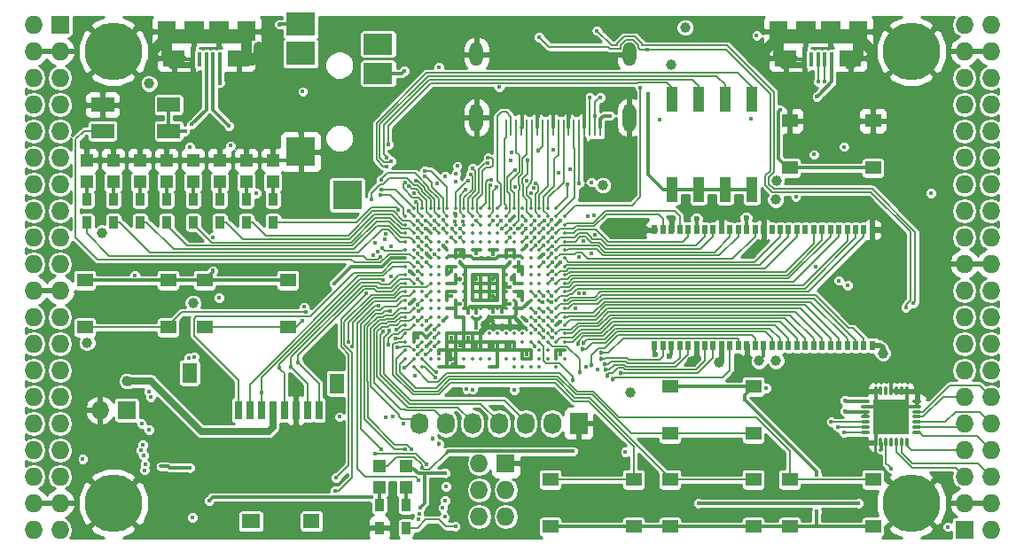
<source format=gtl>
G04 #@! TF.FileFunction,Copper,L1,Top,Signal*
%FSLAX46Y46*%
G04 Gerber Fmt 4.6, Leading zero omitted, Abs format (unit mm)*
G04 Created by KiCad (PCBNEW 4.0.7+dfsg1-1) date Wed Oct 11 12:58:41 2017*
%MOMM*%
%LPD*%
G01*
G04 APERTURE LIST*
%ADD10C,0.100000*%
%ADD11R,0.700000X1.800000*%
%ADD12R,1.600000X1.400000*%
%ADD13R,1.800000X1.400000*%
%ADD14R,1.400000X1.900000*%
%ADD15R,1.198880X1.198880*%
%ADD16R,0.560000X0.900000*%
%ADD17R,1.727200X1.727200*%
%ADD18O,1.727200X1.727200*%
%ADD19C,5.500000*%
%ADD20R,2.200000X1.400000*%
%ADD21R,0.900000X1.200000*%
%ADD22R,2.100000X1.600000*%
%ADD23R,1.900000X1.900000*%
%ADD24R,0.400000X1.350000*%
%ADD25R,1.800000X1.900000*%
%ADD26O,0.850000X0.300000*%
%ADD27O,0.300000X0.850000*%
%ADD28R,1.675000X1.675000*%
%ADD29R,1.727200X2.032000*%
%ADD30O,1.727200X2.032000*%
%ADD31R,2.800000X2.200000*%
%ADD32R,2.800000X2.800000*%
%ADD33R,2.800000X2.000000*%
%ADD34O,1.300000X2.700000*%
%ADD35O,1.300000X2.300000*%
%ADD36R,0.250000X1.600000*%
%ADD37R,1.550000X1.300000*%
%ADD38R,1.120000X2.440000*%
%ADD39C,0.350000*%
%ADD40C,0.400000*%
%ADD41C,0.454000*%
%ADD42C,1.000000*%
%ADD43C,0.600000*%
%ADD44C,0.300000*%
%ADD45C,1.000000*%
%ADD46C,0.600000*%
%ADD47C,0.500000*%
%ADD48C,0.190000*%
%ADD49C,0.200000*%
%ADD50C,0.700000*%
%ADD51C,0.254000*%
G04 APERTURE END LIST*
D10*
D11*
X114930000Y-99520000D03*
X116030000Y-99520000D03*
X117130000Y-99520000D03*
X118230000Y-99520000D03*
X119330000Y-99520000D03*
X120430000Y-99520000D03*
X121530000Y-99520000D03*
X122630000Y-99520000D03*
D12*
X121920000Y-110120000D03*
D13*
X116120000Y-110120000D03*
D14*
X124320000Y-96970000D03*
X110270000Y-95970000D03*
D15*
X118230000Y-77709020D03*
X118230000Y-75610980D03*
X115690000Y-77709020D03*
X115690000Y-75610980D03*
X113150000Y-77709020D03*
X113150000Y-75610980D03*
X110610000Y-77709020D03*
X110610000Y-75610980D03*
X108070000Y-77709020D03*
X108070000Y-75610980D03*
X105530000Y-77709020D03*
X105530000Y-75610980D03*
X102990000Y-77709020D03*
X102990000Y-75610980D03*
X100450000Y-77709020D03*
X100450000Y-75610980D03*
D16*
X175480000Y-82270000D03*
X154680000Y-93330000D03*
X155480000Y-93330000D03*
X156280000Y-93330000D03*
X157080000Y-93330000D03*
X157880000Y-93330000D03*
X158680000Y-93330000D03*
X159480000Y-93330000D03*
X160280000Y-93330000D03*
X161080000Y-93330000D03*
X161880000Y-93330000D03*
X162680000Y-93330000D03*
X163480000Y-93330000D03*
X164280000Y-93330000D03*
X165080000Y-93330000D03*
X165880000Y-93330000D03*
X166680000Y-93330000D03*
X167480000Y-93330000D03*
X168280000Y-93330000D03*
X169080000Y-93330000D03*
X169880000Y-93330000D03*
X170680000Y-93330000D03*
X171480000Y-93330000D03*
X172280000Y-93330000D03*
X173080000Y-93330000D03*
X173880000Y-93330000D03*
X174680000Y-93330000D03*
X175480000Y-93330000D03*
X174680000Y-82270000D03*
X173880000Y-82270000D03*
X173080000Y-82270000D03*
X172280000Y-82270000D03*
X171480000Y-82270000D03*
X170680000Y-82270000D03*
X169880000Y-82270000D03*
X169080000Y-82270000D03*
X168280000Y-82270000D03*
X167480000Y-82270000D03*
X166680000Y-82270000D03*
X165880000Y-82270000D03*
X165080000Y-82270000D03*
X164280000Y-82270000D03*
X163480000Y-82270000D03*
X162680000Y-82270000D03*
X161880000Y-82270000D03*
X161080000Y-82270000D03*
X160280000Y-82270000D03*
X159480000Y-82270000D03*
X158680000Y-82270000D03*
X157880000Y-82270000D03*
X157080000Y-82270000D03*
X156280000Y-82270000D03*
X155480000Y-82270000D03*
X154680000Y-82270000D03*
D17*
X97910000Y-62690000D03*
D18*
X95370000Y-62690000D03*
X97910000Y-65230000D03*
X95370000Y-65230000D03*
X97910000Y-67770000D03*
X95370000Y-67770000D03*
X97910000Y-70310000D03*
X95370000Y-70310000D03*
X97910000Y-72850000D03*
X95370000Y-72850000D03*
X97910000Y-75390000D03*
X95370000Y-75390000D03*
X97910000Y-77930000D03*
X95370000Y-77930000D03*
X97910000Y-80470000D03*
X95370000Y-80470000D03*
X97910000Y-83010000D03*
X95370000Y-83010000D03*
X97910000Y-85550000D03*
X95370000Y-85550000D03*
X97910000Y-88090000D03*
X95370000Y-88090000D03*
X97910000Y-90630000D03*
X95370000Y-90630000D03*
X97910000Y-93170000D03*
X95370000Y-93170000D03*
X97910000Y-95710000D03*
X95370000Y-95710000D03*
X97910000Y-98250000D03*
X95370000Y-98250000D03*
X97910000Y-100790000D03*
X95370000Y-100790000D03*
X97910000Y-103330000D03*
X95370000Y-103330000D03*
X97910000Y-105870000D03*
X95370000Y-105870000D03*
X97910000Y-108410000D03*
X95370000Y-108410000D03*
X97910000Y-110950000D03*
X95370000Y-110950000D03*
D17*
X184270000Y-110950000D03*
D18*
X186810000Y-110950000D03*
X184270000Y-108410000D03*
X186810000Y-108410000D03*
X184270000Y-105870000D03*
X186810000Y-105870000D03*
X184270000Y-103330000D03*
X186810000Y-103330000D03*
X184270000Y-100790000D03*
X186810000Y-100790000D03*
X184270000Y-98250000D03*
X186810000Y-98250000D03*
X184270000Y-95710000D03*
X186810000Y-95710000D03*
X184270000Y-93170000D03*
X186810000Y-93170000D03*
X184270000Y-90630000D03*
X186810000Y-90630000D03*
X184270000Y-88090000D03*
X186810000Y-88090000D03*
X184270000Y-85550000D03*
X186810000Y-85550000D03*
X184270000Y-83010000D03*
X186810000Y-83010000D03*
X184270000Y-80470000D03*
X186810000Y-80470000D03*
X184270000Y-77930000D03*
X186810000Y-77930000D03*
X184270000Y-75390000D03*
X186810000Y-75390000D03*
X184270000Y-72850000D03*
X186810000Y-72850000D03*
X184270000Y-70310000D03*
X186810000Y-70310000D03*
X184270000Y-67770000D03*
X186810000Y-67770000D03*
X184270000Y-65230000D03*
X186810000Y-65230000D03*
X184270000Y-62690000D03*
X186810000Y-62690000D03*
D19*
X102990000Y-108410000D03*
X179190000Y-108410000D03*
X179190000Y-65230000D03*
X102990000Y-65230000D03*
D20*
X108274000Y-70330000D03*
X101974000Y-70330000D03*
X101974000Y-72830000D03*
X108274000Y-72830000D03*
D17*
X104260000Y-99520000D03*
D18*
X101720000Y-99520000D03*
D15*
X128390000Y-104820980D03*
X128390000Y-106919020D03*
X130930000Y-104820980D03*
X130930000Y-106919020D03*
D21*
X128390000Y-108580000D03*
X128390000Y-110780000D03*
X130930000Y-110780000D03*
X130930000Y-108580000D03*
D22*
X114980000Y-65875000D03*
X108780000Y-65875000D03*
D23*
X113080000Y-63325000D03*
X110680000Y-63325000D03*
D24*
X113180000Y-66000000D03*
X112530000Y-66000000D03*
X111880000Y-66000000D03*
X111230000Y-66000000D03*
X110580000Y-66000000D03*
D25*
X115680000Y-63325000D03*
X108080000Y-63325000D03*
D22*
X173400000Y-65875000D03*
X167200000Y-65875000D03*
D23*
X171500000Y-63325000D03*
X169100000Y-63325000D03*
D24*
X171600000Y-66000000D03*
X170950000Y-66000000D03*
X170300000Y-66000000D03*
X169650000Y-66000000D03*
X169000000Y-66000000D03*
D25*
X174100000Y-63325000D03*
X166500000Y-63325000D03*
D17*
X140455000Y-104600000D03*
D18*
X137915000Y-104600000D03*
X140455000Y-107140000D03*
X137915000Y-107140000D03*
X140455000Y-109680000D03*
X137915000Y-109680000D03*
D21*
X118230000Y-81570000D03*
X118230000Y-79370000D03*
X115690000Y-81570000D03*
X115690000Y-79370000D03*
X113150000Y-81570000D03*
X113150000Y-79370000D03*
X110610000Y-81570000D03*
X110610000Y-79370000D03*
X108070000Y-81570000D03*
X108070000Y-79370000D03*
X105530000Y-81570000D03*
X105530000Y-79370000D03*
X102990000Y-81570000D03*
X102990000Y-79370000D03*
X100450000Y-81570000D03*
X100450000Y-79370000D03*
D26*
X179735000Y-101655000D03*
X179735000Y-101155000D03*
X179735000Y-100655000D03*
X179735000Y-100155000D03*
X179735000Y-99655000D03*
X179735000Y-99155000D03*
X179735000Y-98655000D03*
D27*
X178785000Y-97705000D03*
X178285000Y-97705000D03*
X177785000Y-97705000D03*
X177285000Y-97705000D03*
X176785000Y-97705000D03*
X176285000Y-97705000D03*
X175785000Y-97705000D03*
D26*
X174835000Y-98655000D03*
X174835000Y-99155000D03*
X174835000Y-99655000D03*
X174835000Y-100155000D03*
X174835000Y-100655000D03*
X174835000Y-101155000D03*
X174835000Y-101655000D03*
D27*
X175785000Y-102605000D03*
X176285000Y-102605000D03*
X176785000Y-102605000D03*
X177285000Y-102605000D03*
X177785000Y-102605000D03*
X178285000Y-102605000D03*
X178785000Y-102605000D03*
D28*
X176447500Y-99317500D03*
X176447500Y-100992500D03*
X178122500Y-99317500D03*
X178122500Y-100992500D03*
D29*
X147440000Y-100790000D03*
D30*
X144900000Y-100790000D03*
X142360000Y-100790000D03*
X139820000Y-100790000D03*
X137280000Y-100790000D03*
X134740000Y-100790000D03*
X132200000Y-100790000D03*
D31*
X120880000Y-62640000D03*
X120880000Y-65440000D03*
D32*
X120880000Y-74840000D03*
X125330000Y-78940000D03*
D33*
X128280000Y-67340000D03*
X128280000Y-64540000D03*
D34*
X152280000Y-71550000D03*
X137680000Y-71550000D03*
D35*
X137680000Y-65500000D03*
D36*
X140480000Y-72500000D03*
X140980000Y-72500000D03*
X141480000Y-72500000D03*
X141980000Y-72500000D03*
X142480000Y-72500000D03*
X142980000Y-72500000D03*
X143480000Y-72500000D03*
X143980000Y-72500000D03*
X144480000Y-72500000D03*
X144980000Y-72500000D03*
X145480000Y-72500000D03*
X145980000Y-72500000D03*
X146480000Y-72500000D03*
X146980000Y-72500000D03*
X147480000Y-72500000D03*
X147980000Y-72500000D03*
X148480000Y-72500000D03*
X148980000Y-72500000D03*
X149480000Y-72500000D03*
D35*
X152280000Y-65500000D03*
D37*
X175550000Y-71870000D03*
X175550000Y-76370000D03*
X167590000Y-76370000D03*
X167590000Y-71870000D03*
X100280000Y-91610000D03*
X100280000Y-87110000D03*
X108240000Y-87110000D03*
X108240000Y-91610000D03*
X111710000Y-91610000D03*
X111710000Y-87110000D03*
X119670000Y-87110000D03*
X119670000Y-91610000D03*
X156160000Y-101770000D03*
X156160000Y-97270000D03*
X164120000Y-97270000D03*
X164120000Y-101770000D03*
X164120000Y-106160000D03*
X164120000Y-110660000D03*
X156160000Y-110660000D03*
X156160000Y-106160000D03*
X152690000Y-106160000D03*
X152690000Y-110660000D03*
X144730000Y-110660000D03*
X144730000Y-106160000D03*
X175550000Y-106160000D03*
X175550000Y-110660000D03*
X167590000Y-110660000D03*
X167590000Y-106160000D03*
D38*
X163950000Y-69815000D03*
X156330000Y-78425000D03*
X161410000Y-69815000D03*
X158870000Y-78425000D03*
X158870000Y-69815000D03*
X161410000Y-78425000D03*
X156330000Y-69815000D03*
X163950000Y-78425000D03*
D39*
X131680000Y-80200000D03*
X132480000Y-80200000D03*
X133280000Y-80200000D03*
X134080000Y-80200000D03*
X134880000Y-80200000D03*
X135680000Y-80200000D03*
X136480000Y-80200000D03*
X137280000Y-80200000D03*
X138080000Y-80200000D03*
X138880000Y-80200000D03*
X139680000Y-80200000D03*
X140480000Y-80200000D03*
X141280000Y-80200000D03*
X142080000Y-80200000D03*
X142880000Y-80200000D03*
X143680000Y-80200000D03*
X144480000Y-80200000D03*
X145280000Y-80200000D03*
X130880000Y-81000000D03*
X131680000Y-81000000D03*
X132480000Y-81000000D03*
X133280000Y-81000000D03*
X134080000Y-81000000D03*
X134880000Y-81000000D03*
X135680000Y-81000000D03*
X136480000Y-81000000D03*
X137280000Y-81000000D03*
X138080000Y-81000000D03*
X138880000Y-81000000D03*
X139680000Y-81000000D03*
X140480000Y-81000000D03*
X141280000Y-81000000D03*
X142080000Y-81000000D03*
X142880000Y-81000000D03*
X143680000Y-81000000D03*
X144480000Y-81000000D03*
X145280000Y-81000000D03*
X146080000Y-81000000D03*
X130880000Y-81800000D03*
X131680000Y-81800000D03*
X132480000Y-81800000D03*
X133280000Y-81800000D03*
X134080000Y-81800000D03*
X134880000Y-81800000D03*
X135680000Y-81800000D03*
X136480000Y-81800000D03*
X137280000Y-81800000D03*
X138080000Y-81800000D03*
X138880000Y-81800000D03*
X139680000Y-81800000D03*
X140480000Y-81800000D03*
X141280000Y-81800000D03*
X142080000Y-81800000D03*
X142880000Y-81800000D03*
X143680000Y-81800000D03*
X144480000Y-81800000D03*
X145280000Y-81800000D03*
X146080000Y-81800000D03*
X130880000Y-82600000D03*
X131680000Y-82600000D03*
X132480000Y-82600000D03*
X133280000Y-82600000D03*
X134080000Y-82600000D03*
X134880000Y-82600000D03*
X135680000Y-82600000D03*
X136480000Y-82600000D03*
X137280000Y-82600000D03*
X138080000Y-82600000D03*
X138880000Y-82600000D03*
X139680000Y-82600000D03*
X140480000Y-82600000D03*
X141280000Y-82600000D03*
X142080000Y-82600000D03*
X142880000Y-82600000D03*
X143680000Y-82600000D03*
X144480000Y-82600000D03*
X145280000Y-82600000D03*
X146080000Y-82600000D03*
X130880000Y-83400000D03*
X131680000Y-83400000D03*
X132480000Y-83400000D03*
X133280000Y-83400000D03*
X134080000Y-83400000D03*
X134880000Y-83400000D03*
X135680000Y-83400000D03*
X136480000Y-83400000D03*
X137280000Y-83400000D03*
X138080000Y-83400000D03*
X138880000Y-83400000D03*
X139680000Y-83400000D03*
X140480000Y-83400000D03*
X141280000Y-83400000D03*
X142080000Y-83400000D03*
X142880000Y-83400000D03*
X143680000Y-83400000D03*
X144480000Y-83400000D03*
X145280000Y-83400000D03*
X146080000Y-83400000D03*
X130880000Y-84200000D03*
X131680000Y-84200000D03*
X132480000Y-84200000D03*
X133280000Y-84200000D03*
X134080000Y-84200000D03*
X134880000Y-84200000D03*
X135680000Y-84200000D03*
X136480000Y-84200000D03*
X137280000Y-84200000D03*
X138080000Y-84200000D03*
X138880000Y-84200000D03*
X139680000Y-84200000D03*
X140480000Y-84200000D03*
X141280000Y-84200000D03*
X142080000Y-84200000D03*
X142880000Y-84200000D03*
X143680000Y-84200000D03*
X144480000Y-84200000D03*
X145280000Y-84200000D03*
X146080000Y-84200000D03*
X130880000Y-85000000D03*
X131680000Y-85000000D03*
X132480000Y-85000000D03*
X133280000Y-85000000D03*
X134080000Y-85000000D03*
X134880000Y-85000000D03*
X135680000Y-85000000D03*
X136480000Y-85000000D03*
X137280000Y-85000000D03*
X138080000Y-85000000D03*
X138880000Y-85000000D03*
X139680000Y-85000000D03*
X140480000Y-85000000D03*
X141280000Y-85000000D03*
X142080000Y-85000000D03*
X142880000Y-85000000D03*
X143680000Y-85000000D03*
X144480000Y-85000000D03*
X145280000Y-85000000D03*
X146080000Y-85000000D03*
X130880000Y-85800000D03*
X131680000Y-85800000D03*
X132480000Y-85800000D03*
X133280000Y-85800000D03*
X134080000Y-85800000D03*
X134880000Y-85800000D03*
X135680000Y-85800000D03*
X136480000Y-85800000D03*
X137280000Y-85800000D03*
X138080000Y-85800000D03*
X138880000Y-85800000D03*
X139680000Y-85800000D03*
X140480000Y-85800000D03*
X141280000Y-85800000D03*
X142080000Y-85800000D03*
X142880000Y-85800000D03*
X143680000Y-85800000D03*
X144480000Y-85800000D03*
X145280000Y-85800000D03*
X146080000Y-85800000D03*
X130880000Y-86600000D03*
X131680000Y-86600000D03*
X132480000Y-86600000D03*
X133280000Y-86600000D03*
X134080000Y-86600000D03*
X134880000Y-86600000D03*
X135680000Y-86600000D03*
X136480000Y-86600000D03*
X137280000Y-86600000D03*
X138080000Y-86600000D03*
X138880000Y-86600000D03*
X139680000Y-86600000D03*
X140480000Y-86600000D03*
X141280000Y-86600000D03*
X142080000Y-86600000D03*
X142880000Y-86600000D03*
X143680000Y-86600000D03*
X144480000Y-86600000D03*
X145280000Y-86600000D03*
X146080000Y-86600000D03*
X130880000Y-87400000D03*
X131680000Y-87400000D03*
X132480000Y-87400000D03*
X133280000Y-87400000D03*
X134080000Y-87400000D03*
X134880000Y-87400000D03*
X135680000Y-87400000D03*
X136480000Y-87400000D03*
X137280000Y-87400000D03*
X138080000Y-87400000D03*
X138880000Y-87400000D03*
X139680000Y-87400000D03*
X140480000Y-87400000D03*
X141280000Y-87400000D03*
X142080000Y-87400000D03*
X142880000Y-87400000D03*
X143680000Y-87400000D03*
X144480000Y-87400000D03*
X145280000Y-87400000D03*
X146080000Y-87400000D03*
X130880000Y-88200000D03*
X131680000Y-88200000D03*
X132480000Y-88200000D03*
X133280000Y-88200000D03*
X134080000Y-88200000D03*
X134880000Y-88200000D03*
X135680000Y-88200000D03*
X136480000Y-88200000D03*
X137280000Y-88200000D03*
X138080000Y-88200000D03*
X138880000Y-88200000D03*
X139680000Y-88200000D03*
X140480000Y-88200000D03*
X141280000Y-88200000D03*
X142080000Y-88200000D03*
X142880000Y-88200000D03*
X143680000Y-88200000D03*
X144480000Y-88200000D03*
X145280000Y-88200000D03*
X146080000Y-88200000D03*
X130880000Y-89000000D03*
X131680000Y-89000000D03*
X132480000Y-89000000D03*
X133280000Y-89000000D03*
X134080000Y-89000000D03*
X134880000Y-89000000D03*
X135680000Y-89000000D03*
X136480000Y-89000000D03*
X137280000Y-89000000D03*
X138080000Y-89000000D03*
X138880000Y-89000000D03*
X139680000Y-89000000D03*
X140480000Y-89000000D03*
X141280000Y-89000000D03*
X142080000Y-89000000D03*
X142880000Y-89000000D03*
X143680000Y-89000000D03*
X144480000Y-89000000D03*
X145280000Y-89000000D03*
X146080000Y-89000000D03*
X130880000Y-89800000D03*
X131680000Y-89800000D03*
X132480000Y-89800000D03*
X133280000Y-89800000D03*
X134080000Y-89800000D03*
X134880000Y-89800000D03*
X135680000Y-89800000D03*
X136480000Y-89800000D03*
X137280000Y-89800000D03*
X138080000Y-89800000D03*
X138880000Y-89800000D03*
X139680000Y-89800000D03*
X140480000Y-89800000D03*
X141280000Y-89800000D03*
X142080000Y-89800000D03*
X142880000Y-89800000D03*
X143680000Y-89800000D03*
X144480000Y-89800000D03*
X145280000Y-89800000D03*
X146080000Y-89800000D03*
X130880000Y-90600000D03*
X131680000Y-90600000D03*
X132480000Y-90600000D03*
X133280000Y-90600000D03*
X134080000Y-90600000D03*
X134880000Y-90600000D03*
X135680000Y-90600000D03*
X136480000Y-90600000D03*
X137280000Y-90600000D03*
X138080000Y-90600000D03*
X138880000Y-90600000D03*
X139680000Y-90600000D03*
X140480000Y-90600000D03*
X141280000Y-90600000D03*
X142080000Y-90600000D03*
X142880000Y-90600000D03*
X143680000Y-90600000D03*
X144480000Y-90600000D03*
X145280000Y-90600000D03*
X146080000Y-90600000D03*
X130880000Y-91400000D03*
X131680000Y-91400000D03*
X132480000Y-91400000D03*
X133280000Y-91400000D03*
X134080000Y-91400000D03*
X142880000Y-91400000D03*
X143680000Y-91400000D03*
X144480000Y-91400000D03*
X145280000Y-91400000D03*
X146080000Y-91400000D03*
X130880000Y-92200000D03*
X131680000Y-92200000D03*
X132480000Y-92200000D03*
X133280000Y-92200000D03*
X134080000Y-92200000D03*
X134880000Y-92200000D03*
X135680000Y-92200000D03*
X136480000Y-92200000D03*
X137280000Y-92200000D03*
X138080000Y-92200000D03*
X138880000Y-92200000D03*
X139680000Y-92200000D03*
X140480000Y-92200000D03*
X141280000Y-92200000D03*
X142080000Y-92200000D03*
X142880000Y-92200000D03*
X143680000Y-92200000D03*
X144480000Y-92200000D03*
X145280000Y-92200000D03*
X146080000Y-92200000D03*
X130880000Y-93000000D03*
X131680000Y-93000000D03*
X132480000Y-93000000D03*
X133280000Y-93000000D03*
X134080000Y-93000000D03*
X134880000Y-93000000D03*
X135680000Y-93000000D03*
X136480000Y-93000000D03*
X137280000Y-93000000D03*
X138080000Y-93000000D03*
X138880000Y-93000000D03*
X139680000Y-93000000D03*
X140480000Y-93000000D03*
X141280000Y-93000000D03*
X142080000Y-93000000D03*
X142880000Y-93000000D03*
X143680000Y-93000000D03*
X144480000Y-93000000D03*
X145280000Y-93000000D03*
X146080000Y-93000000D03*
X130880000Y-93800000D03*
X131680000Y-93800000D03*
X132480000Y-93800000D03*
X133280000Y-93800000D03*
X134080000Y-93800000D03*
X134880000Y-93800000D03*
X135680000Y-93800000D03*
X136480000Y-93800000D03*
X137280000Y-93800000D03*
X138080000Y-93800000D03*
X138880000Y-93800000D03*
X139680000Y-93800000D03*
X140480000Y-93800000D03*
X141280000Y-93800000D03*
X142080000Y-93800000D03*
X142880000Y-93800000D03*
X143680000Y-93800000D03*
X144480000Y-93800000D03*
X145280000Y-93800000D03*
X146080000Y-93800000D03*
X130880000Y-94600000D03*
X131680000Y-94600000D03*
X132480000Y-94600000D03*
X133280000Y-94600000D03*
X134080000Y-94600000D03*
X134880000Y-94600000D03*
X135680000Y-94600000D03*
X136480000Y-94600000D03*
X137280000Y-94600000D03*
X138080000Y-94600000D03*
X138880000Y-94600000D03*
X139680000Y-94600000D03*
X140480000Y-94600000D03*
X141280000Y-94600000D03*
X142080000Y-94600000D03*
X142880000Y-94600000D03*
X143680000Y-94600000D03*
X144480000Y-94600000D03*
X145280000Y-94600000D03*
X146080000Y-94600000D03*
X131680000Y-95400000D03*
X132480000Y-95400000D03*
X134080000Y-95400000D03*
X134880000Y-95400000D03*
X135680000Y-95400000D03*
X136480000Y-95400000D03*
X138880000Y-95400000D03*
X139680000Y-95400000D03*
X141280000Y-95400000D03*
X142080000Y-95400000D03*
X142880000Y-95400000D03*
X143680000Y-95400000D03*
X145280000Y-95400000D03*
D40*
X110280000Y-105000000D03*
X135172669Y-94689483D03*
X136095958Y-93369652D03*
X135456992Y-95118806D03*
X134113023Y-94099076D03*
D41*
X139264636Y-91615205D03*
D40*
X139575609Y-69792857D03*
D42*
X116880503Y-64802940D03*
X106974809Y-64953974D03*
X175210328Y-64948943D03*
X165417246Y-64954666D03*
D40*
X175495631Y-71457432D03*
X146468970Y-70993942D03*
X144978424Y-71024054D03*
X143480350Y-71016526D03*
X142000564Y-71008511D03*
X147987361Y-71377791D03*
X144102010Y-84600000D03*
X132880424Y-84561218D03*
X135567436Y-80702302D03*
X132810347Y-82177990D03*
X145713035Y-91022010D03*
X145680000Y-94177990D03*
X177285000Y-95710000D03*
D42*
X177229911Y-82281349D03*
D40*
X170046000Y-85804000D03*
D43*
X164741832Y-81130572D03*
D40*
X120770000Y-72215000D03*
D43*
X161067993Y-81216119D03*
D42*
X158233687Y-94852616D03*
X162992748Y-94820185D03*
D43*
X156280000Y-81210838D03*
D40*
X131254529Y-86251357D03*
X140880000Y-81400000D03*
X136085174Y-89394826D03*
X145680000Y-81400000D03*
X120430000Y-97050000D03*
X150080000Y-81600000D03*
X131280000Y-89400000D03*
X140874194Y-91433353D03*
X145680000Y-85422010D03*
X142480000Y-94200000D03*
X140880000Y-93400000D03*
X139280000Y-93400000D03*
X137680000Y-93400000D03*
X136880000Y-92600000D03*
X135280000Y-92600000D03*
X132880000Y-91800000D03*
X132880000Y-93400000D03*
D41*
X141042859Y-86994997D03*
X139280000Y-87000000D03*
X136110990Y-86995403D03*
X137680000Y-87000000D03*
X136080000Y-84600000D03*
X139280000Y-88600000D03*
D40*
X127656639Y-107816792D03*
D42*
X156235582Y-66548363D03*
X166321614Y-77572282D03*
X166248957Y-79408030D03*
X101932065Y-82585048D03*
X106417803Y-68312483D03*
X166280000Y-94800000D03*
D40*
X112134000Y-108156000D03*
X150457224Y-71377791D03*
X172289562Y-87124051D03*
D42*
X157600000Y-62944000D03*
D40*
X129005202Y-100174798D03*
X137659051Y-91638034D03*
X139820000Y-68665673D03*
X172834633Y-99599920D03*
X172879922Y-98618650D03*
X176305593Y-103279812D03*
X165349214Y-97422919D03*
D42*
X160875897Y-94988750D03*
D40*
X164433885Y-63737451D03*
X148639876Y-77729346D03*
D42*
X149751640Y-78029346D03*
D40*
X134079160Y-66786153D03*
X109828000Y-72830000D03*
X116654336Y-78777990D03*
D42*
X176474303Y-94069095D03*
D40*
X173094000Y-87582000D03*
D42*
X100479904Y-93063904D03*
D43*
X163422030Y-81120665D03*
X154726292Y-94171363D03*
X156077107Y-94380779D03*
X158680000Y-81210838D03*
D40*
X112515000Y-83010000D03*
X181065000Y-78785000D03*
X110529662Y-109760338D03*
X100080000Y-104200000D03*
X113080000Y-88800000D03*
D42*
X164653770Y-94825547D03*
D40*
X135273306Y-88618602D03*
X139272517Y-84611349D03*
X137680556Y-84534085D03*
X141680000Y-86200000D03*
X135280000Y-86200000D03*
X132880000Y-92600000D03*
X132080000Y-92600000D03*
X141680000Y-88600000D03*
X141680000Y-85400000D03*
D42*
X152362985Y-97848768D03*
D40*
X136885174Y-90194826D03*
X140094890Y-90122990D03*
X139280000Y-90122990D03*
X140880000Y-89400000D03*
X137680000Y-90172990D03*
X140880000Y-87800000D03*
X140880000Y-85400000D03*
D41*
X136080000Y-85400000D03*
D40*
X121369010Y-90164222D03*
X130022933Y-91834237D03*
X121036481Y-91008234D03*
X129902064Y-92678248D03*
D42*
X110617371Y-89287199D03*
D40*
X142480000Y-91000000D03*
X142480000Y-83800000D03*
X134480000Y-83800000D03*
X134480000Y-91000000D03*
X105037711Y-86632990D03*
X155149360Y-71764535D03*
X121086654Y-69078528D03*
X170182962Y-69571012D03*
X174110000Y-108410000D03*
X158870000Y-108410000D03*
X137295592Y-97538017D03*
X134750646Y-106810513D03*
X133680000Y-91800000D03*
D41*
X134074414Y-102752225D03*
D40*
X136740903Y-97514503D03*
X134675868Y-108131585D03*
D41*
X133449289Y-102232615D03*
D40*
X133680000Y-92600000D03*
X127951328Y-103666396D03*
X132936956Y-104698915D03*
X134463998Y-108841973D03*
X133685668Y-93402482D03*
X130692380Y-100790000D03*
X131808905Y-96227367D03*
X134636872Y-109719950D03*
X132846234Y-94197073D03*
X118858690Y-62658970D03*
X130761990Y-67119621D03*
X148477832Y-69619684D03*
X149475951Y-69619684D03*
X148991194Y-71377791D03*
X153984196Y-65077116D03*
X153322343Y-68673419D03*
X143650666Y-63862520D03*
X178665908Y-89713903D03*
X149183754Y-63257114D03*
X179375977Y-89317806D03*
X140035989Y-81400000D03*
X128776655Y-87110882D03*
X132077895Y-86272150D03*
X117121665Y-97817265D03*
X118843798Y-95498222D03*
D41*
X119978162Y-95412951D03*
X120634035Y-94977604D03*
D40*
X113212238Y-68244401D03*
X146387166Y-77939336D03*
X147480000Y-77822010D03*
X131453853Y-103260518D03*
X144891634Y-91008466D03*
D41*
X148653935Y-95249010D03*
X149565978Y-94054788D03*
D40*
X144867244Y-90164455D03*
D41*
X150720500Y-96575802D03*
D40*
X144890381Y-83866022D03*
D41*
X151448039Y-95951686D03*
D40*
X144894101Y-83022010D03*
D41*
X150149219Y-96229829D03*
D40*
X144901285Y-86268736D03*
D41*
X150033441Y-95660469D03*
D40*
X144888562Y-86993817D03*
D41*
X149952517Y-95085120D03*
D40*
X144877648Y-88622010D03*
D41*
X149584522Y-94635504D03*
D40*
X144810610Y-89177990D03*
X144895773Y-91874444D03*
D41*
X147777713Y-93691005D03*
X147356233Y-93219138D03*
D40*
X144102010Y-92600000D03*
D41*
X147915304Y-93060979D03*
D40*
X144882352Y-92577990D03*
X130807074Y-95454141D03*
X130141304Y-93529144D03*
X132080000Y-93400000D03*
X129254670Y-93244631D03*
X133852393Y-95875797D03*
X141280000Y-97600000D03*
X133762848Y-96395146D03*
X132080000Y-94200000D03*
X128669601Y-84020243D03*
X105906712Y-103816552D03*
X130839486Y-103260518D03*
X129459184Y-90039192D03*
X132080000Y-89444020D03*
X128602801Y-103260518D03*
X132162861Y-106185868D03*
X128321313Y-89539949D03*
X132880000Y-88600000D03*
X127145130Y-88379076D03*
X124253981Y-105982535D03*
X132080000Y-87000000D03*
X125827283Y-93452662D03*
X124202418Y-107207639D03*
D41*
X142530990Y-75662841D03*
X143525587Y-74749772D03*
D40*
X110313517Y-74380698D03*
X132146108Y-109940263D03*
X114166000Y-74247000D03*
X132189000Y-109415000D03*
X135694981Y-77648547D03*
X135567436Y-81489225D03*
X134702010Y-77200000D03*
X134471354Y-81347908D03*
X132761172Y-77202673D03*
X132737245Y-76676207D03*
X128545566Y-77476577D03*
X127643658Y-79355564D03*
X110718734Y-94451783D03*
X128515897Y-78994176D03*
X110193102Y-94489889D03*
X128569727Y-78469921D03*
X106403813Y-97727799D03*
X131230910Y-78113843D03*
X106539540Y-98237033D03*
X131709326Y-78745875D03*
X132783332Y-81399993D03*
X129016746Y-82660638D03*
X105679715Y-100783924D03*
X132084821Y-83022010D03*
X128948848Y-83183258D03*
X106401171Y-101377901D03*
X132886504Y-83777990D03*
X129513931Y-83860979D03*
X105803161Y-102850427D03*
X132117443Y-83866021D03*
X127966259Y-83527946D03*
X105651866Y-103355255D03*
X132079996Y-84503337D03*
X128256283Y-84387285D03*
X106023598Y-104697574D03*
X133671942Y-84595200D03*
X127824162Y-84688968D03*
X105973679Y-105248709D03*
X132875802Y-85428138D03*
D41*
X146862501Y-96617499D03*
X147534467Y-95913260D03*
D40*
X148102806Y-95339021D03*
X143280000Y-91000000D03*
X149207706Y-95605291D03*
X144082424Y-90132858D03*
X143989948Y-89177990D03*
X147125926Y-89802879D03*
X143281824Y-90201951D03*
X144102010Y-85397219D03*
X147422472Y-84858593D03*
X144886544Y-85385186D03*
X144102010Y-83000000D03*
X148975652Y-82755341D03*
X144885092Y-82177990D03*
X147470668Y-88324835D03*
X144082832Y-88584510D03*
X147997681Y-88324844D03*
X143278026Y-88595030D03*
X144102010Y-82185600D03*
X148935852Y-80899014D03*
X148337768Y-80975785D03*
X144866392Y-81333979D03*
X139280000Y-81400000D03*
X139585116Y-78205862D03*
X138968064Y-78040948D03*
X139049357Y-77520244D03*
X138775679Y-75942989D03*
X138779198Y-75400762D03*
X137680000Y-81400000D03*
X137308732Y-76415018D03*
X137106948Y-76979922D03*
X136856003Y-77562978D03*
X136634118Y-78451672D03*
X135830698Y-76200613D03*
X136411444Y-81497309D03*
X148668800Y-84550385D03*
X144877691Y-84532933D03*
X144102010Y-83800000D03*
X147894174Y-83335809D03*
X142852716Y-78759927D03*
X142473549Y-82998913D03*
X143105106Y-78295223D03*
X142396423Y-82191394D03*
X145494012Y-76834828D03*
X144146021Y-81374784D03*
X143331797Y-77819457D03*
X146627648Y-76461302D03*
X143257990Y-82207154D03*
X143257990Y-81379632D03*
X141380161Y-78226966D03*
X145017056Y-74655847D03*
X141657990Y-82130345D03*
X142413979Y-81382236D03*
X140080000Y-82200000D03*
X141342967Y-76554996D03*
X141046643Y-74873804D03*
X140864029Y-83041403D03*
X140980062Y-75681941D03*
X140924011Y-82179283D03*
X129542604Y-86703515D03*
X132880000Y-83022010D03*
X132080000Y-82177990D03*
X132080000Y-81400000D03*
X131847310Y-79589886D03*
X130856828Y-77742623D03*
X131923295Y-77584853D03*
X133654358Y-82177990D03*
X133627343Y-81396408D03*
X129336756Y-91938993D03*
X132880000Y-91000000D03*
X128770628Y-92009836D03*
X132077648Y-90977990D03*
X130196821Y-80377733D03*
X131180000Y-80500000D03*
X128489708Y-84867377D03*
X132079620Y-85428138D03*
X163908850Y-71651861D03*
X134501414Y-82177578D03*
X133922194Y-77854836D03*
X135656559Y-110610712D03*
X132448438Y-104994496D03*
X146844288Y-103452739D03*
X134707351Y-105508447D03*
X132280000Y-108800000D03*
D42*
X104309083Y-96731596D03*
D40*
X112515000Y-86185000D03*
X163277422Y-98501717D03*
X170126036Y-109212466D03*
X170157734Y-105666345D03*
X169895346Y-75092988D03*
X143257990Y-83000000D03*
X168166438Y-79108038D03*
X151896383Y-103510715D03*
X114039000Y-72342000D03*
X110483000Y-72215000D03*
X177274002Y-105079115D03*
X143258015Y-93423150D03*
X172761273Y-101651681D03*
X143280000Y-91800000D03*
X172193360Y-101105663D03*
X144064831Y-91877646D03*
X171540304Y-100645743D03*
X144080000Y-91000000D03*
X154044000Y-69294000D03*
X129061632Y-76229575D03*
X135280000Y-83022010D03*
X129493343Y-75737814D03*
X136080000Y-83000000D03*
X129122249Y-75363607D03*
X135345425Y-82176814D03*
X135725421Y-76909376D03*
X129252218Y-74142461D03*
X136080000Y-82200000D03*
X172746637Y-74347988D03*
X143280000Y-83800000D03*
X142480000Y-77600000D03*
X170300000Y-68151000D03*
X170950000Y-68125562D03*
X125480000Y-93000000D03*
X121206217Y-89662983D03*
X132156079Y-90030946D03*
X182654362Y-110665838D03*
X124080000Y-87400000D03*
X124080000Y-87400000D03*
X166678914Y-70803555D03*
X129660000Y-100155000D03*
X124580000Y-100155000D03*
D44*
X108330000Y-105000000D02*
X110280000Y-105000000D01*
X107480000Y-104900000D02*
X108230000Y-104900000D01*
X108230000Y-104900000D02*
X108330000Y-105000000D01*
X135172669Y-94406641D02*
X135172669Y-94689483D01*
X135172669Y-93907331D02*
X135172669Y-94406641D01*
X136095958Y-93086810D02*
X136095958Y-93369652D01*
X135280000Y-93800000D02*
X135172669Y-93907331D01*
X136080000Y-93000000D02*
X136095958Y-93015958D01*
X135256993Y-95376993D02*
X135256993Y-95318805D01*
X136095958Y-93015958D02*
X136095958Y-93086810D01*
X135280000Y-95400000D02*
X135256993Y-95376993D01*
X135256993Y-95318805D02*
X135456992Y-95118806D01*
X134080000Y-93800000D02*
X134080000Y-94066053D01*
X134080000Y-94066053D02*
X134113023Y-94099076D01*
X139264636Y-91294179D02*
X139264636Y-91615205D01*
X139264636Y-90984636D02*
X139264636Y-91294179D01*
X138880000Y-90600000D02*
X139264636Y-90984636D01*
X139858451Y-69792857D02*
X139575609Y-69792857D01*
X140192348Y-69792857D02*
X139858451Y-69792857D01*
X140785205Y-69200000D02*
X140192348Y-69792857D01*
X141880000Y-69200000D02*
X140785205Y-69200000D01*
D45*
X116880503Y-65510046D02*
X116880503Y-64802940D01*
X116265561Y-66124988D02*
X116880503Y-65510046D01*
X115680000Y-65910000D02*
X115894988Y-66124988D01*
X115680000Y-63960000D02*
X115680000Y-65910000D01*
X115894988Y-66124988D02*
X116265561Y-66124988D01*
X107474808Y-64453975D02*
X106974809Y-64953974D01*
X107968783Y-63960000D02*
X107474808Y-64453975D01*
X108080000Y-63960000D02*
X107968783Y-63960000D01*
X174710329Y-64448944D02*
X175210328Y-64948943D01*
X174100000Y-63960000D02*
X174221385Y-63960000D01*
X174221385Y-63960000D02*
X174710329Y-64448944D01*
X165917245Y-64454667D02*
X165417246Y-64954666D01*
X166411912Y-63960000D02*
X165917245Y-64454667D01*
X166500000Y-63960000D02*
X166411912Y-63960000D01*
D44*
X175495631Y-71740274D02*
X175495631Y-71457432D01*
X175495631Y-72230631D02*
X175495631Y-71740274D01*
X175535000Y-72270000D02*
X175495631Y-72230631D01*
X143480000Y-72500000D02*
X143480000Y-71016876D01*
X143480000Y-71016876D02*
X143480350Y-71016526D01*
X144980000Y-72500000D02*
X144980000Y-71025630D01*
X144980000Y-71025630D02*
X144978424Y-71024054D01*
X146480000Y-72500000D02*
X146480000Y-71004972D01*
X146480000Y-71004972D02*
X146468970Y-70993942D01*
X147980000Y-72500000D02*
X147980000Y-71385152D01*
X147980000Y-71385152D02*
X147987361Y-71377791D01*
X146468970Y-70711100D02*
X146468970Y-70993942D01*
X146468970Y-69211030D02*
X146468970Y-70711100D01*
X146480000Y-69200000D02*
X146468970Y-69211030D01*
X144978424Y-70741212D02*
X144978424Y-71024054D01*
X144978424Y-69201576D02*
X144978424Y-70741212D01*
X144980000Y-69200000D02*
X144978424Y-69201576D01*
X143480350Y-70733684D02*
X143480350Y-71016526D01*
X143480350Y-69200350D02*
X143480350Y-70733684D01*
X143480000Y-69200000D02*
X143480350Y-69200350D01*
X142000564Y-71008511D02*
X142000564Y-72479436D01*
X142000564Y-72479436D02*
X141980000Y-72500000D01*
X142000564Y-70725669D02*
X142000564Y-71008511D01*
X142000564Y-69320564D02*
X142000564Y-70725669D01*
X141880000Y-69200000D02*
X142000564Y-69320564D01*
X146480000Y-69200000D02*
X147780000Y-69200000D01*
X147780000Y-69200000D02*
X147940542Y-69360542D01*
X147987361Y-71094949D02*
X147987361Y-71377791D01*
X147940542Y-71048130D02*
X147987361Y-71094949D01*
X147940542Y-69360542D02*
X147940542Y-71048130D01*
D46*
X108780000Y-66510000D02*
X110455000Y-66510000D01*
D44*
X110455000Y-66510000D02*
X110580000Y-66635000D01*
D45*
X108080000Y-63960000D02*
X108080000Y-65810000D01*
X108080000Y-65810000D02*
X108780000Y-66510000D01*
X115680000Y-63960000D02*
X115680000Y-65810000D01*
D44*
X115680000Y-65810000D02*
X114980000Y-66510000D01*
D45*
X113080000Y-63960000D02*
X115680000Y-63960000D01*
X110680000Y-63960000D02*
X113080000Y-63960000D01*
X108080000Y-63960000D02*
X110680000Y-63960000D01*
D46*
X167200000Y-66510000D02*
X168875000Y-66510000D01*
D44*
X168875000Y-66510000D02*
X169000000Y-66635000D01*
D45*
X174100000Y-63960000D02*
X174100000Y-65810000D01*
X174100000Y-65810000D02*
X173400000Y-66510000D01*
X166500000Y-63960000D02*
X166500000Y-65810000D01*
X166500000Y-65810000D02*
X167200000Y-66510000D01*
X171500000Y-63960000D02*
X174100000Y-63960000D01*
X169100000Y-63960000D02*
X171500000Y-63960000D01*
X166500000Y-63960000D02*
X169100000Y-63960000D01*
D44*
X143680000Y-85000000D02*
X144080000Y-84600000D01*
X144080000Y-84600000D02*
X144102010Y-84600000D01*
X132880424Y-84600424D02*
X132880424Y-84561218D01*
X133280000Y-85000000D02*
X132880424Y-84600424D01*
X135680000Y-80752513D02*
X135629789Y-80702302D01*
X135629789Y-80702302D02*
X135567436Y-80702302D01*
X135680000Y-81000000D02*
X135680000Y-80752513D01*
X132857990Y-82177990D02*
X132810347Y-82177990D01*
X133280000Y-82600000D02*
X132857990Y-82177990D01*
X145657990Y-91022010D02*
X145713035Y-91022010D01*
X145280000Y-91400000D02*
X145657990Y-91022010D01*
X145680000Y-93800000D02*
X145680000Y-94177990D01*
X178785000Y-97705000D02*
X178785000Y-98655000D01*
X178785000Y-98655000D02*
X178122500Y-99317500D01*
X176285000Y-97705000D02*
X175785000Y-97705000D01*
X175785000Y-102605000D02*
X175785000Y-101655000D01*
X175785000Y-101655000D02*
X176447500Y-100992500D01*
X178122500Y-99317500D02*
X178122500Y-100992500D01*
X176447500Y-99317500D02*
X178122500Y-99317500D01*
X176447500Y-100992500D02*
X178122500Y-100992500D01*
X177285000Y-97705000D02*
X177285000Y-95710000D01*
X178122500Y-99317500D02*
X178285000Y-99155000D01*
X178285000Y-99155000D02*
X179735000Y-99155000D01*
X179735000Y-98655000D02*
X179735000Y-99155000D01*
X177785000Y-97705000D02*
X177920000Y-97705000D01*
X177920000Y-97705000D02*
X178285000Y-97705000D01*
X178285000Y-97705000D02*
X178785000Y-97705000D01*
X177285000Y-97705000D02*
X177785000Y-97705000D01*
X175785000Y-97705000D02*
X175785000Y-98655000D01*
X175785000Y-98655000D02*
X176447500Y-99317500D01*
X174835000Y-99155000D02*
X176285000Y-99155000D01*
X176285000Y-99155000D02*
X176447500Y-99317500D01*
X177241260Y-82270000D02*
X177229911Y-82281349D01*
X164941831Y-81330571D02*
X164741832Y-81130572D01*
X165080000Y-81468740D02*
X164941831Y-81330571D01*
X165080000Y-82270000D02*
X165080000Y-81468740D01*
X120770000Y-73030000D02*
X120770000Y-72215000D01*
X120880000Y-74840000D02*
X120880000Y-73140000D01*
X120880000Y-73140000D02*
X120770000Y-73030000D01*
X118230000Y-75610980D02*
X120109020Y-75610980D01*
X120109020Y-75610980D02*
X120880000Y-74840000D01*
X142280000Y-69200000D02*
X141880000Y-69200000D01*
X161080000Y-81228126D02*
X161067993Y-81216119D01*
X161080000Y-82270000D02*
X161080000Y-81228126D01*
D47*
X175480000Y-82270000D02*
X177241260Y-82270000D01*
D44*
X158680000Y-94406303D02*
X158433686Y-94652617D01*
X158433686Y-94652617D02*
X158233687Y-94852616D01*
X158680000Y-93330000D02*
X158680000Y-94406303D01*
X163192747Y-94620186D02*
X162992748Y-94820185D01*
X163480000Y-94332933D02*
X163192747Y-94620186D01*
X163480000Y-93330000D02*
X163480000Y-94332933D01*
X156280000Y-82270000D02*
X156280000Y-81210838D01*
X131331357Y-86251357D02*
X131254529Y-86251357D01*
X131680000Y-86600000D02*
X131331357Y-86251357D01*
X141280000Y-81000000D02*
X140880000Y-81400000D01*
X135685174Y-89394826D02*
X135802332Y-89394826D01*
X135680000Y-89400000D02*
X135685174Y-89394826D01*
X135802332Y-89394826D02*
X136085174Y-89394826D01*
X135054999Y-84825001D02*
X137080000Y-84825001D01*
X137280000Y-85000000D02*
X137105001Y-84825001D01*
X137105001Y-84825001D02*
X137080000Y-84825001D01*
X138280000Y-85088351D02*
X137368351Y-85088351D01*
X137368351Y-85088351D02*
X137280000Y-85000000D01*
X139680000Y-86600000D02*
X139280000Y-87000000D01*
X139680000Y-88200000D02*
X139680000Y-89000000D01*
X139680000Y-87400000D02*
X139680000Y-88200000D01*
X139680000Y-86600000D02*
X139680000Y-87400000D01*
X137280000Y-88200000D02*
X137280000Y-89000000D01*
X137280000Y-87400000D02*
X137280000Y-88200000D01*
X137280000Y-86600000D02*
X137280000Y-87400000D01*
X138880000Y-87400000D02*
X138880000Y-88200000D01*
X138880000Y-86600000D02*
X138880000Y-87400000D01*
X138080000Y-87400000D02*
X138080000Y-86600000D01*
X138080000Y-88200000D02*
X138080000Y-87400000D01*
X138080000Y-89000000D02*
X138080000Y-88200000D01*
X138080000Y-88200000D02*
X138880000Y-88200000D01*
X138080000Y-87400000D02*
X138880000Y-87400000D01*
X137280000Y-87400000D02*
X138080000Y-87400000D01*
X145454999Y-81625001D02*
X145680000Y-81400000D01*
X145280000Y-81800000D02*
X145454999Y-81625001D01*
X120430000Y-99520000D02*
X120430000Y-97050000D01*
X153430000Y-81600000D02*
X150080000Y-81600000D01*
X154680000Y-82270000D02*
X154100000Y-82270000D01*
X154100000Y-82270000D02*
X153430000Y-81600000D01*
X141480000Y-89800000D02*
X141480000Y-89200000D01*
X141480000Y-89200000D02*
X141280000Y-89000000D01*
X141280000Y-89800000D02*
X141480000Y-89800000D01*
X141480000Y-89800000D02*
X142080000Y-89800000D01*
X141454999Y-90425001D02*
X141454999Y-89825001D01*
X141454999Y-89825001D02*
X141480000Y-89800000D01*
X131680000Y-89000000D02*
X131280000Y-89400000D01*
X140874194Y-90605806D02*
X140874194Y-91150511D01*
X140880000Y-90600000D02*
X140874194Y-90605806D01*
X140874194Y-91150511D02*
X140874194Y-91433353D01*
X140480000Y-90600000D02*
X140880000Y-90600000D01*
X140880000Y-90600000D02*
X141280000Y-90600000D01*
X139680000Y-90600000D02*
X140480000Y-90600000D01*
X138880000Y-90600000D02*
X139680000Y-90600000D01*
X145280000Y-85800000D02*
X145657990Y-85422010D01*
X145657990Y-85422010D02*
X145680000Y-85422010D01*
X141280000Y-85000000D02*
X141280000Y-84800000D01*
X141280000Y-84200000D02*
X141280000Y-85000000D01*
X140480000Y-84200000D02*
X141280000Y-84200000D01*
X141280000Y-84800000D02*
X141280000Y-84200000D01*
X141905001Y-84825001D02*
X141305001Y-84825001D01*
X141305001Y-84825001D02*
X141280000Y-84800000D01*
X140480000Y-85000000D02*
X140480000Y-84200000D01*
X139680000Y-85000000D02*
X139680000Y-84898347D01*
X139680000Y-84898347D02*
X139753346Y-84825001D01*
X138280000Y-85088351D02*
X138680000Y-85088351D01*
X138280000Y-85088351D02*
X139489996Y-85088351D01*
X138080000Y-85000000D02*
X138191649Y-85000000D01*
X138191649Y-85000000D02*
X138280000Y-85088351D01*
X138880000Y-85000000D02*
X138768351Y-85000000D01*
X138768351Y-85000000D02*
X138680000Y-85088351D01*
X135680000Y-84200000D02*
X135680000Y-84800000D01*
X135680000Y-84800000D02*
X135680000Y-85000000D01*
X135054999Y-84825001D02*
X135654999Y-84825001D01*
X135654999Y-84825001D02*
X135680000Y-84800000D01*
X136480000Y-85000000D02*
X136480000Y-84200000D01*
X134880000Y-85000000D02*
X135054999Y-84825001D01*
X138880000Y-87400000D02*
X139680000Y-87400000D01*
X138880000Y-88200000D02*
X138880000Y-89000000D01*
X138880000Y-88200000D02*
X139680000Y-88200000D01*
X137280000Y-88200000D02*
X138080000Y-88200000D01*
X141280000Y-90600000D02*
X141454999Y-90425001D01*
X142280000Y-69200000D02*
X143480000Y-69200000D01*
X143480000Y-69200000D02*
X144980000Y-69200000D01*
X144980000Y-69200000D02*
X146480000Y-69200000D01*
D47*
X115690000Y-75610980D02*
X118230000Y-75610980D01*
X113150000Y-75610980D02*
X115690000Y-75610980D01*
X110610000Y-75610980D02*
X113150000Y-75610980D01*
X108070000Y-75610980D02*
X110610000Y-75610980D01*
X105530000Y-75610980D02*
X108070000Y-75610980D01*
X102990000Y-75610980D02*
X105530000Y-75610980D01*
X100450000Y-75610980D02*
X102990000Y-75610980D01*
D44*
X142080000Y-89800000D02*
X142880000Y-89000000D01*
X145680000Y-93800000D02*
X145280000Y-93800000D01*
X146080000Y-93800000D02*
X145680000Y-93800000D01*
X135680000Y-89400000D02*
X135680000Y-89800000D01*
X135680000Y-89000000D02*
X135680000Y-89400000D01*
X135280000Y-95400000D02*
X135680000Y-95400000D01*
X134880000Y-95400000D02*
X135280000Y-95400000D01*
X135280000Y-93800000D02*
X135680000Y-93800000D01*
X134880000Y-93800000D02*
X135280000Y-93800000D01*
X142480000Y-93800000D02*
X142080000Y-93800000D01*
X142880000Y-93800000D02*
X142480000Y-93800000D01*
X142480000Y-93800000D02*
X142480000Y-94200000D01*
X140880000Y-93000000D02*
X141280000Y-93000000D01*
X140480000Y-93000000D02*
X140880000Y-93000000D01*
X140880000Y-93000000D02*
X140880000Y-93400000D01*
X139280000Y-93000000D02*
X138880000Y-93000000D01*
X139680000Y-93000000D02*
X139280000Y-93000000D01*
X139280000Y-93000000D02*
X139280000Y-93400000D01*
X137680000Y-93000000D02*
X137280000Y-93000000D01*
X137680000Y-93000000D02*
X137680000Y-93400000D01*
X138080000Y-93000000D02*
X137680000Y-93000000D01*
X136080000Y-93000000D02*
X135680000Y-93000000D01*
X136480000Y-93000000D02*
X136080000Y-93000000D01*
X136880000Y-93000000D02*
X136480000Y-93000000D01*
X137280000Y-93000000D02*
X136880000Y-93000000D01*
X136880000Y-93000000D02*
X136880000Y-92600000D01*
X135280000Y-93000000D02*
X135680000Y-93000000D01*
X134880000Y-93000000D02*
X135280000Y-93000000D01*
X135280000Y-93000000D02*
X135280000Y-92600000D01*
X133280000Y-91400000D02*
X132880000Y-91800000D01*
X133280000Y-93000000D02*
X132880000Y-93400000D01*
X139753346Y-84825001D02*
X141905001Y-84825001D01*
X139489996Y-85088351D02*
X139753346Y-84825001D01*
X141905001Y-84825001D02*
X142080000Y-85000000D01*
X141042859Y-86837141D02*
X141042859Y-86994997D01*
X141280000Y-86600000D02*
X141042859Y-86837141D01*
X135684597Y-86995403D02*
X135789964Y-86995403D01*
X135680000Y-87000000D02*
X135684597Y-86995403D01*
X135789964Y-86995403D02*
X136110990Y-86995403D01*
X135680000Y-87000000D02*
X135680000Y-86600000D01*
X135680000Y-87400000D02*
X135680000Y-87000000D01*
X138880000Y-90600000D02*
X138880000Y-91091880D01*
X138880000Y-91091880D02*
X138080000Y-91891880D01*
X138080000Y-91891880D02*
X138080000Y-92200000D01*
X136480000Y-90600000D02*
X136480000Y-92200000D01*
X139680000Y-89000000D02*
X139280000Y-88600000D01*
X137280000Y-86600000D02*
X137680000Y-87000000D01*
X136480000Y-84200000D02*
X136080000Y-84600000D01*
X141280000Y-86600000D02*
X141280000Y-87400000D01*
X142080000Y-87400000D02*
X141280000Y-87400000D01*
X135680000Y-84200000D02*
X136480000Y-84200000D01*
X134880000Y-87400000D02*
X135680000Y-87400000D01*
X138880000Y-86600000D02*
X139680000Y-86600000D01*
X138080000Y-86600000D02*
X138880000Y-86600000D01*
X137280000Y-86600000D02*
X138080000Y-86600000D01*
X138880000Y-89000000D02*
X139680000Y-89000000D01*
X138080000Y-89000000D02*
X138880000Y-89000000D01*
X137280000Y-89000000D02*
X138080000Y-89000000D01*
X135680000Y-89800000D02*
X134880000Y-89800000D01*
X135680000Y-90600000D02*
X135680000Y-89800000D01*
X135680000Y-90600000D02*
X136480000Y-90600000D01*
X140480000Y-93000000D02*
X139680000Y-93000000D01*
X139680000Y-93800000D02*
X140480000Y-93800000D01*
X139680000Y-93800000D02*
X139680000Y-94600000D01*
X139680000Y-95400000D02*
X139680000Y-94600000D01*
X138880000Y-95400000D02*
X139680000Y-95400000D01*
X135680000Y-95400000D02*
X136480000Y-95400000D01*
X135680000Y-95400000D02*
X135680000Y-94600000D01*
X134880000Y-95400000D02*
X134080000Y-95400000D01*
X134880000Y-94600000D02*
X134880000Y-95400000D01*
X134080000Y-93800000D02*
X134880000Y-93800000D01*
X134880000Y-94600000D02*
X134880000Y-93800000D01*
X135680000Y-94600000D02*
X134880000Y-94600000D01*
X135680000Y-93800000D02*
X135680000Y-94600000D01*
X134880000Y-93000000D02*
X134880000Y-93800000D01*
X134880000Y-92200000D02*
X134880000Y-93000000D01*
X135680000Y-92200000D02*
X134880000Y-92200000D01*
X135680000Y-93800000D02*
X136480000Y-93800000D01*
X135680000Y-93000000D02*
X135680000Y-93800000D01*
X135680000Y-92200000D02*
X135680000Y-93000000D01*
X135680000Y-92200000D02*
X136480000Y-92200000D01*
X136480000Y-92200000D02*
X137280000Y-92200000D01*
X137280000Y-93800000D02*
X137280000Y-93000000D01*
X136480000Y-93800000D02*
X137280000Y-93800000D01*
X136480000Y-93000000D02*
X136480000Y-93800000D01*
X136480000Y-92200000D02*
X136480000Y-93000000D01*
X137280000Y-92200000D02*
X138080000Y-92200000D01*
X137280000Y-93800000D02*
X138080000Y-93800000D01*
X137280000Y-92200000D02*
X137280000Y-93000000D01*
X138080000Y-92200000D02*
X138080000Y-93000000D01*
X138080000Y-93000000D02*
X138880000Y-93000000D01*
X138080000Y-93800000D02*
X138080000Y-93000000D01*
X138880000Y-93800000D02*
X138080000Y-93800000D01*
X138880000Y-93000000D02*
X138880000Y-93800000D01*
X139680000Y-93800000D02*
X139680000Y-93000000D01*
X138880000Y-93800000D02*
X139680000Y-93800000D01*
X140480000Y-93000000D02*
X140480000Y-93800000D01*
X141280000Y-93000000D02*
X141280000Y-93800000D01*
X141280000Y-93800000D02*
X142080000Y-93800000D01*
X140480000Y-93800000D02*
X141280000Y-93800000D01*
X142080000Y-94600000D02*
X142880000Y-94600000D01*
X142080000Y-93800000D02*
X142080000Y-94600000D01*
X142880000Y-94600000D02*
X142880000Y-93800000D01*
X145280000Y-93800000D02*
X145280000Y-94600000D01*
X127373797Y-107816792D02*
X127656639Y-107816792D01*
X112473208Y-107816792D02*
X127373797Y-107816792D01*
X112134000Y-108156000D02*
X112473208Y-107816792D01*
X149480000Y-71700000D02*
X149802209Y-71377791D01*
X149802209Y-71377791D02*
X150457224Y-71377791D01*
X149480000Y-72500000D02*
X149480000Y-71700000D01*
X186810000Y-62877865D02*
X186810000Y-62690000D01*
X137659051Y-91355192D02*
X137659051Y-91638034D01*
X137659051Y-90820949D02*
X137659051Y-91355192D01*
X137680000Y-90800000D02*
X137659051Y-90820949D01*
X172889713Y-99655000D02*
X172834633Y-99599920D01*
X174835000Y-99655000D02*
X172889713Y-99655000D01*
X172916272Y-98655000D02*
X172879922Y-98618650D01*
X174835000Y-98655000D02*
X172916272Y-98655000D01*
X176305593Y-102996970D02*
X176305593Y-103279812D01*
X176285000Y-102605000D02*
X176305593Y-102625593D01*
X176285000Y-103300405D02*
X176305593Y-103279812D01*
X176285000Y-103330000D02*
X176285000Y-103300405D01*
X176305593Y-102625593D02*
X176305593Y-102996970D01*
X176280000Y-103335000D02*
X176285000Y-103330000D01*
D47*
X161080000Y-94784647D02*
X160875897Y-94988750D01*
X161080000Y-93330000D02*
X161080000Y-94784647D01*
D44*
X108274000Y-72830000D02*
X109828000Y-72830000D01*
X108274000Y-70330000D02*
X108274000Y-72830000D01*
X174835000Y-99655000D02*
X174835000Y-100155000D01*
D47*
X176260000Y-93330000D02*
X176474303Y-93544303D01*
X176474303Y-93544303D02*
X176474303Y-94069095D01*
X175480000Y-93330000D02*
X176260000Y-93330000D01*
D44*
X163480000Y-81178635D02*
X163422030Y-81120665D01*
X163480000Y-82270000D02*
X163480000Y-81178635D01*
X154680000Y-93330000D02*
X154680000Y-94125071D01*
X154680000Y-94125071D02*
X154726292Y-94171363D01*
X156280000Y-94177886D02*
X156077107Y-94380779D01*
X156280000Y-93330000D02*
X156280000Y-94177886D01*
X158680000Y-82270000D02*
X158680000Y-81210838D01*
X134880000Y-86600000D02*
X135280000Y-86200000D01*
X135280000Y-85800000D02*
X135280000Y-86200000D01*
X134880000Y-85800000D02*
X134880000Y-86600000D01*
X164853769Y-94625548D02*
X164653770Y-94825547D01*
X165080000Y-94399317D02*
X164853769Y-94625548D01*
X165080000Y-93330000D02*
X165080000Y-94399317D01*
X137680000Y-90800000D02*
X137880000Y-90800000D01*
X137480000Y-90800000D02*
X137680000Y-90800000D01*
X137880000Y-90800000D02*
X138080000Y-90600000D01*
X137280000Y-90600000D02*
X137480000Y-90800000D01*
X132880000Y-92600000D02*
X133280000Y-92200000D01*
X132480000Y-92200000D02*
X132880000Y-92600000D01*
X134990464Y-88618602D02*
X135273306Y-88618602D01*
X134898602Y-88618602D02*
X134990464Y-88618602D01*
X134880000Y-88600000D02*
X134898602Y-88618602D01*
X139272517Y-84328507D02*
X139272517Y-84611349D01*
X139272517Y-84207483D02*
X139272517Y-84328507D01*
X139280000Y-84200000D02*
X139272517Y-84207483D01*
X137680556Y-84200556D02*
X137680556Y-84251243D01*
X137680000Y-84200000D02*
X137680556Y-84200556D01*
X137680556Y-84251243D02*
X137680556Y-84534085D01*
X142080000Y-88600000D02*
X142080000Y-89000000D01*
X142080000Y-88200000D02*
X142080000Y-88600000D01*
X141680000Y-85800000D02*
X141680000Y-86200000D01*
X135280000Y-85800000D02*
X135680000Y-85800000D01*
X134880000Y-85800000D02*
X135280000Y-85800000D01*
X132080000Y-92200000D02*
X132480000Y-92200000D01*
X131680000Y-92200000D02*
X132080000Y-92200000D01*
X132080000Y-92200000D02*
X132080000Y-92600000D01*
X131680000Y-93000000D02*
X131680000Y-92200000D01*
X134880000Y-88600000D02*
X134880000Y-89000000D01*
X134880000Y-88200000D02*
X134880000Y-88600000D01*
X141680000Y-88200000D02*
X142080000Y-88200000D01*
X141280000Y-88200000D02*
X141680000Y-88200000D01*
X141680000Y-88200000D02*
X141680000Y-88600000D01*
X141680000Y-85800000D02*
X142080000Y-85800000D01*
X141280000Y-85800000D02*
X141680000Y-85800000D01*
X141680000Y-85800000D02*
X141680000Y-85400000D01*
X139280000Y-84200000D02*
X139680000Y-84200000D01*
X138880000Y-84200000D02*
X139280000Y-84200000D01*
X137680000Y-84200000D02*
X138080000Y-84200000D01*
X137280000Y-84200000D02*
X137680000Y-84200000D01*
X142080000Y-85800000D02*
X142080000Y-86600000D01*
X134880000Y-88200000D02*
X135680000Y-88200000D01*
X136654999Y-86800000D02*
X136654999Y-87200000D01*
X136654999Y-86600000D02*
X136654999Y-86800000D01*
X136654999Y-86800000D02*
X136654999Y-86774999D01*
X136654999Y-86774999D02*
X136480000Y-86600000D01*
X136654999Y-87200000D02*
X136654999Y-88200000D01*
X136480000Y-87400000D02*
X136654999Y-87225001D01*
X136654999Y-87225001D02*
X136654999Y-87200000D01*
X136885174Y-89911984D02*
X136885174Y-90194826D01*
X136880000Y-89800000D02*
X136885174Y-89805174D01*
X136885174Y-89805174D02*
X136885174Y-89911984D01*
X138080000Y-89625001D02*
X138880000Y-89625001D01*
X138880000Y-89625001D02*
X139280000Y-89625001D01*
X138880000Y-89800000D02*
X138880000Y-89625001D01*
X138080000Y-89800000D02*
X138080000Y-89625001D01*
X137054999Y-89625001D02*
X137280000Y-89625001D01*
X137280000Y-89625001D02*
X137680000Y-89625001D01*
X137280000Y-89800000D02*
X137280000Y-89625001D01*
X137680000Y-89625001D02*
X138080000Y-89625001D01*
X136480000Y-89000000D02*
X136654999Y-89000000D01*
X136654999Y-88200000D02*
X136654999Y-89000000D01*
X136480000Y-88200000D02*
X136654999Y-88200000D01*
X140094890Y-89840148D02*
X140094890Y-90122990D01*
X140094890Y-89639891D02*
X140094890Y-89840148D01*
X140080000Y-89625001D02*
X140094890Y-89639891D01*
X139280000Y-89625001D02*
X139280000Y-90122990D01*
X139280000Y-89625001D02*
X139680000Y-89625001D01*
X139680000Y-89625001D02*
X140080000Y-89625001D01*
X140080000Y-89625001D02*
X140305001Y-89625001D01*
X139680000Y-89800000D02*
X139680000Y-89625001D01*
X140305001Y-89400000D02*
X140305001Y-89000000D01*
X140305001Y-89000000D02*
X140305001Y-88200000D01*
X140480000Y-89000000D02*
X140305001Y-89000000D01*
X140305001Y-88200000D02*
X140305001Y-87800000D01*
X140480000Y-88200000D02*
X140305001Y-88200000D01*
X140305001Y-87800000D02*
X140305001Y-87400000D01*
X140305001Y-87400000D02*
X140305001Y-86600000D01*
X140480000Y-87400000D02*
X140305001Y-87400000D01*
X140305001Y-86600000D02*
X140305001Y-85974999D01*
X140480000Y-86600000D02*
X140305001Y-86600000D01*
X140480000Y-85800000D02*
X139480000Y-85800000D01*
X139480000Y-85800000D02*
X138680000Y-85800000D01*
X139680000Y-85800000D02*
X139480000Y-85800000D01*
X138680000Y-85800000D02*
X137880000Y-85800000D01*
X138880000Y-85800000D02*
X138680000Y-85800000D01*
X137880000Y-85800000D02*
X137080000Y-85800000D01*
X138080000Y-85800000D02*
X137880000Y-85800000D01*
X137080000Y-85800000D02*
X136480000Y-85800000D01*
X137280000Y-85800000D02*
X137080000Y-85800000D01*
X136654999Y-85974999D02*
X136654999Y-86600000D01*
X136654999Y-89000000D02*
X136654999Y-89625001D01*
X140305001Y-89400000D02*
X140880000Y-89400000D01*
X137680000Y-89625001D02*
X137680000Y-90172990D01*
X136880000Y-89800000D02*
X137054999Y-89625001D01*
X140305001Y-89625001D02*
X140480000Y-89800000D01*
X140305001Y-87800000D02*
X140880000Y-87800000D01*
X140305001Y-89625001D02*
X140305001Y-89400000D01*
X140480000Y-85800000D02*
X140880000Y-85400000D01*
X136480000Y-89800000D02*
X136880000Y-89800000D01*
X136480000Y-85800000D02*
X136080000Y-85400000D01*
X140305001Y-85974999D02*
X140480000Y-85800000D01*
X136480000Y-85800000D02*
X136654999Y-85974999D01*
X136654999Y-89625001D02*
X136480000Y-89800000D01*
D48*
X147062304Y-98358968D02*
X146876603Y-98173267D01*
X135080094Y-96599106D02*
X133960188Y-97719012D01*
X131724127Y-97719012D02*
X130041550Y-96036435D01*
X130041550Y-96036435D02*
X130041550Y-94638450D01*
X130705001Y-93974999D02*
X130880000Y-93800000D01*
X133960188Y-97719012D02*
X131724127Y-97719012D01*
X146876603Y-98173267D02*
X145302445Y-96599106D01*
X145302445Y-96599106D02*
X135080094Y-96599106D01*
X148488969Y-98358968D02*
X147062304Y-98358968D01*
X156690000Y-106560000D02*
X148488969Y-98358968D01*
X130041550Y-94638450D02*
X130705001Y-93974999D01*
X156160000Y-106160000D02*
X164120000Y-106160000D01*
X108450000Y-91210000D02*
X109495778Y-90164222D01*
X121086168Y-90164222D02*
X121369010Y-90164222D01*
X109495778Y-90164222D02*
X121086168Y-90164222D01*
X108240000Y-91610000D02*
X100280000Y-91610000D01*
X130525433Y-91400000D02*
X130091196Y-91834237D01*
X130091196Y-91834237D02*
X130022933Y-91834237D01*
X130880000Y-91400000D02*
X130525433Y-91400000D01*
X119670000Y-91610000D02*
X120434715Y-91610000D01*
X120434715Y-91610000D02*
X121036481Y-91008234D01*
X119670000Y-91610000D02*
X111710000Y-91610000D01*
X119425148Y-91210000D02*
X119484873Y-91269725D01*
X130401752Y-92678248D02*
X130184906Y-92678248D01*
X130880000Y-92200000D02*
X130401752Y-92678248D01*
X130184906Y-92678248D02*
X129902064Y-92678248D01*
X152690000Y-105320000D02*
X152690000Y-106160000D01*
X129702002Y-93226237D02*
X129702002Y-96145208D01*
X152690000Y-103008320D02*
X152690000Y-105320000D01*
X145453236Y-97198218D02*
X146930994Y-98675979D01*
X134091498Y-98036023D02*
X135211404Y-96916117D01*
X135211404Y-96916117D02*
X145171135Y-96916117D01*
X131592817Y-98036023D02*
X134091498Y-98036023D01*
X145171135Y-96916117D02*
X145453236Y-97198218D01*
X129816881Y-93111358D02*
X129702002Y-93226237D01*
X130193100Y-93000000D02*
X130081742Y-93111358D01*
X130880000Y-93000000D02*
X130193100Y-93000000D01*
X146930994Y-98675979D02*
X148357659Y-98675979D01*
X148357659Y-98675979D02*
X152690000Y-103008320D01*
X129702002Y-96145208D02*
X131592817Y-98036023D01*
X130081742Y-93111358D02*
X129816881Y-93111358D01*
X144730000Y-106160000D02*
X152690000Y-106160000D01*
X133097148Y-96817148D02*
X131854999Y-95574999D01*
X133965410Y-96817148D02*
X133097148Y-96817148D01*
X134817474Y-95965084D02*
X133965410Y-96817148D01*
X147324924Y-97724946D02*
X145565065Y-95965084D01*
X148824076Y-97724946D02*
X147324924Y-97724946D01*
X151274968Y-100175838D02*
X148824076Y-97724946D01*
X164359767Y-100175838D02*
X151274968Y-100175838D01*
X167590000Y-103406071D02*
X164359767Y-100175838D01*
X167590000Y-106160000D02*
X167590000Y-103406071D01*
X131854999Y-95574999D02*
X131680000Y-95400000D01*
X145565065Y-95965084D02*
X134817474Y-95965084D01*
X167590000Y-106160000D02*
X175550000Y-106160000D01*
X156160000Y-101770000D02*
X152420809Y-101770000D01*
X131855437Y-97402001D02*
X130358561Y-95905125D01*
X130705001Y-94774999D02*
X130880000Y-94600000D01*
X130358561Y-95121439D02*
X130705001Y-94774999D01*
X130358561Y-95905125D02*
X130358561Y-95121439D01*
X134948784Y-96282095D02*
X133828878Y-97402001D01*
X147193614Y-98041957D02*
X147007913Y-97856256D01*
X147007913Y-97856256D02*
X145433755Y-96282095D01*
X145433755Y-96282095D02*
X134948784Y-96282095D01*
X148692766Y-98041957D02*
X147193614Y-98041957D01*
X133828878Y-97402001D02*
X131855437Y-97402001D01*
X152420809Y-101770000D02*
X148692766Y-98041957D01*
X164120000Y-101770000D02*
X156160000Y-101770000D01*
D44*
X142080000Y-90600000D02*
X142480000Y-91000000D01*
X142254999Y-84025001D02*
X142480000Y-83800000D01*
X142080000Y-84200000D02*
X142254999Y-84025001D01*
X134880000Y-84200000D02*
X134480000Y-83800000D01*
X134880000Y-90600000D02*
X134480000Y-91000000D01*
X171600000Y-66635000D02*
X171600000Y-68153974D01*
X170382961Y-69371013D02*
X170182962Y-69571012D01*
X171600000Y-68153974D02*
X170382961Y-69371013D01*
X158870000Y-108410000D02*
X174110000Y-108410000D01*
D48*
X134080000Y-91400000D02*
X133680000Y-91800000D01*
X134080000Y-92200000D02*
X133680000Y-92600000D01*
X128234170Y-103666396D02*
X127951328Y-103666396D01*
X128250302Y-103682528D02*
X128234170Y-103666396D01*
X132936956Y-104698915D02*
X131920569Y-103682528D01*
X131920569Y-103682528D02*
X128250302Y-103682528D01*
X133685668Y-93394332D02*
X133685668Y-93402482D01*
X134080000Y-93000000D02*
X133685668Y-93394332D01*
X133280000Y-93800000D02*
X132882927Y-94197073D01*
X132882927Y-94197073D02*
X132846234Y-94197073D01*
D44*
X120880000Y-62640000D02*
X118877660Y-62640000D01*
X118877660Y-62640000D02*
X118858690Y-62658970D01*
X130561991Y-67319620D02*
X130761990Y-67119621D01*
X130541611Y-67340000D02*
X130561991Y-67319620D01*
X128280000Y-67340000D02*
X130541611Y-67340000D01*
D48*
X148480000Y-72500000D02*
X148480000Y-69621852D01*
X148480000Y-69621852D02*
X148477832Y-69619684D01*
X149275952Y-69819683D02*
X149475951Y-69619684D01*
X148991194Y-71377791D02*
X148991194Y-70104441D01*
X148991194Y-70104441D02*
X149275952Y-69819683D01*
X148980000Y-72500000D02*
X148980000Y-71388985D01*
X148980000Y-71388985D02*
X148991194Y-71377791D01*
X165282602Y-78050153D02*
X165282602Y-77094411D01*
X153325968Y-65077116D02*
X153984196Y-65077116D01*
X153152010Y-64638802D02*
X153152010Y-64903158D01*
X179110133Y-88986836D02*
X179110133Y-82466041D01*
X179110133Y-82466041D02*
X175330120Y-78686028D01*
X165748975Y-69285251D02*
X161540840Y-65077116D01*
X153152010Y-64903158D02*
X153325968Y-65077116D01*
X150450436Y-64972117D02*
X151407990Y-64972117D01*
X150289532Y-64811213D02*
X150450436Y-64972117D01*
X165748975Y-76628038D02*
X165748975Y-69285251D01*
X161540840Y-65077116D02*
X154267038Y-65077116D01*
X175330120Y-78686028D02*
X165918477Y-78686028D01*
X152641198Y-64127990D02*
X153152010Y-64638802D01*
X154267038Y-65077116D02*
X153984196Y-65077116D01*
X151407990Y-64638802D02*
X151918802Y-64127990D01*
X143650666Y-63862520D02*
X144599359Y-64811213D01*
X151407990Y-64972117D02*
X151407990Y-64638802D01*
X165282602Y-77094411D02*
X165748975Y-76628038D01*
X144599359Y-64811213D02*
X150289532Y-64811213D01*
X178665908Y-89713903D02*
X178665908Y-89431061D01*
X151918802Y-64127990D02*
X152641198Y-64127990D01*
X165918477Y-78686028D02*
X165282602Y-78050153D01*
X178665908Y-89431061D02*
X179110133Y-88986836D01*
X147118000Y-79962000D02*
X152520000Y-79962000D01*
X146080000Y-81000000D02*
X147118000Y-79962000D01*
X152520000Y-79962000D02*
X153322343Y-79159657D01*
X153322343Y-68956261D02*
X153322343Y-68673419D01*
X153322343Y-79159657D02*
X153322343Y-68956261D01*
X153469021Y-64507492D02*
X153469021Y-64655106D01*
X151090979Y-64507492D02*
X151787492Y-63810979D01*
X151090979Y-64655106D02*
X151090979Y-64507492D01*
X150581746Y-64655106D02*
X151090979Y-64655106D01*
X165599613Y-77918843D02*
X166049787Y-78369017D01*
X179575976Y-89117807D02*
X179375977Y-89317806D01*
X153469021Y-64655106D02*
X161567151Y-64655106D01*
X149183754Y-63257114D02*
X150581746Y-64655106D01*
X151787492Y-63810979D02*
X152772508Y-63810979D01*
X166065986Y-69153941D02*
X166065986Y-76759348D01*
X152772508Y-63810979D02*
X153469021Y-64507492D01*
X161567151Y-64655106D02*
X166065986Y-69153941D01*
X166065986Y-76759348D02*
X165599613Y-77225721D01*
X165599613Y-77225721D02*
X165599613Y-77918843D01*
X166049787Y-78369017D02*
X175461430Y-78369017D01*
X175461430Y-78369017D02*
X179575976Y-82483563D01*
X179575976Y-82483563D02*
X179575976Y-89117807D01*
X139680000Y-81800000D02*
X140035989Y-81444011D01*
X140035989Y-81444011D02*
X140035989Y-81400000D01*
X117121665Y-96423804D02*
X126539436Y-87006033D01*
X126539436Y-87006033D02*
X128671806Y-87006033D01*
X117121665Y-97817265D02*
X117121665Y-96423804D01*
X128671806Y-87006033D02*
X128776655Y-87110882D01*
X132152150Y-86272150D02*
X132077895Y-86272150D01*
X132480000Y-86600000D02*
X132152150Y-86272150D01*
X117130000Y-99520000D02*
X117130000Y-97825600D01*
X117130000Y-97825600D02*
X117121665Y-97817265D01*
X126670745Y-87323044D02*
X118843798Y-95149991D01*
X118843798Y-95215380D02*
X118843798Y-95498222D01*
X118843798Y-95149991D02*
X118843798Y-95215380D01*
X128345953Y-87323044D02*
X126670745Y-87323044D01*
X130880000Y-86600000D02*
X130258328Y-86600000D01*
X128555793Y-87532884D02*
X128345953Y-87323044D01*
X130258328Y-86600000D02*
X129325444Y-87532884D01*
X129325444Y-87532884D02*
X128555793Y-87532884D01*
X119330000Y-95984424D02*
X119043797Y-95698221D01*
X119330000Y-99520000D02*
X119330000Y-95984424D01*
X119043797Y-95698221D02*
X118843798Y-95498222D01*
X131680000Y-87400000D02*
X131280000Y-87000000D01*
X131280000Y-87000000D02*
X130338304Y-87000000D01*
X119978162Y-95091925D02*
X119978162Y-95412951D01*
X119978162Y-94463947D02*
X119978162Y-95091925D01*
X130338304Y-87000000D02*
X129488409Y-87849895D01*
X126802054Y-87640055D02*
X119978162Y-94463947D01*
X128272516Y-87849895D02*
X128062676Y-87640055D01*
X129488409Y-87849895D02*
X128272516Y-87849895D01*
X128062676Y-87640055D02*
X126802054Y-87640055D01*
X120205161Y-95639950D02*
X119978162Y-95412951D01*
X121530000Y-96964789D02*
X120205161Y-95639950D01*
X121530000Y-99520000D02*
X121530000Y-96964789D01*
X126933363Y-87957066D02*
X120634035Y-94256394D01*
X120634035Y-94256394D02*
X120634035Y-94656578D01*
X120634035Y-94656578D02*
X120634035Y-94977604D01*
X128141206Y-88166906D02*
X127931366Y-87957066D01*
X129619719Y-88166906D02*
X128141206Y-88166906D01*
X130880000Y-87400000D02*
X130434324Y-87400000D01*
X130315084Y-87471540D02*
X129619719Y-88166906D01*
X127931366Y-87957066D02*
X126933363Y-87957066D01*
X130434324Y-87400000D02*
X130315084Y-87471540D01*
X122630000Y-99520000D02*
X122630000Y-96973569D01*
X122630000Y-96973569D02*
X120861034Y-95204603D01*
X120861034Y-95204603D02*
X120634035Y-94977604D01*
D44*
X113180000Y-68212163D02*
X113212238Y-68244401D01*
X113180000Y-66635000D02*
X113180000Y-68212163D01*
D48*
X147480000Y-72500000D02*
X147480000Y-77822010D01*
X146387166Y-78222178D02*
X146387166Y-77939336D01*
X146387166Y-79092834D02*
X146387166Y-78222178D01*
X145280000Y-80200000D02*
X146387166Y-79092834D01*
X147480000Y-77539168D02*
X147480000Y-77822010D01*
X131031852Y-102838517D02*
X131253854Y-103060519D01*
X131253854Y-103060519D02*
X131453853Y-103260518D01*
X127272943Y-100233059D02*
X129878401Y-102838517D01*
X129878401Y-102838517D02*
X131031852Y-102838517D01*
X127247614Y-96706165D02*
X127272943Y-96731494D01*
X127272943Y-96731494D02*
X127272943Y-100233059D01*
X127247614Y-91591075D02*
X127247614Y-96706165D01*
X128242716Y-90595973D02*
X127247614Y-91591075D01*
X128786495Y-90595973D02*
X128242716Y-90595973D01*
X128921274Y-90461194D02*
X128786495Y-90595973D01*
X130322940Y-89800000D02*
X129661746Y-90461194D01*
X129661746Y-90461194D02*
X128921274Y-90461194D01*
X130880000Y-89800000D02*
X130322940Y-89800000D01*
X146441738Y-86000768D02*
X165221281Y-86000768D01*
X168280000Y-82942049D02*
X168280000Y-82910000D01*
X168280000Y-82910000D02*
X168280000Y-82270000D01*
X165221281Y-86000768D02*
X168280000Y-82942049D01*
X146245505Y-86197001D02*
X146441738Y-86000768D01*
X145280000Y-86600000D02*
X145682999Y-86197001D01*
X145682999Y-86197001D02*
X146245505Y-86197001D01*
X172280000Y-82910000D02*
X172280000Y-82270000D01*
X145680000Y-87800000D02*
X146225446Y-87800000D01*
X167921188Y-87268812D02*
X172280000Y-82910000D01*
X146992034Y-87268812D02*
X167921188Y-87268812D01*
X146500286Y-87760560D02*
X146992034Y-87268812D01*
X146264886Y-87760560D02*
X146500286Y-87760560D01*
X146225446Y-87800000D02*
X146264886Y-87760560D01*
X145280000Y-88200000D02*
X145680000Y-87800000D01*
X155480000Y-82270000D02*
X155480000Y-81200000D01*
X155080000Y-80800000D02*
X150080000Y-80800000D01*
X147186067Y-81955651D02*
X146938720Y-82202999D01*
X155480000Y-81200000D02*
X155080000Y-80800000D01*
X150080000Y-80800000D02*
X148924349Y-81955651D01*
X148924349Y-81955651D02*
X147186067Y-81955651D01*
X146938720Y-82202999D02*
X145677001Y-82202999D01*
X145677001Y-82202999D02*
X145280000Y-82600000D01*
X170680000Y-92690000D02*
X170680000Y-93330000D01*
X147348179Y-91188397D02*
X149223760Y-91188397D01*
X145680000Y-91800000D02*
X146736576Y-91800000D01*
X145280000Y-92200000D02*
X145680000Y-91800000D01*
X146736576Y-91800000D02*
X147348179Y-91188397D01*
X168111911Y-90121911D02*
X170680000Y-92690000D01*
X150290246Y-90121911D02*
X168111911Y-90121911D01*
X149223760Y-91188397D02*
X150290246Y-90121911D01*
X164280000Y-92690000D02*
X163930988Y-92340988D01*
X149350456Y-93605786D02*
X148653935Y-94302307D01*
X163930988Y-92340988D02*
X151209416Y-92340988D01*
X148653935Y-94302307D02*
X148653935Y-94927984D01*
X149944618Y-93605786D02*
X149350456Y-93605786D01*
X164280000Y-93330000D02*
X164280000Y-92690000D01*
X148653935Y-94927984D02*
X148653935Y-95249010D01*
X151209416Y-92340988D02*
X149944618Y-93605786D01*
X144888466Y-91008466D02*
X144891634Y-91008466D01*
X144480000Y-90600000D02*
X144888466Y-91008466D01*
X147123344Y-87585823D02*
X168888739Y-87585823D01*
X146631596Y-88077571D02*
X147123344Y-87585823D01*
X146396196Y-88077571D02*
X146631596Y-88077571D01*
X173080000Y-82910000D02*
X173080000Y-82270000D01*
X146273767Y-88200000D02*
X146396196Y-88077571D01*
X146080000Y-88200000D02*
X146273767Y-88200000D01*
X173080000Y-83394562D02*
X173080000Y-82910000D01*
X168888739Y-87585823D02*
X173080000Y-83394562D01*
X146196243Y-85683757D02*
X164752418Y-85683757D01*
X167480000Y-82956175D02*
X167480000Y-82910000D01*
X164752418Y-85683757D02*
X167480000Y-82956175D01*
X167480000Y-82910000D02*
X167480000Y-82270000D01*
X146080000Y-85800000D02*
X146196243Y-85683757D01*
X149089786Y-82272662D02*
X150281803Y-83464680D01*
X157325320Y-83464680D02*
X157880000Y-82910000D01*
X157880000Y-82910000D02*
X157880000Y-82270000D01*
X150281803Y-83464680D02*
X157325320Y-83464680D01*
X146990039Y-82600000D02*
X147317378Y-82272662D01*
X146080000Y-82600000D02*
X146990039Y-82600000D01*
X147317378Y-82272662D02*
X149089786Y-82272662D01*
X169880000Y-92690000D02*
X169880000Y-93330000D01*
X150421556Y-90438922D02*
X167628922Y-90438922D01*
X167628922Y-90438922D02*
X169880000Y-92690000D01*
X146080000Y-92200000D02*
X146784897Y-92200000D01*
X149355070Y-91505408D02*
X150421556Y-90438922D01*
X146784897Y-92200000D02*
X147479489Y-91505408D01*
X147479489Y-91505408D02*
X149355070Y-91505408D01*
X162680000Y-93330000D02*
X162680000Y-92690000D01*
X149887004Y-94054788D02*
X149565978Y-94054788D01*
X150262536Y-94054788D02*
X149887004Y-94054788D01*
X151659325Y-92657999D02*
X150262536Y-94054788D01*
X162680000Y-92690000D02*
X162647999Y-92657999D01*
X162647999Y-92657999D02*
X151659325Y-92657999D01*
X144480000Y-89800000D02*
X144844455Y-90164455D01*
X144844455Y-90164455D02*
X144867244Y-90164455D01*
X173880000Y-83042883D02*
X173880000Y-82910000D01*
X169020049Y-87902834D02*
X173880000Y-83042883D01*
X145280000Y-89000000D02*
X145680000Y-88600000D01*
X147254654Y-87902834D02*
X169020049Y-87902834D01*
X173880000Y-82910000D02*
X173880000Y-82270000D01*
X146527506Y-88394582D02*
X146762906Y-88394582D01*
X146762906Y-88394582D02*
X147254654Y-87902834D01*
X146322088Y-88600000D02*
X146527506Y-88394582D01*
X145680000Y-88600000D02*
X146322088Y-88600000D01*
X146080000Y-81800000D02*
X146254999Y-81625001D01*
X146254999Y-81625001D02*
X148806678Y-81625001D01*
X148806678Y-81625001D02*
X149961679Y-80470000D01*
X149961679Y-80470000D02*
X156591710Y-80470000D01*
X156591710Y-80470000D02*
X157080000Y-80958290D01*
X157080000Y-80958290D02*
X157080000Y-81630000D01*
X157080000Y-81630000D02*
X157080000Y-82270000D01*
X157080000Y-82270000D02*
X157080000Y-82599602D01*
X169880000Y-82910000D02*
X169880000Y-82270000D01*
X146598104Y-86317779D02*
X167201352Y-86317779D01*
X169880000Y-83639131D02*
X169880000Y-82910000D01*
X167201352Y-86317779D02*
X169880000Y-83639131D01*
X146080000Y-86600000D02*
X146315883Y-86600000D01*
X146315883Y-86600000D02*
X146598104Y-86317779D01*
X148773091Y-83177342D02*
X149546144Y-83177342D01*
X150150493Y-83781691D02*
X158608309Y-83781691D01*
X158608309Y-83781691D02*
X159480000Y-82910000D01*
X149546144Y-83177342D02*
X150150493Y-83781691D01*
X148553651Y-82923035D02*
X148553651Y-82957902D01*
X159480000Y-82910000D02*
X159480000Y-82270000D01*
X148220289Y-82589673D02*
X148553651Y-82923035D01*
X145280000Y-83400000D02*
X145682999Y-82997001D01*
X147448687Y-82589673D02*
X148220289Y-82589673D01*
X147041359Y-82997001D02*
X147448687Y-82589673D01*
X145682999Y-82997001D02*
X147041359Y-82997001D01*
X148553651Y-82957902D02*
X148773091Y-83177342D01*
X161155905Y-96400696D02*
X161880000Y-95676601D01*
X157115298Y-96400696D02*
X161155905Y-96400696D01*
X155204702Y-96400696D02*
X155207399Y-96397999D01*
X161880000Y-95676601D02*
X161880000Y-93330000D01*
X150720500Y-96575802D02*
X150895606Y-96400696D01*
X150895606Y-96400696D02*
X155204702Y-96400696D01*
X155207399Y-96397999D02*
X157112601Y-96397999D01*
X157112601Y-96397999D02*
X157115298Y-96400696D01*
D49*
X144480000Y-84200000D02*
X144813978Y-83866022D01*
X144813978Y-83866022D02*
X144890381Y-83866022D01*
D48*
X169417298Y-88219845D02*
X174680000Y-82957143D01*
X174680000Y-82910000D02*
X174680000Y-82270000D01*
X148975386Y-88746846D02*
X149502386Y-88219845D01*
X174680000Y-82957143D02*
X174680000Y-82910000D01*
X146370410Y-89000000D02*
X146623564Y-88746845D01*
X146623564Y-88746845D02*
X148975386Y-88746846D01*
X146080000Y-89000000D02*
X146370410Y-89000000D01*
X149502386Y-88219845D02*
X169417298Y-88219845D01*
X149092450Y-90871386D02*
X150158936Y-89804900D01*
X171480000Y-92690000D02*
X171480000Y-93330000D01*
X146080000Y-91400000D02*
X146608614Y-90871386D01*
X168594900Y-89804900D02*
X171480000Y-92690000D01*
X150158936Y-89804900D02*
X168594900Y-89804900D01*
X146608614Y-90871386D02*
X149092450Y-90871386D01*
X150019183Y-84098702D02*
X159091298Y-84098702D01*
X148088979Y-82906684D02*
X148236640Y-83054345D01*
X147579997Y-82906684D02*
X148088979Y-82906684D01*
X160280000Y-82910000D02*
X160280000Y-82270000D01*
X148236640Y-83054345D02*
X148236640Y-83089212D01*
X146080000Y-83400000D02*
X147086681Y-83400000D01*
X149414834Y-83494353D02*
X150019183Y-84098702D01*
X148236640Y-83089212D02*
X148641781Y-83494353D01*
X159091298Y-84098702D02*
X160280000Y-82910000D01*
X147086681Y-83400000D02*
X147579997Y-82906684D01*
X148641781Y-83494353D02*
X149414834Y-83494353D01*
X149633696Y-88536856D02*
X170035667Y-88536856D01*
X174680000Y-92690000D02*
X174680000Y-93330000D01*
X173664011Y-91674011D02*
X174680000Y-92690000D01*
X146754874Y-89063856D02*
X149106697Y-89063856D01*
X146418730Y-89400000D02*
X146754874Y-89063856D01*
X173172822Y-91674011D02*
X173664011Y-91674011D01*
X145280000Y-89800000D02*
X145680000Y-89400000D01*
X145680000Y-89400000D02*
X146418730Y-89400000D01*
X170035667Y-88536856D02*
X173172822Y-91674011D01*
X149106697Y-89063856D02*
X149633696Y-88536856D01*
X158781610Y-95993382D02*
X151489735Y-95993382D01*
X160280000Y-93330000D02*
X160280000Y-94494992D01*
X160280000Y-94494992D02*
X158781610Y-95993382D01*
X151489735Y-95993382D02*
X151448039Y-95951686D01*
D49*
X144480000Y-83400000D02*
X144857990Y-83022010D01*
X144857990Y-83022010D02*
X144894101Y-83022010D01*
D48*
X148501668Y-83802561D02*
X145677439Y-83802561D01*
X148510471Y-83811364D02*
X148501668Y-83802561D01*
X160374287Y-84415713D02*
X149887873Y-84415713D01*
X145454999Y-84025001D02*
X145280000Y-84200000D01*
X149283527Y-83811364D02*
X148510471Y-83811364D01*
X149702172Y-84230012D02*
X149283527Y-83811364D01*
X149887873Y-84415713D02*
X149702172Y-84230012D01*
X145677439Y-83802561D02*
X145454999Y-84025001D01*
X161880000Y-82910000D02*
X160374287Y-84415713D01*
X161880000Y-82270000D02*
X161880000Y-82910000D01*
X162680000Y-82910000D02*
X162680000Y-82270000D01*
X148379161Y-84128375D02*
X149152218Y-84128375D01*
X148370358Y-84119572D02*
X148379161Y-84128375D01*
X149756563Y-84732724D02*
X160857276Y-84732724D01*
X146407915Y-84119572D02*
X148370358Y-84119572D01*
X146327487Y-84200000D02*
X146407915Y-84119572D01*
X160857276Y-84732724D02*
X162680000Y-82910000D01*
X146080000Y-84200000D02*
X146327487Y-84200000D01*
X149152218Y-84128375D02*
X149756563Y-84732724D01*
X170680000Y-83287452D02*
X170680000Y-82910000D01*
X167332662Y-86634790D02*
X170680000Y-83287452D01*
X145680000Y-87000000D02*
X146364204Y-87000000D01*
X146729414Y-86634790D02*
X167332662Y-86634790D01*
X146364204Y-87000000D02*
X146729414Y-86634790D01*
X145280000Y-87400000D02*
X145680000Y-87000000D01*
X170680000Y-82910000D02*
X170680000Y-82270000D01*
X151828192Y-95667315D02*
X151663561Y-95502684D01*
X158639317Y-95667315D02*
X151828192Y-95667315D01*
X151160375Y-95502684D02*
X150660229Y-96002830D01*
X151663561Y-95502684D02*
X151160375Y-95502684D01*
X159480000Y-94826632D02*
X158639317Y-95667315D01*
X159480000Y-93330000D02*
X159480000Y-94826632D01*
X150660229Y-96002830D02*
X150376218Y-96002830D01*
X150376218Y-96002830D02*
X150149219Y-96229829D01*
X144811264Y-86268736D02*
X144901285Y-86268736D01*
X144480000Y-86600000D02*
X144811264Y-86268736D01*
X147727616Y-84436583D02*
X148340768Y-85049735D01*
X164280000Y-82910000D02*
X164280000Y-82270000D01*
X148340768Y-85049735D02*
X162140265Y-85049735D01*
X147070550Y-84597001D02*
X147230968Y-84436583D01*
X145682999Y-84597001D02*
X147070550Y-84597001D01*
X145280000Y-85000000D02*
X145682999Y-84597001D01*
X162140265Y-85049735D02*
X164280000Y-82910000D01*
X147230968Y-84436583D02*
X147727616Y-84436583D01*
X171480000Y-82910000D02*
X171480000Y-82270000D01*
X171480000Y-82940475D02*
X171480000Y-82910000D01*
X146860724Y-86951801D02*
X167468674Y-86951801D01*
X146080000Y-87400000D02*
X146412525Y-87400000D01*
X146412525Y-87400000D02*
X146860724Y-86951801D01*
X167468674Y-86951801D02*
X171480000Y-82940475D01*
X173880000Y-92829510D02*
X173880000Y-93330000D01*
X169904357Y-88853867D02*
X173880000Y-92829510D01*
X149765006Y-88853867D02*
X169904357Y-88853867D01*
X146467051Y-89800000D02*
X146886184Y-89380867D01*
X146886184Y-89380867D02*
X149238007Y-89380867D01*
X146080000Y-89800000D02*
X146467051Y-89800000D01*
X149238007Y-89380867D02*
X149765006Y-88853867D01*
X145280000Y-90600000D02*
X145678604Y-90201396D01*
X149896316Y-89170878D02*
X169596075Y-89170878D01*
X145678604Y-90201396D02*
X146899881Y-90201396D01*
X169596075Y-89170878D02*
X173080000Y-92654803D01*
X146923365Y-90224880D02*
X148842314Y-90224880D01*
X148842314Y-90224880D02*
X149896316Y-89170878D01*
X146899881Y-90201396D02*
X146923365Y-90224880D01*
X173080000Y-92654803D02*
X173080000Y-92690000D01*
X173080000Y-92690000D02*
X173080000Y-93330000D01*
X172280000Y-92690000D02*
X172280000Y-93330000D01*
X150027626Y-89487889D02*
X169077889Y-89487889D01*
X148961140Y-90554375D02*
X150027626Y-89487889D01*
X146327487Y-90600000D02*
X146373112Y-90554375D01*
X169077889Y-89487889D02*
X172280000Y-92690000D01*
X146080000Y-90600000D02*
X146327487Y-90600000D01*
X146373112Y-90554375D02*
X148961140Y-90554375D01*
X151794871Y-95185673D02*
X150829263Y-95185673D01*
X150354467Y-95660469D02*
X150033441Y-95660469D01*
X157880000Y-93330000D02*
X157880000Y-94162570D01*
X150829263Y-95185673D02*
X150354467Y-95660469D01*
X156692266Y-95350304D02*
X151959502Y-95350304D01*
X157880000Y-94162570D02*
X156692266Y-95350304D01*
X151959502Y-95350304D02*
X151794871Y-95185673D01*
X144886183Y-86993817D02*
X144888562Y-86993817D01*
X144480000Y-87400000D02*
X144886183Y-86993817D01*
X157080000Y-94514249D02*
X156560956Y-95033293D01*
X150490001Y-94868662D02*
X150273543Y-95085120D01*
X151926181Y-94868662D02*
X150490001Y-94868662D01*
X150273543Y-95085120D02*
X149952517Y-95085120D01*
X156560956Y-95033293D02*
X152090812Y-95033293D01*
X157080000Y-93330000D02*
X157080000Y-94514249D01*
X152090812Y-95033293D02*
X151926181Y-94868662D01*
X144877648Y-88597648D02*
X144877648Y-88622010D01*
X144480000Y-88200000D02*
X144877648Y-88597648D01*
X149905548Y-94635504D02*
X149584522Y-94635504D01*
X149989401Y-94551651D02*
X149905548Y-94635504D01*
X152215594Y-94709754D02*
X152057491Y-94551651D01*
X155147284Y-94709754D02*
X152215594Y-94709754D01*
X155480000Y-94377038D02*
X155147284Y-94709754D01*
X152057491Y-94551651D02*
X149989401Y-94551651D01*
X155480000Y-93330000D02*
X155480000Y-94377038D01*
X144480000Y-89000000D02*
X144657990Y-89177990D01*
X144657990Y-89177990D02*
X144810610Y-89177990D01*
X144480000Y-91400000D02*
X144895773Y-91815773D01*
X144895773Y-91815773D02*
X144895773Y-91874444D01*
X165880000Y-93330000D02*
X165880000Y-92690000D01*
X165213977Y-92023977D02*
X151078106Y-92023977D01*
X151078106Y-92023977D02*
X150011620Y-93090463D01*
X148754539Y-93090463D02*
X148153997Y-93691005D01*
X150011620Y-93090463D02*
X148754539Y-93090463D01*
X165880000Y-92690000D02*
X165213977Y-92023977D01*
X148098739Y-93691005D02*
X147777713Y-93691005D01*
X148153997Y-93691005D02*
X148098739Y-93691005D01*
X169080000Y-92690000D02*
X169080000Y-93330000D01*
X149486380Y-91822419D02*
X150552866Y-90755933D01*
X167145933Y-90755933D02*
X169080000Y-92690000D01*
X147610798Y-91822419D02*
X149486380Y-91822419D01*
X150552866Y-90755933D02*
X167145933Y-90755933D01*
X145680000Y-92600000D02*
X146833217Y-92600000D01*
X146833217Y-92600000D02*
X147610798Y-91822419D01*
X145280000Y-93000000D02*
X145680000Y-92600000D01*
X150684176Y-91072944D02*
X166662944Y-91072944D01*
X168280000Y-92690000D02*
X168280000Y-93330000D01*
X146881538Y-93000000D02*
X147742108Y-92139430D01*
X147742108Y-92139430D02*
X149617690Y-92139430D01*
X166662944Y-91072944D02*
X168280000Y-92690000D01*
X149617690Y-92139430D02*
X150684176Y-91072944D01*
X146080000Y-93000000D02*
X146881538Y-93000000D01*
X146080000Y-85000000D02*
X146446746Y-85366746D01*
X166680000Y-82910000D02*
X166680000Y-82270000D01*
X164223254Y-85366746D02*
X166680000Y-82910000D01*
X146446746Y-85366746D02*
X164223254Y-85366746D01*
X167480000Y-93330000D02*
X167480000Y-92690000D01*
X147356233Y-92973626D02*
X147356233Y-93219138D01*
X150815486Y-91389955D02*
X149749000Y-92456441D01*
X166179955Y-91389955D02*
X150815486Y-91389955D01*
X147873418Y-92456441D02*
X147356233Y-92973626D01*
X149749000Y-92456441D02*
X147873418Y-92456441D01*
X167480000Y-92690000D02*
X166179955Y-91389955D01*
X143680000Y-92200000D02*
X144080000Y-92600000D01*
X144080000Y-92600000D02*
X144102010Y-92600000D01*
X148202831Y-92773452D02*
X148142303Y-92833980D01*
X150946796Y-91706966D02*
X149880310Y-92773452D01*
X148142303Y-92833980D02*
X147915304Y-93060979D01*
X149880310Y-92773452D02*
X148202831Y-92773452D01*
X166680000Y-92690000D02*
X165696966Y-91706966D01*
X166680000Y-93330000D02*
X166680000Y-92690000D01*
X165696966Y-91706966D02*
X150946796Y-91706966D01*
X144857990Y-92577990D02*
X144882352Y-92577990D01*
X144480000Y-92200000D02*
X144857990Y-92577990D01*
X131680000Y-94600000D02*
X130825859Y-95454141D01*
X130825859Y-95454141D02*
X130807074Y-95454141D01*
X130553290Y-93400000D02*
X130424146Y-93529144D01*
X130424146Y-93529144D02*
X130141304Y-93529144D01*
X131680000Y-93800000D02*
X131280000Y-93400000D01*
X131280000Y-93400000D02*
X130553290Y-93400000D01*
X132080000Y-93400000D02*
X132480000Y-93000000D01*
X129254670Y-92961789D02*
X129254670Y-93244631D01*
X131280000Y-91800000D02*
X130681734Y-91800000D01*
X129254670Y-92645643D02*
X129254670Y-92961789D01*
X129644074Y-92256239D02*
X129254670Y-92645643D01*
X131680000Y-91400000D02*
X131280000Y-91800000D01*
X130681734Y-91800000D02*
X130225495Y-92256239D01*
X130225495Y-92256239D02*
X129644074Y-92256239D01*
X132480000Y-94600000D02*
X133755797Y-95875797D01*
X133755797Y-95875797D02*
X133852393Y-95875797D01*
X133562849Y-96195147D02*
X133762848Y-96395146D01*
X132767702Y-95400000D02*
X133562849Y-96195147D01*
X132480000Y-95400000D02*
X132767702Y-95400000D01*
X132480000Y-93800000D02*
X132080000Y-94200000D01*
X131505001Y-90774999D02*
X131680000Y-90600000D01*
X128198647Y-96312235D02*
X128198647Y-91985012D01*
X137280000Y-100790000D02*
X137280000Y-100637600D01*
X131282913Y-90997087D02*
X131505001Y-90774999D01*
X129180425Y-91547006D02*
X129315204Y-91412227D01*
X128636653Y-91547006D02*
X129180425Y-91547006D01*
X128198647Y-91985012D02*
X128636653Y-91547006D01*
X135877379Y-99234979D02*
X131121391Y-99234979D01*
X131121391Y-99234979D02*
X128198647Y-96312235D01*
X137280000Y-100637600D02*
X135877379Y-99234979D01*
X129315204Y-91412227D02*
X130064886Y-91412227D01*
X130480025Y-90997087D02*
X131282913Y-90997087D01*
X130064886Y-91412227D02*
X130480025Y-90997087D01*
X130449596Y-99476232D02*
X127906965Y-96933601D01*
X127906965Y-96933601D02*
X127906965Y-96468874D01*
X127906965Y-96468874D02*
X127881636Y-96443545D01*
X130976951Y-99551990D02*
X130901193Y-99476232D01*
X130428792Y-90600000D02*
X130632513Y-90600000D01*
X127881636Y-96443545D02*
X127881636Y-91853702D01*
X127881636Y-91853702D02*
X128505343Y-91229995D01*
X128505343Y-91229995D02*
X129049115Y-91229995D01*
X134740000Y-100790000D02*
X134740000Y-100637600D01*
X134740000Y-100637600D02*
X133654390Y-99551990D01*
X129049115Y-91229995D02*
X129183894Y-91095216D01*
X130901193Y-99476232D02*
X130449596Y-99476232D01*
X133654390Y-99551990D02*
X130976951Y-99551990D01*
X129183894Y-91095216D02*
X129933576Y-91095216D01*
X129933576Y-91095216D02*
X130428792Y-90600000D01*
X130632513Y-90600000D02*
X130880000Y-90600000D01*
X130537584Y-100367999D02*
X131777999Y-100367999D01*
X131277001Y-90202999D02*
X130377472Y-90202999D01*
X130270379Y-100100794D02*
X130537584Y-100367999D01*
X130377472Y-90202999D02*
X129802266Y-90778205D01*
X127564625Y-91722385D02*
X127564625Y-96574855D01*
X127564625Y-96574855D02*
X127589954Y-96600184D01*
X131680000Y-89800000D02*
X131277001Y-90202999D01*
X129052584Y-90778205D02*
X128917805Y-90912984D01*
X128917805Y-90912984D02*
X128374026Y-90912984D01*
X128374026Y-90912984D02*
X127564625Y-91722385D01*
X127589954Y-96600184D02*
X127589954Y-97233554D01*
X127589954Y-97233554D02*
X130270379Y-99913979D01*
X129802266Y-90778205D02*
X129052584Y-90778205D01*
X131777999Y-100367999D02*
X132200000Y-100790000D01*
X130270379Y-99913979D02*
X130270379Y-100100794D01*
X130632513Y-84200000D02*
X130549524Y-84282989D01*
X128932347Y-84282989D02*
X128869600Y-84220242D01*
X128869600Y-84220242D02*
X128669601Y-84020243D01*
X130880000Y-84200000D02*
X130632513Y-84200000D01*
X130549524Y-84282989D02*
X128932347Y-84282989D01*
X126930603Y-96837475D02*
X126955932Y-96862804D01*
X128894955Y-90039192D02*
X128655185Y-90278962D01*
X126955932Y-100364369D02*
X129852081Y-103260518D01*
X128111406Y-90278962D02*
X126930603Y-91459765D01*
X126930603Y-91459765D02*
X126930603Y-96837475D01*
X129459184Y-90039192D02*
X128894955Y-90039192D01*
X129852081Y-103260518D02*
X130556644Y-103260518D01*
X126955932Y-96862804D02*
X126955932Y-100364369D01*
X128655185Y-90278962D02*
X128111406Y-90278962D01*
X130556644Y-103260518D02*
X130839486Y-103260518D01*
X132080000Y-89400000D02*
X132080000Y-89444020D01*
X132480000Y-89000000D02*
X132080000Y-89400000D01*
X127980096Y-89961951D02*
X126613592Y-91328455D01*
X128523875Y-89961951D02*
X127980096Y-89961951D01*
X128868644Y-89617182D02*
X128523875Y-89961951D01*
X126613592Y-101271309D02*
X128402802Y-103060519D01*
X128402802Y-103060519D02*
X128602801Y-103260518D01*
X126613592Y-91328455D02*
X126613592Y-101271309D01*
X130015331Y-89617182D02*
X128868644Y-89617182D01*
X130880000Y-89000000D02*
X130632513Y-89000000D01*
X130632513Y-89000000D02*
X130015331Y-89617182D01*
X126296581Y-105146714D02*
X127019867Y-105870000D01*
X127019867Y-105870000D02*
X131846993Y-105870000D01*
X131846993Y-105870000D02*
X132162861Y-106185868D01*
X128321313Y-89539949D02*
X127953784Y-89539949D01*
X127953784Y-89539949D02*
X127741620Y-89752111D01*
X127741620Y-89752111D02*
X126296581Y-91197149D01*
X126296581Y-91197149D02*
X126296581Y-105146714D01*
X133280000Y-88200000D02*
X132880000Y-88600000D01*
X125486323Y-94184585D02*
X124740987Y-93439249D01*
X124740987Y-93439249D02*
X124740987Y-90783219D01*
X124253981Y-105982535D02*
X125486323Y-104750193D01*
X126945131Y-88579075D02*
X127145130Y-88379076D01*
X124740987Y-90783219D02*
X126945131Y-88579075D01*
X125486323Y-104750193D02*
X125486323Y-94184585D01*
X132480000Y-87400000D02*
X132080000Y-87000000D01*
X125902002Y-93377943D02*
X125827283Y-93452662D01*
X130531793Y-88599796D02*
X130013648Y-89117939D01*
X131680000Y-88200000D02*
X131280204Y-88599796D01*
X131280204Y-88599796D02*
X130531793Y-88599796D01*
X130013648Y-89117939D02*
X127927472Y-89117939D01*
X127927472Y-89117939D02*
X125902002Y-91143408D01*
X125902002Y-91143408D02*
X125902002Y-93377943D01*
X127664853Y-88483917D02*
X125057998Y-91090772D01*
X125057998Y-91090772D02*
X125057998Y-93288040D01*
X125057998Y-93288040D02*
X125803334Y-94033376D01*
X124550876Y-107207639D02*
X124485260Y-107207639D01*
X129751028Y-88483917D02*
X127664853Y-88483917D01*
X124485260Y-107207639D02*
X124202418Y-107207639D01*
X130434945Y-87800000D02*
X129751028Y-88483917D01*
X133280000Y-87400000D02*
X132880000Y-87800000D01*
X132880000Y-87800000D02*
X130434945Y-87800000D01*
X125803334Y-94033376D02*
X125803334Y-105955181D01*
X125803334Y-105955181D02*
X124550876Y-107207639D01*
X140480000Y-79952513D02*
X140480000Y-80200000D01*
X140324129Y-73645871D02*
X140324129Y-79796642D01*
X140324129Y-79796642D02*
X140480000Y-79952513D01*
X140480000Y-73490000D02*
X140324129Y-73645871D01*
X140480000Y-72500000D02*
X140480000Y-73490000D01*
X140482921Y-71012921D02*
X140980000Y-71510000D01*
X140007118Y-77959473D02*
X139680000Y-77632355D01*
X140007118Y-79872882D02*
X140007118Y-77959473D01*
X139680000Y-80200000D02*
X140007118Y-79872882D01*
X139680000Y-71404608D02*
X140071687Y-71012921D01*
X140071687Y-71012921D02*
X140482921Y-71012921D01*
X140980000Y-71510000D02*
X140980000Y-72500000D01*
X139680000Y-77632355D02*
X139680000Y-71404608D01*
X141480000Y-74864363D02*
X141764977Y-75149340D01*
X141764977Y-76793819D02*
X140958151Y-77600645D01*
X141280000Y-79952513D02*
X141280000Y-80200000D01*
X141280000Y-78784847D02*
X141280000Y-79952513D01*
X141480000Y-72500000D02*
X141480000Y-74864363D01*
X140958151Y-78462998D02*
X141280000Y-78784847D01*
X141764977Y-75149340D02*
X141764977Y-76793819D01*
X140958151Y-77600645D02*
X140958151Y-78462998D01*
X142480000Y-75049307D02*
X142081988Y-75447319D01*
X141678144Y-81401856D02*
X141454999Y-81625001D01*
X141802162Y-78024405D02*
X141802162Y-78429527D01*
X141802162Y-78429527D02*
X141678144Y-78553545D01*
X142480000Y-72500000D02*
X142480000Y-75049307D01*
X141678144Y-78553545D02*
X141678144Y-81401856D01*
X142081988Y-76925129D02*
X141740988Y-77266129D01*
X142081988Y-75447319D02*
X142081988Y-76925129D01*
X141740988Y-77266129D02*
X141740988Y-77963231D01*
X141740988Y-77963231D02*
X141802162Y-78024405D01*
X141454999Y-81625001D02*
X141280000Y-81800000D01*
X142429622Y-78962311D02*
X142880000Y-79412689D01*
X142902001Y-77583836D02*
X142902001Y-77802561D01*
X142880000Y-79952513D02*
X142880000Y-80200000D01*
X142436184Y-78692147D02*
X142429622Y-78698709D01*
X142429622Y-78698709D02*
X142429622Y-78962311D01*
X142980000Y-77505837D02*
X142902001Y-77583836D01*
X142902001Y-77802561D02*
X142436184Y-78268378D01*
X142880000Y-79412689D02*
X142880000Y-79952513D01*
X142980000Y-72500000D02*
X142980000Y-77505837D01*
X142436184Y-78268378D02*
X142436184Y-78692147D01*
X142481747Y-79462757D02*
X142085693Y-79066703D01*
X142085693Y-79066703D02*
X142085693Y-78594317D01*
X142119173Y-78560837D02*
X142119173Y-77893095D01*
X142057999Y-77831921D02*
X142057999Y-77397439D01*
X142530990Y-75983867D02*
X142530990Y-75662841D01*
X142119173Y-77893095D02*
X142057999Y-77831921D01*
X142530990Y-76924448D02*
X142530990Y-75983867D01*
X142481747Y-80601747D02*
X142481747Y-79462757D01*
X142085693Y-78594317D02*
X142119173Y-78560837D01*
X142880000Y-81000000D02*
X142481747Y-80601747D01*
X142057999Y-77397439D02*
X142530990Y-76924448D01*
X143980000Y-72500000D02*
X143980000Y-74295359D01*
X143980000Y-74295359D02*
X143752586Y-74522773D01*
X143752586Y-74522773D02*
X143525587Y-74749772D01*
X143680000Y-78946664D02*
X143680000Y-79952513D01*
X144480000Y-72500000D02*
X144480000Y-78146664D01*
X143680000Y-79952513D02*
X143680000Y-80200000D01*
X144480000Y-78146664D02*
X143680000Y-78946664D01*
X145480000Y-72500000D02*
X145480000Y-75108013D01*
X145480000Y-75108013D02*
X145066567Y-75521446D01*
X145066567Y-75521446D02*
X145066567Y-78115651D01*
X145066567Y-78115651D02*
X144076359Y-79105859D01*
X144080000Y-80449943D02*
X144480000Y-80849943D01*
X144480000Y-80849943D02*
X144480000Y-81000000D01*
X144080000Y-79109500D02*
X144080000Y-80449943D01*
X144076359Y-79105859D02*
X144080000Y-79109500D01*
X144076359Y-79105859D02*
X144077001Y-79106501D01*
X145980000Y-72500000D02*
X145980000Y-77727460D01*
X145980000Y-77727460D02*
X144480000Y-79227460D01*
X144480000Y-80200000D02*
X144480000Y-79227460D01*
X146025720Y-72782904D02*
X145980000Y-72737184D01*
X145280000Y-81000000D02*
X147049658Y-79230342D01*
X147049658Y-74519658D02*
X146980000Y-74450000D01*
X147049658Y-79230342D02*
X147049658Y-74519658D01*
X146980000Y-74450000D02*
X146980000Y-72500000D01*
X135680000Y-81552513D02*
X135616712Y-81489225D01*
X135616712Y-81489225D02*
X135567436Y-81489225D01*
X135680000Y-81800000D02*
X135680000Y-81552513D01*
X134880000Y-81800000D02*
X134471354Y-81391354D01*
X134471354Y-81391354D02*
X134471354Y-81347908D01*
X132762490Y-77201355D02*
X132761172Y-77202673D01*
X134880000Y-81000000D02*
X134480099Y-80600099D01*
X132798256Y-77201355D02*
X132762490Y-77201355D01*
X133403202Y-77806301D02*
X132798256Y-77201355D01*
X134480099Y-79265604D02*
X133403202Y-78188707D01*
X133403202Y-78188707D02*
X133403202Y-77806301D01*
X134480099Y-80600099D02*
X134480099Y-79265604D01*
X134880000Y-78195200D02*
X133361007Y-76676207D01*
X134880000Y-80200000D02*
X134880000Y-78195200D01*
X133361007Y-76676207D02*
X133020087Y-76676207D01*
X133020087Y-76676207D02*
X132737245Y-76676207D01*
X131788503Y-76852273D02*
X129169870Y-76852273D01*
X131960745Y-77025490D02*
X131960745Y-77024515D01*
X134080000Y-80200000D02*
X134080000Y-79313826D01*
X134080000Y-79313826D02*
X133086191Y-78320017D01*
X133086191Y-78320017D02*
X133086191Y-78150936D01*
X133086191Y-78150936D02*
X131960745Y-77025490D01*
X131960745Y-77024515D02*
X131788503Y-76852273D01*
X129169870Y-76852273D02*
X128745565Y-77276578D01*
X128745565Y-77276578D02*
X128545566Y-77476577D01*
X131729266Y-78006854D02*
X131043025Y-77320613D01*
X128748128Y-77898579D02*
X128509436Y-77898579D01*
X128509436Y-77898579D02*
X127643658Y-78764357D01*
X129326094Y-77320613D02*
X128748128Y-77898579D01*
X132045468Y-78006854D02*
X131729266Y-78006854D01*
X132452169Y-78413555D02*
X132045468Y-78006854D01*
X132452169Y-78582637D02*
X132452169Y-78413555D01*
X133280000Y-79410468D02*
X132452169Y-78582637D01*
X127643658Y-78764357D02*
X127643658Y-79072722D01*
X127643658Y-79072722D02*
X127643658Y-79355564D01*
X133280000Y-80200000D02*
X133280000Y-79410468D01*
X131043025Y-77320613D02*
X129326094Y-77320613D01*
X130705001Y-80265096D02*
X129434081Y-78994176D01*
X130705001Y-80825001D02*
X130705001Y-80265096D01*
X130880000Y-81000000D02*
X130705001Y-80825001D01*
X128798739Y-78994176D02*
X128515897Y-78994176D01*
X129434081Y-78994176D02*
X128798739Y-78994176D01*
X128852569Y-78469921D02*
X128569727Y-78469921D01*
X129949921Y-78469921D02*
X128852569Y-78469921D01*
X131680000Y-80200000D02*
X129949921Y-78469921D01*
X131440932Y-78323865D02*
X131430909Y-78313842D01*
X133280000Y-81000000D02*
X132877001Y-80597001D01*
X132877001Y-80597001D02*
X132877001Y-79455789D01*
X132877001Y-79455789D02*
X132135158Y-78713947D01*
X132135158Y-78713947D02*
X132135158Y-78544866D01*
X132135158Y-78544866D02*
X131914158Y-78323865D01*
X131914158Y-78323865D02*
X131440932Y-78323865D01*
X131430909Y-78313842D02*
X131230910Y-78113843D01*
D49*
X132879993Y-81399993D02*
X132783332Y-81399993D01*
X133280000Y-81800000D02*
X132879993Y-81399993D01*
D48*
X132102010Y-83022010D02*
X132084821Y-83022010D01*
X132480000Y-83400000D02*
X132102010Y-83022010D01*
X133280000Y-84200000D02*
X132886504Y-83806504D01*
X132886504Y-83806504D02*
X132886504Y-83777990D01*
D49*
X132146021Y-83866021D02*
X132117443Y-83866021D01*
X132480000Y-84200000D02*
X132146021Y-83866021D01*
X132079996Y-84599996D02*
X132079996Y-84503337D01*
X132480000Y-85000000D02*
X132079996Y-84599996D01*
X133675200Y-84595200D02*
X133671942Y-84595200D01*
X134080000Y-85000000D02*
X133675200Y-84595200D01*
X132908138Y-85428138D02*
X132875802Y-85428138D01*
X133280000Y-85800000D02*
X132908138Y-85428138D01*
D48*
X144082999Y-94790561D02*
X144295437Y-95002999D01*
X143680000Y-93000000D02*
X144082999Y-93402999D01*
X144295437Y-95002999D02*
X145569027Y-95002999D01*
X145569027Y-95002999D02*
X146862501Y-96296473D01*
X146862501Y-96296473D02*
X146862501Y-96617499D01*
X144082999Y-93402999D02*
X144082999Y-94790561D01*
X183406401Y-105006401D02*
X184270000Y-105870000D01*
X179287017Y-105006401D02*
X183406401Y-105006401D01*
X177785000Y-103504384D02*
X179287017Y-105006401D01*
X177785000Y-102605000D02*
X177785000Y-103504384D01*
X178285000Y-102605000D02*
X178285000Y-103556063D01*
X178285000Y-103556063D02*
X179328937Y-104600000D01*
X179328937Y-104600000D02*
X185540000Y-104600000D01*
X185540000Y-104600000D02*
X186810000Y-105870000D01*
X147534467Y-95592234D02*
X147534467Y-95913260D01*
X144480000Y-93000000D02*
X144880000Y-93400000D01*
X144880000Y-93400000D02*
X146280000Y-93400000D01*
X147534467Y-94654467D02*
X147534467Y-95592234D01*
X146280000Y-93400000D02*
X147534467Y-94654467D01*
X178785000Y-102605000D02*
X178785000Y-102880000D01*
X178785000Y-102880000D02*
X179235000Y-103330000D01*
X179235000Y-103330000D02*
X183048686Y-103330000D01*
X183048686Y-103330000D02*
X184270000Y-103330000D01*
X143280000Y-91000000D02*
X142880000Y-90600000D01*
X179735000Y-101655000D02*
X180010000Y-101655000D01*
X180010000Y-101655000D02*
X180350000Y-101995000D01*
X185475000Y-101995000D02*
X185946401Y-102466401D01*
X180350000Y-101995000D02*
X185475000Y-101995000D01*
X185946401Y-102466401D02*
X186810000Y-103330000D01*
X144012858Y-90132858D02*
X144082424Y-90132858D01*
X143680000Y-89800000D02*
X144012858Y-90132858D01*
X143857990Y-89177990D02*
X143989948Y-89177990D01*
X143680000Y-89000000D02*
X143857990Y-89177990D01*
X179735000Y-101155000D02*
X183905000Y-101155000D01*
X183905000Y-101155000D02*
X184270000Y-100790000D01*
X179735000Y-100655000D02*
X182460641Y-100655000D01*
X182460641Y-100655000D02*
X183411242Y-99704399D01*
X183411242Y-99704399D02*
X185724399Y-99704399D01*
X185724399Y-99704399D02*
X185946401Y-99926401D01*
X185946401Y-99926401D02*
X186810000Y-100790000D01*
X143281824Y-90201824D02*
X143281824Y-90201951D01*
X142880000Y-89800000D02*
X143281824Y-90201824D01*
X143680000Y-85800000D02*
X144082781Y-85397219D01*
X144082781Y-85397219D02*
X144102010Y-85397219D01*
X144480000Y-85800000D02*
X144886544Y-85393456D01*
X144886544Y-85393456D02*
X144886544Y-85385186D01*
X143680000Y-83400000D02*
X144080000Y-83000000D01*
X144080000Y-83000000D02*
X144102010Y-83000000D01*
X144480000Y-82600000D02*
X144885092Y-82194908D01*
X144885092Y-82194908D02*
X144885092Y-82177990D01*
X179735000Y-100155000D02*
X180350000Y-100155000D01*
X180350000Y-100155000D02*
X182255000Y-98250000D01*
X182255000Y-98250000D02*
X183048686Y-98250000D01*
X183048686Y-98250000D02*
X184270000Y-98250000D01*
X144064510Y-88584510D02*
X144082832Y-88584510D01*
X143680000Y-88200000D02*
X144064510Y-88584510D01*
X179735000Y-99655000D02*
X180350000Y-99655000D01*
X180350000Y-99655000D02*
X182840601Y-97164399D01*
X182840601Y-97164399D02*
X185724399Y-97164399D01*
X185724399Y-97164399D02*
X185946401Y-97386401D01*
X185946401Y-97386401D02*
X186810000Y-98250000D01*
X143275030Y-88595030D02*
X143278026Y-88595030D01*
X142880000Y-88200000D02*
X143275030Y-88595030D01*
X144094400Y-82185600D02*
X144102010Y-82185600D01*
X143680000Y-82600000D02*
X144094400Y-82185600D01*
X144866392Y-81413608D02*
X144866392Y-81333979D01*
X144480000Y-81800000D02*
X144866392Y-81413608D01*
X139280000Y-81400000D02*
X138880000Y-81800000D01*
X139280000Y-78510978D02*
X139385117Y-78405861D01*
X139280000Y-80600000D02*
X139280000Y-78510978D01*
X138880000Y-81000000D02*
X139280000Y-80600000D01*
X139385117Y-78405861D02*
X139585116Y-78205862D01*
X138880000Y-78129012D02*
X138968064Y-78040948D01*
X138880000Y-80200000D02*
X138880000Y-78129012D01*
X138546057Y-77740702D02*
X138766515Y-77520244D01*
X138080000Y-80200000D02*
X138546057Y-79733943D01*
X138546057Y-79733943D02*
X138546057Y-77740702D01*
X138766515Y-77520244D02*
X139049357Y-77520244D01*
X137280000Y-79326994D02*
X137912035Y-78694959D01*
X137280000Y-80200000D02*
X137280000Y-79326994D01*
X138492837Y-75943073D02*
X138775679Y-75943073D01*
X137912035Y-78694959D02*
X137912035Y-76523875D01*
X138775679Y-75943073D02*
X138775679Y-75942989D01*
X137912035Y-76523875D02*
X138492837Y-75943073D01*
X139002888Y-76364999D02*
X139243247Y-76124640D01*
X139062040Y-75400762D02*
X138779198Y-75400762D01*
X139243247Y-75581969D02*
X139062040Y-75400762D01*
X138229046Y-78826268D02*
X138229046Y-76676432D01*
X137682630Y-80602630D02*
X137682630Y-79372684D01*
X138080000Y-81000000D02*
X137682630Y-80602630D01*
X138540479Y-76364999D02*
X139002888Y-76364999D01*
X139243247Y-76124640D02*
X139243247Y-75581969D01*
X137682630Y-79372684D02*
X138229046Y-78826268D01*
X138229046Y-76676432D02*
X138540479Y-76364999D01*
X137680000Y-81400000D02*
X138080000Y-81800000D01*
X136880000Y-80600000D02*
X136880000Y-79278673D01*
X137595024Y-76701310D02*
X137508731Y-76615017D01*
X137280000Y-81000000D02*
X136880000Y-80600000D01*
X136880000Y-79278673D02*
X137595024Y-78563649D01*
X137595024Y-78563649D02*
X137595024Y-76701310D01*
X137508731Y-76615017D02*
X137308732Y-76415018D01*
X136480000Y-80200000D02*
X136480000Y-79230352D01*
X137278013Y-77150987D02*
X137106948Y-76979922D01*
X136480000Y-79230352D02*
X137278013Y-78432339D01*
X137278013Y-78432339D02*
X137278013Y-77150987D01*
X135680000Y-78738981D02*
X136656004Y-77762977D01*
X135680000Y-80200000D02*
X135680000Y-78738981D01*
X136656004Y-77762977D02*
X136856003Y-77562978D01*
X136077561Y-80597561D02*
X136077561Y-79008229D01*
X136077561Y-79008229D02*
X136434119Y-78651671D01*
X136434119Y-78651671D02*
X136634118Y-78451672D01*
X136480000Y-81000000D02*
X136077561Y-80597561D01*
X136424796Y-81497309D02*
X136411444Y-81497309D01*
X136480000Y-81800000D02*
X136480000Y-81552513D01*
X136480000Y-81552513D02*
X136424796Y-81497309D01*
X144480000Y-85000000D02*
X144877691Y-84602309D01*
X144877691Y-84602309D02*
X144877691Y-84532933D01*
X144080000Y-83800000D02*
X144102010Y-83800000D01*
X143680000Y-84200000D02*
X144080000Y-83800000D01*
X142473549Y-83006451D02*
X142473549Y-82998913D01*
X142080000Y-83400000D02*
X142473549Y-83006451D01*
X142080000Y-82600000D02*
X142396423Y-82283577D01*
X142396423Y-82283577D02*
X142396423Y-82191394D01*
X144105216Y-81374784D02*
X144146021Y-81374784D01*
X143680000Y-81800000D02*
X144105216Y-81374784D01*
X143271122Y-80582320D02*
X143282999Y-80570443D01*
X143282999Y-80570443D02*
X143282999Y-78863039D01*
X143282999Y-78863039D02*
X143531796Y-78614242D01*
X143531796Y-78614242D02*
X143531796Y-78019456D01*
X143531796Y-78019456D02*
X143331797Y-77819457D01*
X143271122Y-80582320D02*
X143271122Y-80591122D01*
X143271122Y-80591122D02*
X143680000Y-81000000D01*
X143285964Y-80597162D02*
X143271122Y-80582320D01*
X143257990Y-82222010D02*
X143257990Y-82207154D01*
X142880000Y-82600000D02*
X143257990Y-82222010D01*
X142880000Y-81800000D02*
X143257990Y-81422010D01*
X143257990Y-81422010D02*
X143257990Y-81379632D01*
X142080000Y-81800000D02*
X141749655Y-82130345D01*
X141749655Y-82130345D02*
X141657990Y-82130345D01*
X142413979Y-81333979D02*
X142413979Y-81382236D01*
X142080000Y-81000000D02*
X142413979Y-81333979D01*
X140480000Y-81800000D02*
X140080000Y-82200000D01*
X140641140Y-78594308D02*
X140641140Y-77256823D01*
X140480000Y-81000000D02*
X140878407Y-80601593D01*
X140641140Y-77256823D02*
X141142968Y-76754995D01*
X140878407Y-78831575D02*
X140641140Y-78594308D01*
X141142968Y-76754995D02*
X141342967Y-76554996D01*
X140878407Y-80601593D02*
X140878407Y-78831575D01*
X140838597Y-83041403D02*
X140864029Y-83041403D01*
X140480000Y-83400000D02*
X140838597Y-83041403D01*
X140900717Y-82179283D02*
X140924011Y-82179283D01*
X140480000Y-82600000D02*
X140900717Y-82179283D01*
X116030000Y-98430000D02*
X116030000Y-99520000D01*
X130880000Y-85800000D02*
X129654424Y-85800000D01*
X129654424Y-85800000D02*
X128765402Y-86689022D01*
X116030000Y-97067149D02*
X116030000Y-98430000D01*
X128765402Y-86689022D02*
X126408127Y-86689022D01*
X126408127Y-86689022D02*
X116030000Y-97067149D01*
X133280000Y-83400000D02*
X132902010Y-83022010D01*
X132902010Y-83022010D02*
X132880000Y-83022010D01*
X132080000Y-82200000D02*
X132080000Y-82177990D01*
X132480000Y-82600000D02*
X132080000Y-82200000D01*
X132480000Y-81800000D02*
X132080000Y-81400000D01*
X132047309Y-79789885D02*
X131847310Y-79589886D01*
X132082999Y-79825575D02*
X132047309Y-79789885D01*
X132082999Y-80602999D02*
X132082999Y-79825575D01*
X132480000Y-81000000D02*
X132082999Y-80602999D01*
X132140767Y-79167876D02*
X131511031Y-79167876D01*
X131511031Y-79167876D02*
X130656829Y-78313674D01*
X130656829Y-78313674D02*
X130656829Y-77942622D01*
X130656829Y-77942622D02*
X130856828Y-77742623D01*
X132480000Y-80200000D02*
X132480000Y-79507109D01*
X132480000Y-79507109D02*
X132140767Y-79167876D01*
X132769180Y-78451327D02*
X132769180Y-78282246D01*
X132769180Y-78282246D02*
X132071787Y-77584853D01*
X134080000Y-81000000D02*
X133677001Y-80597001D01*
X132071787Y-77584853D02*
X131923295Y-77584853D01*
X133677001Y-79359148D02*
X132769180Y-78451327D01*
X133677001Y-80597001D02*
X133677001Y-79359148D01*
X133657990Y-82177990D02*
X133654358Y-82177990D01*
X134080000Y-82600000D02*
X133657990Y-82177990D01*
X134080000Y-81800000D02*
X133676408Y-81396408D01*
X133676408Y-81396408D02*
X133627343Y-81396408D01*
X128832669Y-92561277D02*
X129336756Y-92057190D01*
X128832669Y-96049615D02*
X128832669Y-92561277D01*
X142360000Y-100790000D02*
X142360000Y-100637600D01*
X142360000Y-100637600D02*
X140323357Y-98600957D01*
X140323357Y-98600957D02*
X131384011Y-98600957D01*
X131384011Y-98600957D02*
X128832669Y-96049615D01*
X129336756Y-92057190D02*
X129336756Y-91938993D01*
X133280000Y-90600000D02*
X132880000Y-91000000D01*
X139820000Y-100637600D02*
X138100368Y-98917968D01*
X128570629Y-92209835D02*
X128770628Y-92009836D01*
X128515658Y-92264806D02*
X128570629Y-92209835D01*
X128515658Y-96180925D02*
X128515658Y-92264806D01*
X131252701Y-98917968D02*
X128515658Y-96180925D01*
X139820000Y-100790000D02*
X139820000Y-100637600D01*
X138100368Y-98917968D02*
X131252701Y-98917968D01*
X132102010Y-90977990D02*
X132077648Y-90977990D01*
X132480000Y-90600000D02*
X132102010Y-90977990D01*
X139820000Y-100790000D02*
X139820000Y-100942400D01*
X118230000Y-81570000D02*
X126243837Y-81570000D01*
X126243837Y-81570000D02*
X127636103Y-80177734D01*
X127636103Y-80177734D02*
X129996822Y-80177734D01*
X129996822Y-80177734D02*
X130196821Y-80377733D01*
X131680000Y-81000000D02*
X131180000Y-80500000D01*
X129732229Y-80509955D02*
X130622274Y-81400000D01*
X131505001Y-81625001D02*
X131680000Y-81800000D01*
X131280000Y-81400000D02*
X131505001Y-81625001D01*
X130622274Y-81400000D02*
X131280000Y-81400000D01*
X125423238Y-82838917D02*
X127752199Y-80509955D01*
X127752199Y-80509955D02*
X129732229Y-80509955D01*
X117598917Y-82838917D02*
X125423238Y-82838917D01*
X115690000Y-81570000D02*
X116330000Y-81570000D01*
X116330000Y-81570000D02*
X117598917Y-82838917D01*
X130632513Y-81800000D02*
X130880000Y-81800000D01*
X129600920Y-80826966D02*
X130573954Y-81800000D01*
X127883509Y-80826966D02*
X129600920Y-80826966D01*
X115387596Y-83167596D02*
X125542879Y-83167596D01*
X113150000Y-81570000D02*
X113790000Y-81570000D01*
X130573954Y-81800000D02*
X130632513Y-81800000D01*
X113790000Y-81570000D02*
X115387596Y-83167596D01*
X125542879Y-83167596D02*
X127883509Y-80826966D01*
X130527680Y-82202047D02*
X131282047Y-82202047D01*
X110610000Y-81570000D02*
X110610000Y-81720000D01*
X110610000Y-81720000D02*
X112375472Y-83485472D01*
X131282047Y-82202047D02*
X131505001Y-82425001D01*
X128014819Y-81143977D02*
X129469610Y-81143977D01*
X131505001Y-82425001D02*
X131680000Y-82600000D01*
X112375472Y-83485472D02*
X125673324Y-83485472D01*
X129469610Y-81143977D02*
X130527680Y-82202047D01*
X125673324Y-83485472D02*
X128014819Y-81143977D01*
X125790106Y-83817011D02*
X112515000Y-83817011D01*
X129338300Y-81460988D02*
X128146129Y-81460988D01*
X128146129Y-81460988D02*
X125790106Y-83817011D01*
X130880000Y-82600000D02*
X130477312Y-82600000D01*
X130477312Y-82600000D02*
X129338300Y-81460988D01*
X108070000Y-81570000D02*
X108070000Y-81808518D01*
X108070000Y-81808518D02*
X110078493Y-83817011D01*
X110078493Y-83817011D02*
X112515000Y-83817011D01*
X112515000Y-83817011D02*
X112427431Y-83817011D01*
X129350617Y-81921626D02*
X130425992Y-82997001D01*
X131277001Y-82997001D02*
X131505001Y-83225001D01*
X128133812Y-81921626D02*
X129350617Y-81921626D01*
X125921416Y-84134022D02*
X128133812Y-81921626D01*
X108734022Y-84134022D02*
X125921416Y-84134022D01*
X131505001Y-83225001D02*
X131680000Y-83400000D01*
X105530000Y-81570000D02*
X106170000Y-81570000D01*
X130425992Y-82997001D02*
X131277001Y-82997001D01*
X106170000Y-81570000D02*
X108734022Y-84134022D01*
X106511033Y-84451033D02*
X126418610Y-84451033D01*
X102990000Y-81570000D02*
X103630000Y-81570000D01*
X129219307Y-82238637D02*
X130380670Y-83400000D01*
X103630000Y-81570000D02*
X106511033Y-84451033D01*
X126418610Y-84451033D02*
X128631006Y-82238637D01*
X128631006Y-82238637D02*
X129219307Y-82238637D01*
X130380670Y-83400000D02*
X130632513Y-83400000D01*
X130632513Y-83400000D02*
X130880000Y-83400000D01*
X100450000Y-82610254D02*
X102612731Y-84772985D01*
X128289709Y-85067376D02*
X128489708Y-84867377D01*
X128246107Y-85110978D02*
X128289709Y-85067376D01*
X100450000Y-81570000D02*
X100450000Y-82610254D01*
X127203251Y-85110978D02*
X128246107Y-85110978D01*
X126865258Y-84772985D02*
X127203251Y-85110978D01*
X102612731Y-84772985D02*
X126865258Y-84772985D01*
X132480000Y-85800000D02*
X132108138Y-85428138D01*
X132108138Y-85428138D02*
X132079620Y-85428138D01*
X134501414Y-82221414D02*
X134501414Y-82177578D01*
X134880000Y-82600000D02*
X134501414Y-82221414D01*
X130930000Y-110780000D02*
X132020398Y-110780000D01*
X132842399Y-109957999D02*
X134097601Y-109957999D01*
X134750314Y-110610712D02*
X135373717Y-110610712D01*
X132020398Y-110780000D02*
X132842399Y-109957999D01*
X134097601Y-109957999D02*
X134750314Y-110610712D01*
X135373717Y-110610712D02*
X135656559Y-110610712D01*
X128390000Y-104820980D02*
X129179440Y-104820980D01*
X129179440Y-104820980D02*
X130000881Y-103999539D01*
X130000881Y-103999539D02*
X131736323Y-103999539D01*
X131736323Y-103999539D02*
X132448438Y-104711654D01*
X132448438Y-104711654D02*
X132448438Y-104994496D01*
X132634249Y-105180307D02*
X132448438Y-104994496D01*
X133193574Y-105180307D02*
X132634249Y-105180307D01*
X134805677Y-103568204D02*
X133193574Y-105180307D01*
D44*
X134921142Y-103452739D02*
X134805677Y-103568204D01*
X146844288Y-103452739D02*
X134921142Y-103452739D01*
X128390000Y-106919020D02*
X128390000Y-108580000D01*
X130930000Y-108580000D02*
X130930000Y-107173020D01*
X132280000Y-108800000D02*
X132698095Y-108381905D01*
X132698095Y-108381905D02*
X132698095Y-105689223D01*
X132698095Y-105689223D02*
X132835000Y-105552318D01*
X132115703Y-105552318D02*
X132835000Y-105552318D01*
X132835000Y-105552318D02*
X134380638Y-105552318D01*
X134380638Y-105552318D02*
X134424509Y-105508447D01*
X130930000Y-105074980D02*
X131638365Y-105074980D01*
X131638365Y-105074980D02*
X132115703Y-105552318D01*
X134424509Y-105508447D02*
X134707351Y-105508447D01*
D50*
X117829318Y-101520682D02*
X111372000Y-101520682D01*
X105021785Y-96726000D02*
X106577318Y-96726000D01*
X106577318Y-96726000D02*
X111372000Y-101520682D01*
X104309083Y-96731596D02*
X105016189Y-96731596D01*
D44*
X105016189Y-96731596D02*
X105021785Y-96726000D01*
D50*
X118230000Y-101120000D02*
X117829318Y-101520682D01*
X118230000Y-99520000D02*
X118230000Y-101120000D01*
D47*
X104509082Y-96981399D02*
X104309083Y-96781400D01*
X104309083Y-96781400D02*
X104309083Y-96731596D01*
D48*
X110712999Y-92437601D02*
X110712999Y-90782399D01*
X110909166Y-90586232D02*
X121770881Y-90586232D01*
X128634092Y-86372011D02*
X129606102Y-85400000D01*
X114930000Y-96654602D02*
X110712999Y-92437601D01*
X121770881Y-90586232D02*
X125985101Y-86372011D01*
X114930000Y-99520000D02*
X114930000Y-96654602D01*
X125985101Y-86372011D02*
X128634092Y-86372011D01*
X110712999Y-90782399D02*
X110909166Y-90586232D01*
X131505001Y-85625001D02*
X131680000Y-85800000D01*
X131280000Y-85400000D02*
X131505001Y-85625001D01*
X129606102Y-85400000D02*
X131280000Y-85400000D01*
X131680000Y-85000000D02*
X131280000Y-84600000D01*
X131280000Y-84600000D02*
X129353897Y-84600000D01*
X129353897Y-84600000D02*
X128525908Y-85427989D01*
X128525908Y-85427989D02*
X126037641Y-85427989D01*
X101452173Y-85102334D02*
X99391404Y-83041565D01*
X126037641Y-85427989D02*
X125711986Y-85102334D01*
X125711986Y-85102334D02*
X101452173Y-85102334D01*
X99391404Y-83041565D02*
X99391404Y-73654596D01*
X99391404Y-73654596D02*
X100216000Y-72830000D01*
X100216000Y-72830000D02*
X101974000Y-72830000D01*
D44*
X112515000Y-86185000D02*
X112515000Y-86305000D01*
X112515000Y-86305000D02*
X111710000Y-87110000D01*
X108240000Y-87110000D02*
X100280000Y-87110000D01*
X111710000Y-87110000D02*
X110635000Y-87110000D01*
X110635000Y-87110000D02*
X108240000Y-87110000D01*
X119670000Y-87110000D02*
X111710000Y-87110000D01*
X163277422Y-98501717D02*
X163277422Y-98112578D01*
X163277422Y-98112578D02*
X164120000Y-97270000D01*
X164120000Y-97270000D02*
X156160000Y-97270000D01*
X175550000Y-110660000D02*
X170046000Y-110660000D01*
X170046000Y-110660000D02*
X167590000Y-110660000D01*
X170126036Y-109212466D02*
X170126036Y-110579964D01*
X170126036Y-110579964D02*
X170046000Y-110660000D01*
X152690000Y-110660000D02*
X144730000Y-110660000D01*
X156160000Y-110660000D02*
X155085000Y-110660000D01*
X155085000Y-110660000D02*
X152690000Y-110660000D01*
X164120000Y-110660000D02*
X156160000Y-110660000D01*
X167590000Y-110660000D02*
X166515000Y-110660000D01*
X166515000Y-110660000D02*
X164120000Y-110660000D01*
X163477421Y-98701716D02*
X163277422Y-98501717D01*
X170157734Y-105666345D02*
X170157734Y-105382029D01*
X170157734Y-105382029D02*
X163477421Y-98701716D01*
D48*
X143257990Y-83022010D02*
X143257990Y-83000000D01*
X142880000Y-83400000D02*
X143257990Y-83022010D01*
D44*
X118230000Y-77709020D02*
X118230000Y-79370000D01*
X115690000Y-77709020D02*
X115690000Y-79370000D01*
X113150000Y-77709020D02*
X113150000Y-79370000D01*
X110610000Y-77709020D02*
X110610000Y-79370000D01*
X108070000Y-77709020D02*
X108070000Y-79370000D01*
X105530000Y-77709020D02*
X105530000Y-79370000D01*
X102990000Y-77709020D02*
X102990000Y-79370000D01*
X100450000Y-77709020D02*
X100450000Y-79370000D01*
X112515000Y-70818000D02*
X114039000Y-72342000D01*
X112515000Y-67625000D02*
X112515000Y-70818000D01*
X112530000Y-66635000D02*
X112530000Y-67610000D01*
X112530000Y-67610000D02*
X112515000Y-67625000D01*
X111880000Y-70818000D02*
X110483000Y-72215000D01*
X111880000Y-67610000D02*
X111880000Y-70818000D01*
X111880000Y-66635000D02*
X111880000Y-67610000D01*
D48*
X176785000Y-104590113D02*
X177074003Y-104879116D01*
X177074003Y-104879116D02*
X177274002Y-105079115D01*
X176785000Y-102605000D02*
X176785000Y-104590113D01*
X143258015Y-93378015D02*
X143258015Y-93423150D01*
X142880000Y-93000000D02*
X143258015Y-93378015D01*
X172764592Y-101655000D02*
X172761273Y-101651681D01*
X174835000Y-101655000D02*
X172764592Y-101655000D01*
X142880000Y-91400000D02*
X143280000Y-91800000D01*
X172242697Y-101155000D02*
X172193360Y-101105663D01*
X174835000Y-101155000D02*
X172242697Y-101155000D01*
X144064831Y-91784831D02*
X144064831Y-91877646D01*
X143680000Y-91400000D02*
X144064831Y-91784831D01*
X171549561Y-100655000D02*
X171540304Y-100645743D01*
X174835000Y-100655000D02*
X171549561Y-100655000D01*
X143680000Y-90600000D02*
X144080000Y-91000000D01*
D44*
X156330000Y-78425000D02*
X155470000Y-78425000D01*
X155470000Y-78425000D02*
X154044000Y-76999000D01*
X154044000Y-76999000D02*
X154044000Y-76579000D01*
X161410000Y-78425000D02*
X163950000Y-78425000D01*
X158870000Y-78425000D02*
X161410000Y-78425000D01*
X156330000Y-78425000D02*
X158870000Y-78425000D01*
X154044000Y-69294000D02*
X154044000Y-76579000D01*
D48*
X128778790Y-76229575D02*
X129061632Y-76229575D01*
X132915231Y-67292630D02*
X128126736Y-72081125D01*
X128126736Y-72081125D02*
X128126736Y-75577521D01*
X152613558Y-67292630D02*
X132915231Y-67292630D01*
X152635815Y-67270373D02*
X152613558Y-67292630D01*
X162598931Y-67270373D02*
X152635815Y-67270373D01*
X164014181Y-68685623D02*
X162598931Y-67270373D01*
X128126736Y-75577521D02*
X128778790Y-76229575D01*
X163950000Y-69815000D02*
X163950000Y-68621442D01*
X135302010Y-83022010D02*
X135280000Y-83022010D01*
X135680000Y-83400000D02*
X135302010Y-83022010D01*
X129423592Y-75807565D02*
X129493343Y-75737814D01*
X152744868Y-67609641D02*
X133046541Y-67609641D01*
X152767125Y-67587384D02*
X152744868Y-67609641D01*
X160619467Y-67587384D02*
X152767125Y-67587384D01*
X133046541Y-67609641D02*
X128443747Y-72212435D01*
X161382213Y-69808178D02*
X161410000Y-69780391D01*
X128443747Y-75375568D02*
X128875744Y-75807565D01*
X128875744Y-75807565D02*
X129423592Y-75807565D01*
X161410000Y-69780391D02*
X161410000Y-68377917D01*
X161410000Y-68377917D02*
X160619467Y-67587384D01*
X128443747Y-72212435D02*
X128443747Y-75375568D01*
X136480000Y-83400000D02*
X136080000Y-83000000D01*
X128810253Y-72294250D02*
X128810253Y-75051611D01*
X133177851Y-67926652D02*
X128810253Y-72294250D01*
X158265315Y-67904395D02*
X152898435Y-67904395D01*
X158870000Y-68509080D02*
X158265315Y-67904395D01*
X158870000Y-69702255D02*
X158870000Y-68509080D01*
X158880218Y-69712473D02*
X158870000Y-69702255D01*
X152898435Y-67904395D02*
X152876178Y-67926652D01*
X152876178Y-67926652D02*
X133177851Y-67926652D01*
X128922250Y-75163608D02*
X129122249Y-75363607D01*
X128810253Y-75051611D02*
X128922250Y-75163608D01*
X135680000Y-82600000D02*
X135345425Y-82265425D01*
X135345425Y-82265425D02*
X135345425Y-82176814D01*
X153029745Y-68221406D02*
X153007488Y-68243663D01*
X156309863Y-69685129D02*
X156309863Y-68668453D01*
X133360390Y-68243663D02*
X129239970Y-72364083D01*
X129239970Y-74130213D02*
X129252218Y-74142461D01*
X155862816Y-68221406D02*
X153029745Y-68221406D01*
X129239970Y-72364083D02*
X129239970Y-74130213D01*
X153007488Y-68243663D02*
X133360390Y-68243663D01*
X156309863Y-68668453D02*
X155862816Y-68221406D01*
X136480000Y-82600000D02*
X136080000Y-82200000D01*
X142880000Y-84200000D02*
X143280000Y-83800000D01*
X170300000Y-66635000D02*
X170300000Y-68151000D01*
X170950000Y-66635000D02*
X170950000Y-68125562D01*
X125480000Y-92717158D02*
X125480000Y-93000000D01*
X129882338Y-88800928D02*
X127796163Y-88800928D01*
X125480000Y-91117090D02*
X125480000Y-92717158D01*
X127796163Y-88800928D02*
X125480000Y-91117090D01*
X130483268Y-88200000D02*
X129882338Y-88800928D01*
X130880000Y-88200000D02*
X130483268Y-88200000D01*
X132249054Y-90030946D02*
X132156079Y-90030946D01*
X132480000Y-89800000D02*
X132249054Y-90030946D01*
D44*
X128679999Y-85799999D02*
X125680001Y-85799999D01*
X125680001Y-85799999D02*
X124080000Y-87400000D01*
X129480000Y-85000000D02*
X129479997Y-85000000D01*
X129479997Y-85000000D02*
X128679999Y-85799999D01*
X130880000Y-85000000D02*
X129480000Y-85000000D01*
X167590000Y-76370000D02*
X167394757Y-76370000D01*
X167394757Y-76370000D02*
X166478915Y-75454158D01*
X166478915Y-75454158D02*
X166478915Y-71003554D01*
X166478915Y-71003554D02*
X166678914Y-70803555D01*
X175550000Y-76370000D02*
X167590000Y-76370000D01*
X167590000Y-76370000D02*
X167524219Y-76370000D01*
X167590000Y-76370000D02*
X167715000Y-76370000D01*
D51*
G36*
X136160005Y-97398428D02*
X136159803Y-97629564D01*
X136248068Y-97843183D01*
X136411363Y-98006763D01*
X136624828Y-98095401D01*
X136855964Y-98095603D01*
X136990000Y-98040221D01*
X137179517Y-98118915D01*
X137410653Y-98119117D01*
X137624272Y-98030852D01*
X137787852Y-97867557D01*
X137876490Y-97654092D01*
X137876692Y-97422956D01*
X137863950Y-97392117D01*
X140737224Y-97392117D01*
X140699102Y-97483925D01*
X140698900Y-97715061D01*
X140787165Y-97928680D01*
X140950460Y-98092260D01*
X141163925Y-98180898D01*
X141395061Y-98181100D01*
X141608680Y-98092835D01*
X141772260Y-97929540D01*
X141860898Y-97716075D01*
X141861100Y-97484939D01*
X141822747Y-97392117D01*
X144973969Y-97392117D01*
X145116653Y-97534801D01*
X145116656Y-97534803D01*
X146594411Y-99012562D01*
X146748836Y-99115746D01*
X146865740Y-99139000D01*
X146450091Y-99139000D01*
X146216702Y-99235673D01*
X146038073Y-99414301D01*
X145941400Y-99647690D01*
X145941400Y-99971621D01*
X145780065Y-99730166D01*
X145376288Y-99460371D01*
X144900000Y-99365631D01*
X144423712Y-99460371D01*
X144019935Y-99730166D01*
X143750140Y-100133943D01*
X143655400Y-100610231D01*
X143655400Y-100969769D01*
X143750140Y-101446057D01*
X144019935Y-101849834D01*
X144423712Y-102119629D01*
X144900000Y-102214369D01*
X145376288Y-102119629D01*
X145780065Y-101849834D01*
X145941400Y-101608379D01*
X145941400Y-101932310D01*
X146038073Y-102165699D01*
X146216702Y-102344327D01*
X146450091Y-102441000D01*
X147154250Y-102441000D01*
X147313000Y-102282250D01*
X147313000Y-100917000D01*
X147567000Y-100917000D01*
X147567000Y-102282250D01*
X147725750Y-102441000D01*
X148429909Y-102441000D01*
X148663298Y-102344327D01*
X148841927Y-102165699D01*
X148938600Y-101932310D01*
X148938600Y-101075750D01*
X148779850Y-100917000D01*
X147567000Y-100917000D01*
X147313000Y-100917000D01*
X147293000Y-100917000D01*
X147293000Y-100663000D01*
X147313000Y-100663000D01*
X147313000Y-100643000D01*
X147567000Y-100643000D01*
X147567000Y-100663000D01*
X148779850Y-100663000D01*
X148938600Y-100504250D01*
X148938600Y-99930086D01*
X151938266Y-102929752D01*
X151781322Y-102929615D01*
X151567703Y-103017880D01*
X151404123Y-103181175D01*
X151315485Y-103394640D01*
X151315283Y-103625776D01*
X151403548Y-103839395D01*
X151566843Y-104002975D01*
X151780308Y-104091613D01*
X152011444Y-104091815D01*
X152214000Y-104008121D01*
X152214000Y-105121536D01*
X151915000Y-105121536D01*
X151773810Y-105148103D01*
X151644135Y-105231546D01*
X151557141Y-105358866D01*
X151526536Y-105510000D01*
X151526536Y-105684000D01*
X145893464Y-105684000D01*
X145893464Y-105510000D01*
X145866897Y-105368810D01*
X145783454Y-105239135D01*
X145656134Y-105152141D01*
X145505000Y-105121536D01*
X143955000Y-105121536D01*
X143813810Y-105148103D01*
X143684135Y-105231546D01*
X143597141Y-105358866D01*
X143566536Y-105510000D01*
X143566536Y-106810000D01*
X143593103Y-106951190D01*
X143676546Y-107080865D01*
X143803866Y-107167859D01*
X143955000Y-107198464D01*
X145505000Y-107198464D01*
X145646190Y-107171897D01*
X145775865Y-107088454D01*
X145862859Y-106961134D01*
X145893464Y-106810000D01*
X145893464Y-106636000D01*
X151526536Y-106636000D01*
X151526536Y-106810000D01*
X151553103Y-106951190D01*
X151636546Y-107080865D01*
X151763866Y-107167859D01*
X151915000Y-107198464D01*
X153465000Y-107198464D01*
X153606190Y-107171897D01*
X153735865Y-107088454D01*
X153822859Y-106961134D01*
X153853464Y-106810000D01*
X153853464Y-105510000D01*
X153826897Y-105368810D01*
X153743454Y-105239135D01*
X153616134Y-105152141D01*
X153465000Y-105121536D01*
X153166000Y-105121536D01*
X153166000Y-103709166D01*
X154996536Y-105539702D01*
X154996536Y-106810000D01*
X155023103Y-106951190D01*
X155106546Y-107080865D01*
X155233866Y-107167859D01*
X155385000Y-107198464D01*
X156935000Y-107198464D01*
X157076190Y-107171897D01*
X157205865Y-107088454D01*
X157292859Y-106961134D01*
X157323464Y-106810000D01*
X157323464Y-106636000D01*
X162956536Y-106636000D01*
X162956536Y-106810000D01*
X162983103Y-106951190D01*
X163066546Y-107080865D01*
X163193866Y-107167859D01*
X163345000Y-107198464D01*
X164895000Y-107198464D01*
X165036190Y-107171897D01*
X165165865Y-107088454D01*
X165252859Y-106961134D01*
X165283464Y-106810000D01*
X165283464Y-105510000D01*
X165256897Y-105368810D01*
X165173454Y-105239135D01*
X165046134Y-105152141D01*
X164895000Y-105121536D01*
X163345000Y-105121536D01*
X163203810Y-105148103D01*
X163074135Y-105231546D01*
X162987141Y-105358866D01*
X162956536Y-105510000D01*
X162956536Y-105684000D01*
X157323464Y-105684000D01*
X157323464Y-105510000D01*
X157296897Y-105368810D01*
X157213454Y-105239135D01*
X157086134Y-105152141D01*
X156935000Y-105121536D01*
X155924702Y-105121536D01*
X153049166Y-102246000D01*
X154996536Y-102246000D01*
X154996536Y-102420000D01*
X155023103Y-102561190D01*
X155106546Y-102690865D01*
X155233866Y-102777859D01*
X155385000Y-102808464D01*
X156935000Y-102808464D01*
X157076190Y-102781897D01*
X157205865Y-102698454D01*
X157292859Y-102571134D01*
X157323464Y-102420000D01*
X157323464Y-102246000D01*
X162956536Y-102246000D01*
X162956536Y-102420000D01*
X162983103Y-102561190D01*
X163066546Y-102690865D01*
X163193866Y-102777859D01*
X163345000Y-102808464D01*
X164895000Y-102808464D01*
X165036190Y-102781897D01*
X165165865Y-102698454D01*
X165252859Y-102571134D01*
X165283464Y-102420000D01*
X165283464Y-101772701D01*
X167114000Y-103603237D01*
X167114000Y-105121536D01*
X166815000Y-105121536D01*
X166673810Y-105148103D01*
X166544135Y-105231546D01*
X166457141Y-105358866D01*
X166426536Y-105510000D01*
X166426536Y-106810000D01*
X166453103Y-106951190D01*
X166536546Y-107080865D01*
X166663866Y-107167859D01*
X166815000Y-107198464D01*
X168365000Y-107198464D01*
X168506190Y-107171897D01*
X168635865Y-107088454D01*
X168722859Y-106961134D01*
X168753464Y-106810000D01*
X168753464Y-106636000D01*
X174386536Y-106636000D01*
X174386536Y-106810000D01*
X174413103Y-106951190D01*
X174496546Y-107080865D01*
X174623866Y-107167859D01*
X174775000Y-107198464D01*
X176027683Y-107198464D01*
X175806669Y-107728343D01*
X175803352Y-109074976D01*
X176028168Y-109621536D01*
X174775000Y-109621536D01*
X174633810Y-109648103D01*
X174504135Y-109731546D01*
X174417141Y-109858866D01*
X174386536Y-110010000D01*
X174386536Y-110129000D01*
X170657036Y-110129000D01*
X170657036Y-109448709D01*
X170706934Y-109328541D01*
X170707136Y-109097405D01*
X170642511Y-108941000D01*
X173873757Y-108941000D01*
X173993925Y-108990898D01*
X174225061Y-108991100D01*
X174438680Y-108902835D01*
X174602260Y-108739540D01*
X174690898Y-108526075D01*
X174691100Y-108294939D01*
X174602835Y-108081320D01*
X174439540Y-107917740D01*
X174226075Y-107829102D01*
X173994939Y-107828900D01*
X173873687Y-107879000D01*
X159106243Y-107879000D01*
X158986075Y-107829102D01*
X158754939Y-107828900D01*
X158541320Y-107917165D01*
X158377740Y-108080460D01*
X158289102Y-108293925D01*
X158288900Y-108525061D01*
X158377165Y-108738680D01*
X158540460Y-108902260D01*
X158753925Y-108990898D01*
X158985061Y-108991100D01*
X159106313Y-108941000D01*
X169609662Y-108941000D01*
X169545138Y-109096391D01*
X169544936Y-109327527D01*
X169595036Y-109448779D01*
X169595036Y-110129000D01*
X168753464Y-110129000D01*
X168753464Y-110010000D01*
X168726897Y-109868810D01*
X168643454Y-109739135D01*
X168516134Y-109652141D01*
X168365000Y-109621536D01*
X166815000Y-109621536D01*
X166673810Y-109648103D01*
X166544135Y-109731546D01*
X166457141Y-109858866D01*
X166426536Y-110010000D01*
X166426536Y-110129000D01*
X165283464Y-110129000D01*
X165283464Y-110010000D01*
X165256897Y-109868810D01*
X165173454Y-109739135D01*
X165046134Y-109652141D01*
X164895000Y-109621536D01*
X163345000Y-109621536D01*
X163203810Y-109648103D01*
X163074135Y-109731546D01*
X162987141Y-109858866D01*
X162956536Y-110010000D01*
X162956536Y-110129000D01*
X157323464Y-110129000D01*
X157323464Y-110010000D01*
X157296897Y-109868810D01*
X157213454Y-109739135D01*
X157086134Y-109652141D01*
X156935000Y-109621536D01*
X155385000Y-109621536D01*
X155243810Y-109648103D01*
X155114135Y-109731546D01*
X155027141Y-109858866D01*
X154996536Y-110010000D01*
X154996536Y-110129000D01*
X153853464Y-110129000D01*
X153853464Y-110010000D01*
X153826897Y-109868810D01*
X153743454Y-109739135D01*
X153616134Y-109652141D01*
X153465000Y-109621536D01*
X151915000Y-109621536D01*
X151773810Y-109648103D01*
X151644135Y-109731546D01*
X151557141Y-109858866D01*
X151526536Y-110010000D01*
X151526536Y-110129000D01*
X145893464Y-110129000D01*
X145893464Y-110010000D01*
X145866897Y-109868810D01*
X145783454Y-109739135D01*
X145656134Y-109652141D01*
X145505000Y-109621536D01*
X143955000Y-109621536D01*
X143813810Y-109648103D01*
X143684135Y-109731546D01*
X143597141Y-109858866D01*
X143566536Y-110010000D01*
X143566536Y-111310000D01*
X143593103Y-111451190D01*
X143676546Y-111580865D01*
X143803866Y-111667859D01*
X143908265Y-111689000D01*
X131603395Y-111689000D01*
X131650865Y-111658454D01*
X131737859Y-111531134D01*
X131768464Y-111380000D01*
X131768464Y-111256000D01*
X132020398Y-111256000D01*
X132202556Y-111219767D01*
X132356981Y-111116583D01*
X133039565Y-110433999D01*
X133900435Y-110433999D01*
X134413731Y-110947295D01*
X134568157Y-111050479D01*
X134750314Y-111086713D01*
X134750319Y-111086712D01*
X135310787Y-111086712D01*
X135327019Y-111102972D01*
X135540484Y-111191610D01*
X135771620Y-111191812D01*
X135985239Y-111103547D01*
X136148819Y-110940252D01*
X136237457Y-110726787D01*
X136237659Y-110495651D01*
X136149394Y-110282032D01*
X135986099Y-110118452D01*
X135772634Y-110029814D01*
X135541498Y-110029612D01*
X135327879Y-110117877D01*
X135311015Y-110134712D01*
X135043761Y-110134712D01*
X135129132Y-110049490D01*
X135217770Y-109836025D01*
X135217927Y-109655617D01*
X136670400Y-109655617D01*
X136670400Y-109704383D01*
X136765140Y-110180671D01*
X137034935Y-110584448D01*
X137438712Y-110854243D01*
X137915000Y-110948983D01*
X138391288Y-110854243D01*
X138795065Y-110584448D01*
X139064860Y-110180671D01*
X139159600Y-109704383D01*
X139159600Y-109655617D01*
X139210400Y-109655617D01*
X139210400Y-109704383D01*
X139305140Y-110180671D01*
X139574935Y-110584448D01*
X139978712Y-110854243D01*
X140455000Y-110948983D01*
X140931288Y-110854243D01*
X141335065Y-110584448D01*
X141604860Y-110180671D01*
X141699600Y-109704383D01*
X141699600Y-109655617D01*
X141604860Y-109179329D01*
X141335065Y-108775552D01*
X140931288Y-108505757D01*
X140455000Y-108411017D01*
X139978712Y-108505757D01*
X139574935Y-108775552D01*
X139305140Y-109179329D01*
X139210400Y-109655617D01*
X139159600Y-109655617D01*
X139064860Y-109179329D01*
X138795065Y-108775552D01*
X138391288Y-108505757D01*
X137915000Y-108411017D01*
X137438712Y-108505757D01*
X137034935Y-108775552D01*
X136765140Y-109179329D01*
X136670400Y-109655617D01*
X135217927Y-109655617D01*
X135217972Y-109604889D01*
X135129707Y-109391270D01*
X134966412Y-109227690D01*
X134919497Y-109208209D01*
X134956258Y-109171513D01*
X135044896Y-108958048D01*
X135045098Y-108726912D01*
X135003012Y-108625055D01*
X135004548Y-108624420D01*
X135168128Y-108461125D01*
X135256766Y-108247660D01*
X135256968Y-108016524D01*
X135168703Y-107802905D01*
X135005408Y-107639325D01*
X134791943Y-107550687D01*
X134560807Y-107550485D01*
X134347188Y-107638750D01*
X134183608Y-107802045D01*
X134094970Y-108015510D01*
X134094768Y-108246646D01*
X134136854Y-108348503D01*
X134135318Y-108349138D01*
X133971738Y-108512433D01*
X133883100Y-108725898D01*
X133882898Y-108957034D01*
X133971163Y-109170653D01*
X134134458Y-109334233D01*
X134181373Y-109353714D01*
X134144612Y-109390410D01*
X134105896Y-109483649D01*
X134097601Y-109481999D01*
X132842399Y-109481999D01*
X132769928Y-109496414D01*
X132770100Y-109299939D01*
X132720884Y-109180826D01*
X132772260Y-109129540D01*
X132822571Y-109008376D01*
X133073566Y-108757381D01*
X133073569Y-108757379D01*
X133188675Y-108585110D01*
X133200418Y-108526075D01*
X133229096Y-108381905D01*
X133229095Y-108381900D01*
X133229095Y-106925574D01*
X134169546Y-106925574D01*
X134257811Y-107139193D01*
X134421106Y-107302773D01*
X134634571Y-107391411D01*
X134865707Y-107391613D01*
X135079326Y-107303348D01*
X135242906Y-107140053D01*
X135253052Y-107115617D01*
X136670400Y-107115617D01*
X136670400Y-107164383D01*
X136765140Y-107640671D01*
X137034935Y-108044448D01*
X137438712Y-108314243D01*
X137915000Y-108408983D01*
X138391288Y-108314243D01*
X138795065Y-108044448D01*
X139064860Y-107640671D01*
X139159600Y-107164383D01*
X139159600Y-107115617D01*
X139064860Y-106639329D01*
X138795065Y-106235552D01*
X138391288Y-105965757D01*
X137915000Y-105871017D01*
X137438712Y-105965757D01*
X137034935Y-106235552D01*
X136765140Y-106639329D01*
X136670400Y-107115617D01*
X135253052Y-107115617D01*
X135331544Y-106926588D01*
X135331746Y-106695452D01*
X135243481Y-106481833D01*
X135080186Y-106318253D01*
X134866721Y-106229615D01*
X134635585Y-106229413D01*
X134421966Y-106317678D01*
X134258386Y-106480973D01*
X134169748Y-106694438D01*
X134169546Y-106925574D01*
X133229095Y-106925574D01*
X133229095Y-106083318D01*
X134380638Y-106083318D01*
X134513240Y-106056942D01*
X134591276Y-106089345D01*
X134822412Y-106089547D01*
X135036031Y-106001282D01*
X135199611Y-105837987D01*
X135288249Y-105624522D01*
X135288451Y-105393386D01*
X135200186Y-105179767D01*
X135036891Y-105016187D01*
X134823426Y-104927549D01*
X134592290Y-104927347D01*
X134471038Y-104977447D01*
X134424509Y-104977447D01*
X134221304Y-105017867D01*
X134216139Y-105021318D01*
X134025729Y-105021318D01*
X134983143Y-104063904D01*
X135008882Y-104058784D01*
X135121195Y-103983739D01*
X136842375Y-103983739D01*
X136765140Y-104099329D01*
X136670400Y-104575617D01*
X136670400Y-104624383D01*
X136765140Y-105100671D01*
X137034935Y-105504448D01*
X137438712Y-105774243D01*
X137915000Y-105868983D01*
X138391288Y-105774243D01*
X138795065Y-105504448D01*
X138956400Y-105262993D01*
X138956400Y-105589909D01*
X139053073Y-105823298D01*
X139231701Y-106001927D01*
X139465090Y-106098600D01*
X139779898Y-106098600D01*
X139574935Y-106235552D01*
X139305140Y-106639329D01*
X139210400Y-107115617D01*
X139210400Y-107164383D01*
X139305140Y-107640671D01*
X139574935Y-108044448D01*
X139978712Y-108314243D01*
X140455000Y-108408983D01*
X140931288Y-108314243D01*
X141335065Y-108044448D01*
X141604860Y-107640671D01*
X141699600Y-107164383D01*
X141699600Y-107115617D01*
X141604860Y-106639329D01*
X141335065Y-106235552D01*
X141130102Y-106098600D01*
X141444910Y-106098600D01*
X141678299Y-106001927D01*
X141856927Y-105823298D01*
X141953600Y-105589909D01*
X141953600Y-104885750D01*
X141794850Y-104727000D01*
X140582000Y-104727000D01*
X140582000Y-104747000D01*
X140328000Y-104747000D01*
X140328000Y-104727000D01*
X140308000Y-104727000D01*
X140308000Y-104473000D01*
X140328000Y-104473000D01*
X140328000Y-104453000D01*
X140582000Y-104453000D01*
X140582000Y-104473000D01*
X141794850Y-104473000D01*
X141953600Y-104314250D01*
X141953600Y-103983739D01*
X146608045Y-103983739D01*
X146728213Y-104033637D01*
X146959349Y-104033839D01*
X147172968Y-103945574D01*
X147336548Y-103782279D01*
X147425186Y-103568814D01*
X147425388Y-103337678D01*
X147337123Y-103124059D01*
X147173828Y-102960479D01*
X146960363Y-102871841D01*
X146729227Y-102871639D01*
X146607975Y-102921739D01*
X134921142Y-102921739D01*
X134717937Y-102962159D01*
X134617787Y-103029077D01*
X134682308Y-102873694D01*
X134682519Y-102631817D01*
X134590152Y-102408271D01*
X134419268Y-102237089D01*
X134195883Y-102144331D01*
X134057366Y-102144210D01*
X134057394Y-102112207D01*
X133982945Y-101932027D01*
X134263712Y-102119629D01*
X134740000Y-102214369D01*
X135216288Y-102119629D01*
X135620065Y-101849834D01*
X135889860Y-101446057D01*
X135984600Y-100969769D01*
X135984600Y-100610231D01*
X135889860Y-100133943D01*
X135620065Y-99730166D01*
X135591350Y-99710979D01*
X135680213Y-99710979D01*
X136125667Y-100156433D01*
X136035400Y-100610231D01*
X136035400Y-100969769D01*
X136130140Y-101446057D01*
X136399935Y-101849834D01*
X136803712Y-102119629D01*
X137280000Y-102214369D01*
X137756288Y-102119629D01*
X138160065Y-101849834D01*
X138429860Y-101446057D01*
X138524600Y-100969769D01*
X138524600Y-100610231D01*
X138429860Y-100133943D01*
X138160065Y-99730166D01*
X137756288Y-99460371D01*
X137422459Y-99393968D01*
X137903202Y-99393968D01*
X138665667Y-100156433D01*
X138575400Y-100610231D01*
X138575400Y-100969769D01*
X138670140Y-101446057D01*
X138939935Y-101849834D01*
X139343712Y-102119629D01*
X139820000Y-102214369D01*
X140296288Y-102119629D01*
X140700065Y-101849834D01*
X140969860Y-101446057D01*
X141064600Y-100969769D01*
X141064600Y-100610231D01*
X140969860Y-100133943D01*
X140700065Y-99730166D01*
X140296288Y-99460371D01*
X139820000Y-99365631D01*
X139343712Y-99460371D01*
X139327062Y-99471496D01*
X138932523Y-99076957D01*
X140126191Y-99076957D01*
X141205667Y-100156433D01*
X141115400Y-100610231D01*
X141115400Y-100969769D01*
X141210140Y-101446057D01*
X141479935Y-101849834D01*
X141883712Y-102119629D01*
X142360000Y-102214369D01*
X142836288Y-102119629D01*
X143240065Y-101849834D01*
X143509860Y-101446057D01*
X143604600Y-100969769D01*
X143604600Y-100610231D01*
X143509860Y-100133943D01*
X143240065Y-99730166D01*
X142836288Y-99460371D01*
X142360000Y-99365631D01*
X141883712Y-99460371D01*
X141867062Y-99471496D01*
X140659940Y-98264374D01*
X140505515Y-98161190D01*
X140323357Y-98124957D01*
X134675730Y-98124957D01*
X135408570Y-97392117D01*
X136162626Y-97392117D01*
X136160005Y-97398428D01*
X136160005Y-97398428D01*
G37*
X136160005Y-97398428D02*
X136159803Y-97629564D01*
X136248068Y-97843183D01*
X136411363Y-98006763D01*
X136624828Y-98095401D01*
X136855964Y-98095603D01*
X136990000Y-98040221D01*
X137179517Y-98118915D01*
X137410653Y-98119117D01*
X137624272Y-98030852D01*
X137787852Y-97867557D01*
X137876490Y-97654092D01*
X137876692Y-97422956D01*
X137863950Y-97392117D01*
X140737224Y-97392117D01*
X140699102Y-97483925D01*
X140698900Y-97715061D01*
X140787165Y-97928680D01*
X140950460Y-98092260D01*
X141163925Y-98180898D01*
X141395061Y-98181100D01*
X141608680Y-98092835D01*
X141772260Y-97929540D01*
X141860898Y-97716075D01*
X141861100Y-97484939D01*
X141822747Y-97392117D01*
X144973969Y-97392117D01*
X145116653Y-97534801D01*
X145116656Y-97534803D01*
X146594411Y-99012562D01*
X146748836Y-99115746D01*
X146865740Y-99139000D01*
X146450091Y-99139000D01*
X146216702Y-99235673D01*
X146038073Y-99414301D01*
X145941400Y-99647690D01*
X145941400Y-99971621D01*
X145780065Y-99730166D01*
X145376288Y-99460371D01*
X144900000Y-99365631D01*
X144423712Y-99460371D01*
X144019935Y-99730166D01*
X143750140Y-100133943D01*
X143655400Y-100610231D01*
X143655400Y-100969769D01*
X143750140Y-101446057D01*
X144019935Y-101849834D01*
X144423712Y-102119629D01*
X144900000Y-102214369D01*
X145376288Y-102119629D01*
X145780065Y-101849834D01*
X145941400Y-101608379D01*
X145941400Y-101932310D01*
X146038073Y-102165699D01*
X146216702Y-102344327D01*
X146450091Y-102441000D01*
X147154250Y-102441000D01*
X147313000Y-102282250D01*
X147313000Y-100917000D01*
X147567000Y-100917000D01*
X147567000Y-102282250D01*
X147725750Y-102441000D01*
X148429909Y-102441000D01*
X148663298Y-102344327D01*
X148841927Y-102165699D01*
X148938600Y-101932310D01*
X148938600Y-101075750D01*
X148779850Y-100917000D01*
X147567000Y-100917000D01*
X147313000Y-100917000D01*
X147293000Y-100917000D01*
X147293000Y-100663000D01*
X147313000Y-100663000D01*
X147313000Y-100643000D01*
X147567000Y-100643000D01*
X147567000Y-100663000D01*
X148779850Y-100663000D01*
X148938600Y-100504250D01*
X148938600Y-99930086D01*
X151938266Y-102929752D01*
X151781322Y-102929615D01*
X151567703Y-103017880D01*
X151404123Y-103181175D01*
X151315485Y-103394640D01*
X151315283Y-103625776D01*
X151403548Y-103839395D01*
X151566843Y-104002975D01*
X151780308Y-104091613D01*
X152011444Y-104091815D01*
X152214000Y-104008121D01*
X152214000Y-105121536D01*
X151915000Y-105121536D01*
X151773810Y-105148103D01*
X151644135Y-105231546D01*
X151557141Y-105358866D01*
X151526536Y-105510000D01*
X151526536Y-105684000D01*
X145893464Y-105684000D01*
X145893464Y-105510000D01*
X145866897Y-105368810D01*
X145783454Y-105239135D01*
X145656134Y-105152141D01*
X145505000Y-105121536D01*
X143955000Y-105121536D01*
X143813810Y-105148103D01*
X143684135Y-105231546D01*
X143597141Y-105358866D01*
X143566536Y-105510000D01*
X143566536Y-106810000D01*
X143593103Y-106951190D01*
X143676546Y-107080865D01*
X143803866Y-107167859D01*
X143955000Y-107198464D01*
X145505000Y-107198464D01*
X145646190Y-107171897D01*
X145775865Y-107088454D01*
X145862859Y-106961134D01*
X145893464Y-106810000D01*
X145893464Y-106636000D01*
X151526536Y-106636000D01*
X151526536Y-106810000D01*
X151553103Y-106951190D01*
X151636546Y-107080865D01*
X151763866Y-107167859D01*
X151915000Y-107198464D01*
X153465000Y-107198464D01*
X153606190Y-107171897D01*
X153735865Y-107088454D01*
X153822859Y-106961134D01*
X153853464Y-106810000D01*
X153853464Y-105510000D01*
X153826897Y-105368810D01*
X153743454Y-105239135D01*
X153616134Y-105152141D01*
X153465000Y-105121536D01*
X153166000Y-105121536D01*
X153166000Y-103709166D01*
X154996536Y-105539702D01*
X154996536Y-106810000D01*
X155023103Y-106951190D01*
X155106546Y-107080865D01*
X155233866Y-107167859D01*
X155385000Y-107198464D01*
X156935000Y-107198464D01*
X157076190Y-107171897D01*
X157205865Y-107088454D01*
X157292859Y-106961134D01*
X157323464Y-106810000D01*
X157323464Y-106636000D01*
X162956536Y-106636000D01*
X162956536Y-106810000D01*
X162983103Y-106951190D01*
X163066546Y-107080865D01*
X163193866Y-107167859D01*
X163345000Y-107198464D01*
X164895000Y-107198464D01*
X165036190Y-107171897D01*
X165165865Y-107088454D01*
X165252859Y-106961134D01*
X165283464Y-106810000D01*
X165283464Y-105510000D01*
X165256897Y-105368810D01*
X165173454Y-105239135D01*
X165046134Y-105152141D01*
X164895000Y-105121536D01*
X163345000Y-105121536D01*
X163203810Y-105148103D01*
X163074135Y-105231546D01*
X162987141Y-105358866D01*
X162956536Y-105510000D01*
X162956536Y-105684000D01*
X157323464Y-105684000D01*
X157323464Y-105510000D01*
X157296897Y-105368810D01*
X157213454Y-105239135D01*
X157086134Y-105152141D01*
X156935000Y-105121536D01*
X155924702Y-105121536D01*
X153049166Y-102246000D01*
X154996536Y-102246000D01*
X154996536Y-102420000D01*
X155023103Y-102561190D01*
X155106546Y-102690865D01*
X155233866Y-102777859D01*
X155385000Y-102808464D01*
X156935000Y-102808464D01*
X157076190Y-102781897D01*
X157205865Y-102698454D01*
X157292859Y-102571134D01*
X157323464Y-102420000D01*
X157323464Y-102246000D01*
X162956536Y-102246000D01*
X162956536Y-102420000D01*
X162983103Y-102561190D01*
X163066546Y-102690865D01*
X163193866Y-102777859D01*
X163345000Y-102808464D01*
X164895000Y-102808464D01*
X165036190Y-102781897D01*
X165165865Y-102698454D01*
X165252859Y-102571134D01*
X165283464Y-102420000D01*
X165283464Y-101772701D01*
X167114000Y-103603237D01*
X167114000Y-105121536D01*
X166815000Y-105121536D01*
X166673810Y-105148103D01*
X166544135Y-105231546D01*
X166457141Y-105358866D01*
X166426536Y-105510000D01*
X166426536Y-106810000D01*
X166453103Y-106951190D01*
X166536546Y-107080865D01*
X166663866Y-107167859D01*
X166815000Y-107198464D01*
X168365000Y-107198464D01*
X168506190Y-107171897D01*
X168635865Y-107088454D01*
X168722859Y-106961134D01*
X168753464Y-106810000D01*
X168753464Y-106636000D01*
X174386536Y-106636000D01*
X174386536Y-106810000D01*
X174413103Y-106951190D01*
X174496546Y-107080865D01*
X174623866Y-107167859D01*
X174775000Y-107198464D01*
X176027683Y-107198464D01*
X175806669Y-107728343D01*
X175803352Y-109074976D01*
X176028168Y-109621536D01*
X174775000Y-109621536D01*
X174633810Y-109648103D01*
X174504135Y-109731546D01*
X174417141Y-109858866D01*
X174386536Y-110010000D01*
X174386536Y-110129000D01*
X170657036Y-110129000D01*
X170657036Y-109448709D01*
X170706934Y-109328541D01*
X170707136Y-109097405D01*
X170642511Y-108941000D01*
X173873757Y-108941000D01*
X173993925Y-108990898D01*
X174225061Y-108991100D01*
X174438680Y-108902835D01*
X174602260Y-108739540D01*
X174690898Y-108526075D01*
X174691100Y-108294939D01*
X174602835Y-108081320D01*
X174439540Y-107917740D01*
X174226075Y-107829102D01*
X173994939Y-107828900D01*
X173873687Y-107879000D01*
X159106243Y-107879000D01*
X158986075Y-107829102D01*
X158754939Y-107828900D01*
X158541320Y-107917165D01*
X158377740Y-108080460D01*
X158289102Y-108293925D01*
X158288900Y-108525061D01*
X158377165Y-108738680D01*
X158540460Y-108902260D01*
X158753925Y-108990898D01*
X158985061Y-108991100D01*
X159106313Y-108941000D01*
X169609662Y-108941000D01*
X169545138Y-109096391D01*
X169544936Y-109327527D01*
X169595036Y-109448779D01*
X169595036Y-110129000D01*
X168753464Y-110129000D01*
X168753464Y-110010000D01*
X168726897Y-109868810D01*
X168643454Y-109739135D01*
X168516134Y-109652141D01*
X168365000Y-109621536D01*
X166815000Y-109621536D01*
X166673810Y-109648103D01*
X166544135Y-109731546D01*
X166457141Y-109858866D01*
X166426536Y-110010000D01*
X166426536Y-110129000D01*
X165283464Y-110129000D01*
X165283464Y-110010000D01*
X165256897Y-109868810D01*
X165173454Y-109739135D01*
X165046134Y-109652141D01*
X164895000Y-109621536D01*
X163345000Y-109621536D01*
X163203810Y-109648103D01*
X163074135Y-109731546D01*
X162987141Y-109858866D01*
X162956536Y-110010000D01*
X162956536Y-110129000D01*
X157323464Y-110129000D01*
X157323464Y-110010000D01*
X157296897Y-109868810D01*
X157213454Y-109739135D01*
X157086134Y-109652141D01*
X156935000Y-109621536D01*
X155385000Y-109621536D01*
X155243810Y-109648103D01*
X155114135Y-109731546D01*
X155027141Y-109858866D01*
X154996536Y-110010000D01*
X154996536Y-110129000D01*
X153853464Y-110129000D01*
X153853464Y-110010000D01*
X153826897Y-109868810D01*
X153743454Y-109739135D01*
X153616134Y-109652141D01*
X153465000Y-109621536D01*
X151915000Y-109621536D01*
X151773810Y-109648103D01*
X151644135Y-109731546D01*
X151557141Y-109858866D01*
X151526536Y-110010000D01*
X151526536Y-110129000D01*
X145893464Y-110129000D01*
X145893464Y-110010000D01*
X145866897Y-109868810D01*
X145783454Y-109739135D01*
X145656134Y-109652141D01*
X145505000Y-109621536D01*
X143955000Y-109621536D01*
X143813810Y-109648103D01*
X143684135Y-109731546D01*
X143597141Y-109858866D01*
X143566536Y-110010000D01*
X143566536Y-111310000D01*
X143593103Y-111451190D01*
X143676546Y-111580865D01*
X143803866Y-111667859D01*
X143908265Y-111689000D01*
X131603395Y-111689000D01*
X131650865Y-111658454D01*
X131737859Y-111531134D01*
X131768464Y-111380000D01*
X131768464Y-111256000D01*
X132020398Y-111256000D01*
X132202556Y-111219767D01*
X132356981Y-111116583D01*
X133039565Y-110433999D01*
X133900435Y-110433999D01*
X134413731Y-110947295D01*
X134568157Y-111050479D01*
X134750314Y-111086713D01*
X134750319Y-111086712D01*
X135310787Y-111086712D01*
X135327019Y-111102972D01*
X135540484Y-111191610D01*
X135771620Y-111191812D01*
X135985239Y-111103547D01*
X136148819Y-110940252D01*
X136237457Y-110726787D01*
X136237659Y-110495651D01*
X136149394Y-110282032D01*
X135986099Y-110118452D01*
X135772634Y-110029814D01*
X135541498Y-110029612D01*
X135327879Y-110117877D01*
X135311015Y-110134712D01*
X135043761Y-110134712D01*
X135129132Y-110049490D01*
X135217770Y-109836025D01*
X135217927Y-109655617D01*
X136670400Y-109655617D01*
X136670400Y-109704383D01*
X136765140Y-110180671D01*
X137034935Y-110584448D01*
X137438712Y-110854243D01*
X137915000Y-110948983D01*
X138391288Y-110854243D01*
X138795065Y-110584448D01*
X139064860Y-110180671D01*
X139159600Y-109704383D01*
X139159600Y-109655617D01*
X139210400Y-109655617D01*
X139210400Y-109704383D01*
X139305140Y-110180671D01*
X139574935Y-110584448D01*
X139978712Y-110854243D01*
X140455000Y-110948983D01*
X140931288Y-110854243D01*
X141335065Y-110584448D01*
X141604860Y-110180671D01*
X141699600Y-109704383D01*
X141699600Y-109655617D01*
X141604860Y-109179329D01*
X141335065Y-108775552D01*
X140931288Y-108505757D01*
X140455000Y-108411017D01*
X139978712Y-108505757D01*
X139574935Y-108775552D01*
X139305140Y-109179329D01*
X139210400Y-109655617D01*
X139159600Y-109655617D01*
X139064860Y-109179329D01*
X138795065Y-108775552D01*
X138391288Y-108505757D01*
X137915000Y-108411017D01*
X137438712Y-108505757D01*
X137034935Y-108775552D01*
X136765140Y-109179329D01*
X136670400Y-109655617D01*
X135217927Y-109655617D01*
X135217972Y-109604889D01*
X135129707Y-109391270D01*
X134966412Y-109227690D01*
X134919497Y-109208209D01*
X134956258Y-109171513D01*
X135044896Y-108958048D01*
X135045098Y-108726912D01*
X135003012Y-108625055D01*
X135004548Y-108624420D01*
X135168128Y-108461125D01*
X135256766Y-108247660D01*
X135256968Y-108016524D01*
X135168703Y-107802905D01*
X135005408Y-107639325D01*
X134791943Y-107550687D01*
X134560807Y-107550485D01*
X134347188Y-107638750D01*
X134183608Y-107802045D01*
X134094970Y-108015510D01*
X134094768Y-108246646D01*
X134136854Y-108348503D01*
X134135318Y-108349138D01*
X133971738Y-108512433D01*
X133883100Y-108725898D01*
X133882898Y-108957034D01*
X133971163Y-109170653D01*
X134134458Y-109334233D01*
X134181373Y-109353714D01*
X134144612Y-109390410D01*
X134105896Y-109483649D01*
X134097601Y-109481999D01*
X132842399Y-109481999D01*
X132769928Y-109496414D01*
X132770100Y-109299939D01*
X132720884Y-109180826D01*
X132772260Y-109129540D01*
X132822571Y-109008376D01*
X133073566Y-108757381D01*
X133073569Y-108757379D01*
X133188675Y-108585110D01*
X133200418Y-108526075D01*
X133229096Y-108381905D01*
X133229095Y-108381900D01*
X133229095Y-106925574D01*
X134169546Y-106925574D01*
X134257811Y-107139193D01*
X134421106Y-107302773D01*
X134634571Y-107391411D01*
X134865707Y-107391613D01*
X135079326Y-107303348D01*
X135242906Y-107140053D01*
X135253052Y-107115617D01*
X136670400Y-107115617D01*
X136670400Y-107164383D01*
X136765140Y-107640671D01*
X137034935Y-108044448D01*
X137438712Y-108314243D01*
X137915000Y-108408983D01*
X138391288Y-108314243D01*
X138795065Y-108044448D01*
X139064860Y-107640671D01*
X139159600Y-107164383D01*
X139159600Y-107115617D01*
X139064860Y-106639329D01*
X138795065Y-106235552D01*
X138391288Y-105965757D01*
X137915000Y-105871017D01*
X137438712Y-105965757D01*
X137034935Y-106235552D01*
X136765140Y-106639329D01*
X136670400Y-107115617D01*
X135253052Y-107115617D01*
X135331544Y-106926588D01*
X135331746Y-106695452D01*
X135243481Y-106481833D01*
X135080186Y-106318253D01*
X134866721Y-106229615D01*
X134635585Y-106229413D01*
X134421966Y-106317678D01*
X134258386Y-106480973D01*
X134169748Y-106694438D01*
X134169546Y-106925574D01*
X133229095Y-106925574D01*
X133229095Y-106083318D01*
X134380638Y-106083318D01*
X134513240Y-106056942D01*
X134591276Y-106089345D01*
X134822412Y-106089547D01*
X135036031Y-106001282D01*
X135199611Y-105837987D01*
X135288249Y-105624522D01*
X135288451Y-105393386D01*
X135200186Y-105179767D01*
X135036891Y-105016187D01*
X134823426Y-104927549D01*
X134592290Y-104927347D01*
X134471038Y-104977447D01*
X134424509Y-104977447D01*
X134221304Y-105017867D01*
X134216139Y-105021318D01*
X134025729Y-105021318D01*
X134983143Y-104063904D01*
X135008882Y-104058784D01*
X135121195Y-103983739D01*
X136842375Y-103983739D01*
X136765140Y-104099329D01*
X136670400Y-104575617D01*
X136670400Y-104624383D01*
X136765140Y-105100671D01*
X137034935Y-105504448D01*
X137438712Y-105774243D01*
X137915000Y-105868983D01*
X138391288Y-105774243D01*
X138795065Y-105504448D01*
X138956400Y-105262993D01*
X138956400Y-105589909D01*
X139053073Y-105823298D01*
X139231701Y-106001927D01*
X139465090Y-106098600D01*
X139779898Y-106098600D01*
X139574935Y-106235552D01*
X139305140Y-106639329D01*
X139210400Y-107115617D01*
X139210400Y-107164383D01*
X139305140Y-107640671D01*
X139574935Y-108044448D01*
X139978712Y-108314243D01*
X140455000Y-108408983D01*
X140931288Y-108314243D01*
X141335065Y-108044448D01*
X141604860Y-107640671D01*
X141699600Y-107164383D01*
X141699600Y-107115617D01*
X141604860Y-106639329D01*
X141335065Y-106235552D01*
X141130102Y-106098600D01*
X141444910Y-106098600D01*
X141678299Y-106001927D01*
X141856927Y-105823298D01*
X141953600Y-105589909D01*
X141953600Y-104885750D01*
X141794850Y-104727000D01*
X140582000Y-104727000D01*
X140582000Y-104747000D01*
X140328000Y-104747000D01*
X140328000Y-104727000D01*
X140308000Y-104727000D01*
X140308000Y-104473000D01*
X140328000Y-104473000D01*
X140328000Y-104453000D01*
X140582000Y-104453000D01*
X140582000Y-104473000D01*
X141794850Y-104473000D01*
X141953600Y-104314250D01*
X141953600Y-103983739D01*
X146608045Y-103983739D01*
X146728213Y-104033637D01*
X146959349Y-104033839D01*
X147172968Y-103945574D01*
X147336548Y-103782279D01*
X147425186Y-103568814D01*
X147425388Y-103337678D01*
X147337123Y-103124059D01*
X147173828Y-102960479D01*
X146960363Y-102871841D01*
X146729227Y-102871639D01*
X146607975Y-102921739D01*
X134921142Y-102921739D01*
X134717937Y-102962159D01*
X134617787Y-103029077D01*
X134682308Y-102873694D01*
X134682519Y-102631817D01*
X134590152Y-102408271D01*
X134419268Y-102237089D01*
X134195883Y-102144331D01*
X134057366Y-102144210D01*
X134057394Y-102112207D01*
X133982945Y-101932027D01*
X134263712Y-102119629D01*
X134740000Y-102214369D01*
X135216288Y-102119629D01*
X135620065Y-101849834D01*
X135889860Y-101446057D01*
X135984600Y-100969769D01*
X135984600Y-100610231D01*
X135889860Y-100133943D01*
X135620065Y-99730166D01*
X135591350Y-99710979D01*
X135680213Y-99710979D01*
X136125667Y-100156433D01*
X136035400Y-100610231D01*
X136035400Y-100969769D01*
X136130140Y-101446057D01*
X136399935Y-101849834D01*
X136803712Y-102119629D01*
X137280000Y-102214369D01*
X137756288Y-102119629D01*
X138160065Y-101849834D01*
X138429860Y-101446057D01*
X138524600Y-100969769D01*
X138524600Y-100610231D01*
X138429860Y-100133943D01*
X138160065Y-99730166D01*
X137756288Y-99460371D01*
X137422459Y-99393968D01*
X137903202Y-99393968D01*
X138665667Y-100156433D01*
X138575400Y-100610231D01*
X138575400Y-100969769D01*
X138670140Y-101446057D01*
X138939935Y-101849834D01*
X139343712Y-102119629D01*
X139820000Y-102214369D01*
X140296288Y-102119629D01*
X140700065Y-101849834D01*
X140969860Y-101446057D01*
X141064600Y-100969769D01*
X141064600Y-100610231D01*
X140969860Y-100133943D01*
X140700065Y-99730166D01*
X140296288Y-99460371D01*
X139820000Y-99365631D01*
X139343712Y-99460371D01*
X139327062Y-99471496D01*
X138932523Y-99076957D01*
X140126191Y-99076957D01*
X141205667Y-100156433D01*
X141115400Y-100610231D01*
X141115400Y-100969769D01*
X141210140Y-101446057D01*
X141479935Y-101849834D01*
X141883712Y-102119629D01*
X142360000Y-102214369D01*
X142836288Y-102119629D01*
X143240065Y-101849834D01*
X143509860Y-101446057D01*
X143604600Y-100969769D01*
X143604600Y-100610231D01*
X143509860Y-100133943D01*
X143240065Y-99730166D01*
X142836288Y-99460371D01*
X142360000Y-99365631D01*
X141883712Y-99460371D01*
X141867062Y-99471496D01*
X140659940Y-98264374D01*
X140505515Y-98161190D01*
X140323357Y-98124957D01*
X134675730Y-98124957D01*
X135408570Y-97392117D01*
X136162626Y-97392117D01*
X136160005Y-97398428D01*
G36*
X101079629Y-62355620D02*
X101065487Y-62365068D01*
X100753339Y-62813734D01*
X102990000Y-65050395D01*
X105226661Y-62813734D01*
X104914513Y-62365068D01*
X103921789Y-61951000D01*
X106705974Y-61951000D01*
X106641673Y-62015301D01*
X106545000Y-62248690D01*
X106545000Y-63039250D01*
X106703750Y-63198000D01*
X107953000Y-63198000D01*
X107953000Y-63178000D01*
X108207000Y-63178000D01*
X108207000Y-63198000D01*
X110553000Y-63198000D01*
X110553000Y-63178000D01*
X110807000Y-63178000D01*
X110807000Y-63198000D01*
X112953000Y-63198000D01*
X112953000Y-63178000D01*
X113207000Y-63178000D01*
X113207000Y-63198000D01*
X115553000Y-63198000D01*
X115553000Y-63178000D01*
X115807000Y-63178000D01*
X115807000Y-63198000D01*
X117056250Y-63198000D01*
X117215000Y-63039250D01*
X117215000Y-62248690D01*
X117118327Y-62015301D01*
X117054026Y-61951000D01*
X119091536Y-61951000D01*
X119091536Y-62109000D01*
X119049248Y-62109000D01*
X118974765Y-62078072D01*
X118743629Y-62077870D01*
X118530010Y-62166135D01*
X118366430Y-62329430D01*
X118277792Y-62542895D01*
X118277590Y-62774031D01*
X118365855Y-62987650D01*
X118529150Y-63151230D01*
X118742615Y-63239868D01*
X118973751Y-63240070D01*
X119091536Y-63191403D01*
X119091536Y-63740000D01*
X119118103Y-63881190D01*
X119201546Y-64010865D01*
X119243426Y-64039480D01*
X119209135Y-64061546D01*
X119122141Y-64188866D01*
X119091536Y-64340000D01*
X119091536Y-66540000D01*
X119118103Y-66681190D01*
X119201546Y-66810865D01*
X119328866Y-66897859D01*
X119480000Y-66928464D01*
X122280000Y-66928464D01*
X122421190Y-66901897D01*
X122550865Y-66818454D01*
X122554795Y-66812701D01*
X123202762Y-66812701D01*
X123411956Y-67318989D01*
X123798974Y-67706683D01*
X124304896Y-67916760D01*
X124852701Y-67917238D01*
X125358989Y-67708044D01*
X125746683Y-67321026D01*
X125956760Y-66815104D01*
X125957174Y-66340000D01*
X126491536Y-66340000D01*
X126491536Y-68340000D01*
X126518103Y-68481190D01*
X126601546Y-68610865D01*
X126728866Y-68697859D01*
X126880000Y-68728464D01*
X129680000Y-68728464D01*
X129821190Y-68701897D01*
X129950865Y-68618454D01*
X130037859Y-68491134D01*
X130068464Y-68340000D01*
X130068464Y-67871000D01*
X130541611Y-67871000D01*
X130744816Y-67830580D01*
X130917085Y-67715474D01*
X130937462Y-67695096D01*
X130937465Y-67695094D01*
X130970415Y-67662144D01*
X131090670Y-67612456D01*
X131254250Y-67449161D01*
X131342888Y-67235696D01*
X131343090Y-67004560D01*
X131254825Y-66790941D01*
X131091530Y-66627361D01*
X130878065Y-66538723D01*
X130646929Y-66538521D01*
X130433310Y-66626786D01*
X130269730Y-66790081D01*
X130261874Y-66809000D01*
X130068464Y-66809000D01*
X130068464Y-66340000D01*
X130041897Y-66198810D01*
X129958454Y-66069135D01*
X129831134Y-65982141D01*
X129680000Y-65951536D01*
X126880000Y-65951536D01*
X126738810Y-65978103D01*
X126609135Y-66061546D01*
X126522141Y-66188866D01*
X126491536Y-66340000D01*
X125957174Y-66340000D01*
X125957238Y-66267299D01*
X125748044Y-65761011D01*
X125361026Y-65373317D01*
X124855104Y-65163240D01*
X124307299Y-65162762D01*
X123801011Y-65371956D01*
X123413317Y-65758974D01*
X123203240Y-66264896D01*
X123202762Y-66812701D01*
X122554795Y-66812701D01*
X122637859Y-66691134D01*
X122668464Y-66540000D01*
X122668464Y-64340000D01*
X122641897Y-64198810D01*
X122558454Y-64069135D01*
X122516574Y-64040520D01*
X122550865Y-64018454D01*
X122637859Y-63891134D01*
X122668464Y-63740000D01*
X122668464Y-63540000D01*
X126491536Y-63540000D01*
X126491536Y-65540000D01*
X126518103Y-65681190D01*
X126601546Y-65810865D01*
X126728866Y-65897859D01*
X126880000Y-65928464D01*
X129680000Y-65928464D01*
X129821190Y-65901897D01*
X129950865Y-65818454D01*
X130037859Y-65691134D01*
X130068464Y-65540000D01*
X130068464Y-64873000D01*
X136395000Y-64873000D01*
X136395000Y-65373000D01*
X137553000Y-65373000D01*
X137553000Y-63880933D01*
X137807000Y-63880933D01*
X137807000Y-65373000D01*
X138965000Y-65373000D01*
X138965000Y-64873000D01*
X138818584Y-64390919D01*
X138498829Y-64001565D01*
X138054415Y-63764214D01*
X138005471Y-63756901D01*
X137807000Y-63880933D01*
X137553000Y-63880933D01*
X137354529Y-63756901D01*
X137305585Y-63764214D01*
X136861171Y-64001565D01*
X136541416Y-64390919D01*
X136395000Y-64873000D01*
X130068464Y-64873000D01*
X130068464Y-63540000D01*
X130041897Y-63398810D01*
X129958454Y-63269135D01*
X129831134Y-63182141D01*
X129680000Y-63151536D01*
X126880000Y-63151536D01*
X126738810Y-63178103D01*
X126609135Y-63261546D01*
X126522141Y-63388866D01*
X126491536Y-63540000D01*
X122668464Y-63540000D01*
X122668464Y-61951000D01*
X165125974Y-61951000D01*
X165061673Y-62015301D01*
X164965000Y-62248690D01*
X164965000Y-63039250D01*
X165123750Y-63198000D01*
X166373000Y-63198000D01*
X166373000Y-63178000D01*
X166627000Y-63178000D01*
X166627000Y-63198000D01*
X168973000Y-63198000D01*
X168973000Y-63178000D01*
X169227000Y-63178000D01*
X169227000Y-63198000D01*
X171373000Y-63198000D01*
X171373000Y-63178000D01*
X171627000Y-63178000D01*
X171627000Y-63198000D01*
X173973000Y-63198000D01*
X173973000Y-63178000D01*
X174227000Y-63178000D01*
X174227000Y-63198000D01*
X175476250Y-63198000D01*
X175635000Y-63039250D01*
X175635000Y-62248690D01*
X175538327Y-62015301D01*
X175474026Y-61951000D01*
X178263317Y-61951000D01*
X177279629Y-62355620D01*
X177265487Y-62365068D01*
X176953339Y-62813734D01*
X179190000Y-65050395D01*
X181426661Y-62813734D01*
X181114513Y-62365068D01*
X180121789Y-61951000D01*
X183279386Y-61951000D01*
X183120140Y-62189329D01*
X183025400Y-62665617D01*
X183025400Y-62714383D01*
X183120140Y-63190671D01*
X183389935Y-63594448D01*
X183756172Y-63839159D01*
X183495053Y-63947312D01*
X183063179Y-64341510D01*
X182815032Y-64870973D01*
X182935531Y-65103000D01*
X184143000Y-65103000D01*
X184143000Y-65083000D01*
X184397000Y-65083000D01*
X184397000Y-65103000D01*
X186683000Y-65103000D01*
X186683000Y-65083000D01*
X186937000Y-65083000D01*
X186937000Y-65103000D01*
X186957000Y-65103000D01*
X186957000Y-65357000D01*
X186937000Y-65357000D01*
X186937000Y-65377000D01*
X186683000Y-65377000D01*
X186683000Y-65357000D01*
X184397000Y-65357000D01*
X184397000Y-65377000D01*
X184143000Y-65377000D01*
X184143000Y-65357000D01*
X182935531Y-65357000D01*
X182815032Y-65589027D01*
X183063179Y-66118490D01*
X183495053Y-66512688D01*
X183756172Y-66620841D01*
X183389935Y-66865552D01*
X183120140Y-67269329D01*
X183025400Y-67745617D01*
X183025400Y-67794383D01*
X183120140Y-68270671D01*
X183389935Y-68674448D01*
X183793712Y-68944243D01*
X184270000Y-69038983D01*
X184746288Y-68944243D01*
X185150065Y-68674448D01*
X185419860Y-68270671D01*
X185514600Y-67794383D01*
X185514600Y-67745617D01*
X185419860Y-67269329D01*
X185150065Y-66865552D01*
X184783828Y-66620841D01*
X185044947Y-66512688D01*
X185476821Y-66118490D01*
X185540000Y-65983687D01*
X185603179Y-66118490D01*
X186035053Y-66512688D01*
X186296172Y-66620841D01*
X185929935Y-66865552D01*
X185660140Y-67269329D01*
X185565400Y-67745617D01*
X185565400Y-67794383D01*
X185660140Y-68270671D01*
X185929935Y-68674448D01*
X186333712Y-68944243D01*
X186810000Y-69038983D01*
X187286288Y-68944243D01*
X187549000Y-68768705D01*
X187549000Y-69311295D01*
X187286288Y-69135757D01*
X186810000Y-69041017D01*
X186333712Y-69135757D01*
X185929935Y-69405552D01*
X185660140Y-69809329D01*
X185565400Y-70285617D01*
X185565400Y-70334383D01*
X185660140Y-70810671D01*
X185929935Y-71214448D01*
X186333712Y-71484243D01*
X186810000Y-71578983D01*
X187286288Y-71484243D01*
X187549000Y-71308705D01*
X187549000Y-71851295D01*
X187286288Y-71675757D01*
X186810000Y-71581017D01*
X186333712Y-71675757D01*
X185929935Y-71945552D01*
X185660140Y-72349329D01*
X185565400Y-72825617D01*
X185565400Y-72874383D01*
X185660140Y-73350671D01*
X185929935Y-73754448D01*
X186333712Y-74024243D01*
X186810000Y-74118983D01*
X187286288Y-74024243D01*
X187549000Y-73848705D01*
X187549000Y-74391295D01*
X187286288Y-74215757D01*
X186810000Y-74121017D01*
X186333712Y-74215757D01*
X185929935Y-74485552D01*
X185660140Y-74889329D01*
X185565400Y-75365617D01*
X185565400Y-75414383D01*
X185660140Y-75890671D01*
X185929935Y-76294448D01*
X186333712Y-76564243D01*
X186810000Y-76658983D01*
X187286288Y-76564243D01*
X187549000Y-76388705D01*
X187549000Y-76931295D01*
X187286288Y-76755757D01*
X186810000Y-76661017D01*
X186333712Y-76755757D01*
X185929935Y-77025552D01*
X185660140Y-77429329D01*
X185565400Y-77905617D01*
X185565400Y-77954383D01*
X185660140Y-78430671D01*
X185929935Y-78834448D01*
X186333712Y-79104243D01*
X186810000Y-79198983D01*
X187286288Y-79104243D01*
X187549000Y-78928705D01*
X187549000Y-79471295D01*
X187286288Y-79295757D01*
X186810000Y-79201017D01*
X186333712Y-79295757D01*
X185929935Y-79565552D01*
X185660140Y-79969329D01*
X185565400Y-80445617D01*
X185565400Y-80494383D01*
X185660140Y-80970671D01*
X185929935Y-81374448D01*
X186333712Y-81644243D01*
X186810000Y-81738983D01*
X187286288Y-81644243D01*
X187549000Y-81468705D01*
X187549000Y-82011295D01*
X187286288Y-81835757D01*
X186810000Y-81741017D01*
X186333712Y-81835757D01*
X185929935Y-82105552D01*
X185660140Y-82509329D01*
X185565400Y-82985617D01*
X185565400Y-83034383D01*
X185660140Y-83510671D01*
X185929935Y-83914448D01*
X186296172Y-84159159D01*
X186035053Y-84267312D01*
X185603179Y-84661510D01*
X185540000Y-84796313D01*
X185476821Y-84661510D01*
X185044947Y-84267312D01*
X184783828Y-84159159D01*
X185150065Y-83914448D01*
X185419860Y-83510671D01*
X185514600Y-83034383D01*
X185514600Y-82985617D01*
X185419860Y-82509329D01*
X185150065Y-82105552D01*
X184746288Y-81835757D01*
X184270000Y-81741017D01*
X183793712Y-81835757D01*
X183389935Y-82105552D01*
X183120140Y-82509329D01*
X183025400Y-82985617D01*
X183025400Y-83034383D01*
X183120140Y-83510671D01*
X183389935Y-83914448D01*
X183756172Y-84159159D01*
X183495053Y-84267312D01*
X183063179Y-84661510D01*
X182815032Y-85190973D01*
X182935531Y-85423000D01*
X184143000Y-85423000D01*
X184143000Y-85403000D01*
X184397000Y-85403000D01*
X184397000Y-85423000D01*
X186683000Y-85423000D01*
X186683000Y-85403000D01*
X186937000Y-85403000D01*
X186937000Y-85423000D01*
X186957000Y-85423000D01*
X186957000Y-85677000D01*
X186937000Y-85677000D01*
X186937000Y-85697000D01*
X186683000Y-85697000D01*
X186683000Y-85677000D01*
X184397000Y-85677000D01*
X184397000Y-85697000D01*
X184143000Y-85697000D01*
X184143000Y-85677000D01*
X182935531Y-85677000D01*
X182815032Y-85909027D01*
X183063179Y-86438490D01*
X183495053Y-86832688D01*
X183756172Y-86940841D01*
X183389935Y-87185552D01*
X183120140Y-87589329D01*
X183025400Y-88065617D01*
X183025400Y-88114383D01*
X183120140Y-88590671D01*
X183389935Y-88994448D01*
X183793712Y-89264243D01*
X184270000Y-89358983D01*
X184746288Y-89264243D01*
X185150065Y-88994448D01*
X185419860Y-88590671D01*
X185514600Y-88114383D01*
X185514600Y-88065617D01*
X185419860Y-87589329D01*
X185150065Y-87185552D01*
X184783828Y-86940841D01*
X185044947Y-86832688D01*
X185476821Y-86438490D01*
X185540000Y-86303687D01*
X185603179Y-86438490D01*
X186035053Y-86832688D01*
X186296172Y-86940841D01*
X185929935Y-87185552D01*
X185660140Y-87589329D01*
X185565400Y-88065617D01*
X185565400Y-88114383D01*
X185660140Y-88590671D01*
X185929935Y-88994448D01*
X186333712Y-89264243D01*
X186810000Y-89358983D01*
X187286288Y-89264243D01*
X187549000Y-89088705D01*
X187549000Y-89631295D01*
X187286288Y-89455757D01*
X186810000Y-89361017D01*
X186333712Y-89455757D01*
X185929935Y-89725552D01*
X185660140Y-90129329D01*
X185565400Y-90605617D01*
X185565400Y-90654383D01*
X185660140Y-91130671D01*
X185929935Y-91534448D01*
X186333712Y-91804243D01*
X186810000Y-91898983D01*
X187286288Y-91804243D01*
X187549000Y-91628705D01*
X187549000Y-92171295D01*
X187286288Y-91995757D01*
X186810000Y-91901017D01*
X186333712Y-91995757D01*
X185929935Y-92265552D01*
X185660140Y-92669329D01*
X185565400Y-93145617D01*
X185565400Y-93194383D01*
X185660140Y-93670671D01*
X185929935Y-94074448D01*
X186333712Y-94344243D01*
X186810000Y-94438983D01*
X187286288Y-94344243D01*
X187549000Y-94168705D01*
X187549000Y-94711295D01*
X187286288Y-94535757D01*
X186810000Y-94441017D01*
X186333712Y-94535757D01*
X185929935Y-94805552D01*
X185660140Y-95209329D01*
X185565400Y-95685617D01*
X185565400Y-95734383D01*
X185660140Y-96210671D01*
X185929935Y-96614448D01*
X186333712Y-96884243D01*
X186810000Y-96978983D01*
X187286288Y-96884243D01*
X187549000Y-96708705D01*
X187549000Y-97251295D01*
X187286288Y-97075757D01*
X186810000Y-96981017D01*
X186333712Y-97075757D01*
X186318852Y-97085686D01*
X186060982Y-96827816D01*
X185906557Y-96724632D01*
X185724399Y-96688399D01*
X185039389Y-96688399D01*
X185150065Y-96614448D01*
X185419860Y-96210671D01*
X185514600Y-95734383D01*
X185514600Y-95685617D01*
X185419860Y-95209329D01*
X185150065Y-94805552D01*
X184746288Y-94535757D01*
X184270000Y-94441017D01*
X183793712Y-94535757D01*
X183389935Y-94805552D01*
X183120140Y-95209329D01*
X183025400Y-95685617D01*
X183025400Y-95734383D01*
X183120140Y-96210671D01*
X183389935Y-96614448D01*
X183500611Y-96688399D01*
X182840601Y-96688399D01*
X182658443Y-96724632D01*
X182504018Y-96827816D01*
X180795000Y-98536834D01*
X180795000Y-98527998D01*
X180691031Y-98527998D01*
X180770056Y-98458684D01*
X180654881Y-98189723D01*
X180427739Y-97978355D01*
X180137000Y-97870000D01*
X179862000Y-97870000D01*
X179862000Y-98802000D01*
X179608000Y-98802000D01*
X179608000Y-97870000D01*
X179570000Y-97870000D01*
X179570000Y-97832000D01*
X177638000Y-97832000D01*
X177638000Y-97578000D01*
X179570000Y-97578000D01*
X179570000Y-97303000D01*
X179461645Y-97012261D01*
X179250277Y-96785119D01*
X178981316Y-96669944D01*
X178860000Y-96808257D01*
X178860000Y-96903030D01*
X178750277Y-96785119D01*
X178653269Y-96743578D01*
X178588684Y-96669944D01*
X178535000Y-96692933D01*
X178481316Y-96669944D01*
X178416731Y-96743578D01*
X178319723Y-96785119D01*
X178285000Y-96822433D01*
X178250277Y-96785119D01*
X178153269Y-96743578D01*
X178088684Y-96669944D01*
X178035000Y-96692933D01*
X177981316Y-96669944D01*
X177916731Y-96743578D01*
X177819723Y-96785119D01*
X177785000Y-96822433D01*
X177750277Y-96785119D01*
X177653269Y-96743578D01*
X177588684Y-96669944D01*
X177535000Y-96692933D01*
X177481316Y-96669944D01*
X177416731Y-96743578D01*
X177319723Y-96785119D01*
X177210000Y-96903030D01*
X177210000Y-96808257D01*
X177088684Y-96669944D01*
X176819723Y-96785119D01*
X176785000Y-96822433D01*
X176750277Y-96785119D01*
X176481316Y-96669944D01*
X176360000Y-96808257D01*
X176360000Y-96903030D01*
X176250277Y-96785119D01*
X176153269Y-96743578D01*
X176088684Y-96669944D01*
X176035000Y-96692933D01*
X175981316Y-96669944D01*
X175916731Y-96743578D01*
X175819723Y-96785119D01*
X175710000Y-96903030D01*
X175710000Y-96808257D01*
X175588684Y-96669944D01*
X175319723Y-96785119D01*
X175108355Y-97012261D01*
X175000000Y-97303000D01*
X175000000Y-97578000D01*
X175932000Y-97578000D01*
X175932000Y-97832000D01*
X175000000Y-97832000D01*
X175000000Y-98107000D01*
X175006336Y-98124000D01*
X173203706Y-98124000D01*
X172995997Y-98037752D01*
X172764861Y-98037550D01*
X172551242Y-98125815D01*
X172387662Y-98289110D01*
X172299024Y-98502575D01*
X172298822Y-98733711D01*
X172387087Y-98947330D01*
X172534705Y-99095205D01*
X172505953Y-99107085D01*
X172342373Y-99270380D01*
X172253735Y-99483845D01*
X172253533Y-99714981D01*
X172341798Y-99928600D01*
X172505093Y-100092180D01*
X172714180Y-100179000D01*
X171895317Y-100179000D01*
X171869844Y-100153483D01*
X171656379Y-100064845D01*
X171425243Y-100064643D01*
X171211624Y-100152908D01*
X171048044Y-100316203D01*
X170959406Y-100529668D01*
X170959204Y-100760804D01*
X171047469Y-100974423D01*
X171210764Y-101138003D01*
X171424229Y-101226641D01*
X171614774Y-101226808D01*
X171700525Y-101434343D01*
X171863820Y-101597923D01*
X172077285Y-101686561D01*
X172180243Y-101686651D01*
X172180173Y-101766742D01*
X172268438Y-101980361D01*
X172431733Y-102143941D01*
X172645198Y-102232579D01*
X172876334Y-102232781D01*
X173089953Y-102144516D01*
X173103493Y-102131000D01*
X174319184Y-102131000D01*
X174341005Y-102145580D01*
X174544210Y-102186000D01*
X175006336Y-102186000D01*
X175000000Y-102203000D01*
X175000000Y-102478000D01*
X175710000Y-102478000D01*
X175710000Y-102465000D01*
X175754000Y-102465000D01*
X175754000Y-102895790D01*
X175774593Y-102999318D01*
X175774593Y-103043569D01*
X175724695Y-103163737D01*
X175724493Y-103394873D01*
X175812758Y-103608492D01*
X175884210Y-103680068D01*
X175904526Y-103710474D01*
X175934666Y-103730613D01*
X175976053Y-103772072D01*
X176030632Y-103794735D01*
X176076795Y-103825580D01*
X176130772Y-103836317D01*
X176189518Y-103860710D01*
X176253687Y-103860766D01*
X176280000Y-103866000D01*
X176306082Y-103860812D01*
X176309000Y-103860814D01*
X176309000Y-104590113D01*
X176345233Y-104772271D01*
X176448417Y-104926696D01*
X176692922Y-105171201D01*
X176692902Y-105194176D01*
X176781167Y-105407795D01*
X176944462Y-105571375D01*
X177157927Y-105660013D01*
X177185500Y-105660037D01*
X176953339Y-105993734D01*
X179190000Y-108230395D01*
X181426661Y-105993734D01*
X181114513Y-105545068D01*
X180964270Y-105482401D01*
X183097648Y-105482401D01*
X183025400Y-105845617D01*
X183025400Y-105894383D01*
X183120140Y-106370671D01*
X183389935Y-106774448D01*
X183756172Y-107019159D01*
X183495053Y-107127312D01*
X183063179Y-107521510D01*
X182815032Y-108050973D01*
X182935531Y-108283000D01*
X184143000Y-108283000D01*
X184143000Y-108263000D01*
X184397000Y-108263000D01*
X184397000Y-108283000D01*
X186683000Y-108283000D01*
X186683000Y-108263000D01*
X186937000Y-108263000D01*
X186937000Y-108283000D01*
X186957000Y-108283000D01*
X186957000Y-108537000D01*
X186937000Y-108537000D01*
X186937000Y-108557000D01*
X186683000Y-108557000D01*
X186683000Y-108537000D01*
X184397000Y-108537000D01*
X184397000Y-108557000D01*
X184143000Y-108557000D01*
X184143000Y-108537000D01*
X182935531Y-108537000D01*
X182815032Y-108769027D01*
X183063179Y-109298490D01*
X183495053Y-109692688D01*
X183507724Y-109697936D01*
X183406400Y-109697936D01*
X183265210Y-109724503D01*
X183135535Y-109807946D01*
X183048541Y-109935266D01*
X183017936Y-110086400D01*
X183017936Y-110207671D01*
X182983902Y-110173578D01*
X182770437Y-110084940D01*
X182539301Y-110084738D01*
X182325682Y-110173003D01*
X182162102Y-110336298D01*
X182073464Y-110549763D01*
X182073262Y-110780899D01*
X182161527Y-110994518D01*
X182324822Y-111158098D01*
X182538287Y-111246736D01*
X182769423Y-111246938D01*
X182983042Y-111158673D01*
X183017936Y-111123840D01*
X183017936Y-111689000D01*
X180116683Y-111689000D01*
X181100371Y-111284380D01*
X181114513Y-111274932D01*
X181426661Y-110826266D01*
X179190000Y-108589605D01*
X176953339Y-110826266D01*
X177265487Y-111274932D01*
X178258211Y-111689000D01*
X176375296Y-111689000D01*
X176466190Y-111671897D01*
X176595865Y-111588454D01*
X176682859Y-111461134D01*
X176713464Y-111310000D01*
X176713464Y-110604730D01*
X176773734Y-110646661D01*
X179010395Y-108410000D01*
X179369605Y-108410000D01*
X181606266Y-110646661D01*
X182054932Y-110334513D01*
X182573331Y-109091657D01*
X182576648Y-107745024D01*
X182064380Y-106499629D01*
X182054932Y-106485487D01*
X181606266Y-106173339D01*
X179369605Y-108410000D01*
X179010395Y-108410000D01*
X176773734Y-106173339D01*
X176713464Y-106215270D01*
X176713464Y-105510000D01*
X176686897Y-105368810D01*
X176603454Y-105239135D01*
X176476134Y-105152141D01*
X176325000Y-105121536D01*
X174775000Y-105121536D01*
X174633810Y-105148103D01*
X174504135Y-105231546D01*
X174417141Y-105358866D01*
X174386536Y-105510000D01*
X174386536Y-105684000D01*
X170738718Y-105684000D01*
X170738834Y-105551284D01*
X170688734Y-105430032D01*
X170688734Y-105382029D01*
X170648314Y-105178824D01*
X170533208Y-105006555D01*
X168258653Y-102732000D01*
X175000000Y-102732000D01*
X175000000Y-103007000D01*
X175108355Y-103297739D01*
X175319723Y-103524881D01*
X175588684Y-103640056D01*
X175710000Y-103501743D01*
X175710000Y-102732000D01*
X175000000Y-102732000D01*
X168258653Y-102732000D01*
X163852895Y-98326242D01*
X163852892Y-98326240D01*
X163835116Y-98308464D01*
X164895000Y-98308464D01*
X165036190Y-98281897D01*
X165165865Y-98198454D01*
X165252859Y-98071134D01*
X165266485Y-98003846D01*
X165464275Y-98004019D01*
X165677894Y-97915754D01*
X165841474Y-97752459D01*
X165930112Y-97538994D01*
X165930314Y-97307858D01*
X165842049Y-97094239D01*
X165678754Y-96930659D01*
X165465289Y-96842021D01*
X165283464Y-96841862D01*
X165283464Y-96620000D01*
X165256897Y-96478810D01*
X165173454Y-96349135D01*
X165046134Y-96262141D01*
X164895000Y-96231536D01*
X163345000Y-96231536D01*
X163203810Y-96258103D01*
X163074135Y-96341546D01*
X162987141Y-96468866D01*
X162956536Y-96620000D01*
X162956536Y-96739000D01*
X161489912Y-96739000D01*
X161492488Y-96737279D01*
X162216583Y-96013184D01*
X162319767Y-95858759D01*
X162356000Y-95676601D01*
X162356000Y-94159554D01*
X162400000Y-94168464D01*
X162690439Y-94168464D01*
X162840301Y-94318327D01*
X163073690Y-94415000D01*
X163194250Y-94415000D01*
X163353000Y-94256250D01*
X163353000Y-93457000D01*
X163348464Y-93457000D01*
X163348464Y-93203000D01*
X163353000Y-93203000D01*
X163353000Y-93183000D01*
X163607000Y-93183000D01*
X163607000Y-93203000D01*
X163611536Y-93203000D01*
X163611536Y-93457000D01*
X163607000Y-93457000D01*
X163607000Y-94256250D01*
X163765750Y-94415000D01*
X163870311Y-94415000D01*
X163772923Y-94649536D01*
X163772617Y-95000020D01*
X163906459Y-95323942D01*
X164154072Y-95571987D01*
X164477759Y-95706394D01*
X164828243Y-95706700D01*
X165152165Y-95572858D01*
X165400210Y-95325245D01*
X165472174Y-95151937D01*
X165532689Y-95298395D01*
X165780302Y-95546440D01*
X166103989Y-95680847D01*
X166454473Y-95681153D01*
X166778395Y-95547311D01*
X167026440Y-95299698D01*
X167160847Y-94976011D01*
X167161153Y-94625527D01*
X167027311Y-94301605D01*
X166894402Y-94168464D01*
X166960000Y-94168464D01*
X167084404Y-94145056D01*
X167200000Y-94168464D01*
X167760000Y-94168464D01*
X167884404Y-94145056D01*
X168000000Y-94168464D01*
X168560000Y-94168464D01*
X168684404Y-94145056D01*
X168800000Y-94168464D01*
X169360000Y-94168464D01*
X169484404Y-94145056D01*
X169600000Y-94168464D01*
X170160000Y-94168464D01*
X170284404Y-94145056D01*
X170400000Y-94168464D01*
X170960000Y-94168464D01*
X171084404Y-94145056D01*
X171200000Y-94168464D01*
X171760000Y-94168464D01*
X171884404Y-94145056D01*
X172000000Y-94168464D01*
X172560000Y-94168464D01*
X172684404Y-94145056D01*
X172800000Y-94168464D01*
X173360000Y-94168464D01*
X173484404Y-94145056D01*
X173600000Y-94168464D01*
X174160000Y-94168464D01*
X174284404Y-94145056D01*
X174400000Y-94168464D01*
X174960000Y-94168464D01*
X175084404Y-94145056D01*
X175200000Y-94168464D01*
X175593216Y-94168464D01*
X175593150Y-94243568D01*
X175726992Y-94567490D01*
X175974605Y-94815535D01*
X176298292Y-94949942D01*
X176648776Y-94950248D01*
X176972698Y-94816406D01*
X177220743Y-94568793D01*
X177355150Y-94245106D01*
X177355456Y-93894622D01*
X177221614Y-93570700D01*
X177082917Y-93431761D01*
X177063985Y-93336583D01*
X177057271Y-93302829D01*
X176952225Y-93145617D01*
X183025400Y-93145617D01*
X183025400Y-93194383D01*
X183120140Y-93670671D01*
X183389935Y-94074448D01*
X183793712Y-94344243D01*
X184270000Y-94438983D01*
X184746288Y-94344243D01*
X185150065Y-94074448D01*
X185419860Y-93670671D01*
X185514600Y-93194383D01*
X185514600Y-93145617D01*
X185419860Y-92669329D01*
X185150065Y-92265552D01*
X184746288Y-91995757D01*
X184270000Y-91901017D01*
X183793712Y-91995757D01*
X183389935Y-92265552D01*
X183120140Y-92669329D01*
X183025400Y-93145617D01*
X176952225Y-93145617D01*
X176920487Y-93098118D01*
X176706184Y-92883816D01*
X176501473Y-92747032D01*
X176260000Y-92699000D01*
X176096280Y-92699000D01*
X176038454Y-92609135D01*
X175911134Y-92522141D01*
X175760000Y-92491536D01*
X175200000Y-92491536D01*
X175119049Y-92506768D01*
X175016583Y-92353417D01*
X174000594Y-91337428D01*
X173846169Y-91234244D01*
X173664011Y-91198011D01*
X173369988Y-91198011D01*
X172777594Y-90605617D01*
X183025400Y-90605617D01*
X183025400Y-90654383D01*
X183120140Y-91130671D01*
X183389935Y-91534448D01*
X183793712Y-91804243D01*
X184270000Y-91898983D01*
X184746288Y-91804243D01*
X185150065Y-91534448D01*
X185419860Y-91130671D01*
X185514600Y-90654383D01*
X185514600Y-90605617D01*
X185419860Y-90129329D01*
X185150065Y-89725552D01*
X184746288Y-89455757D01*
X184270000Y-89361017D01*
X183793712Y-89455757D01*
X183389935Y-89725552D01*
X183120140Y-90129329D01*
X183025400Y-90605617D01*
X172777594Y-90605617D01*
X170372250Y-88200273D01*
X170217825Y-88097089D01*
X170213984Y-88096325D01*
X171071197Y-87239112D01*
X171708462Y-87239112D01*
X171796727Y-87452731D01*
X171960022Y-87616311D01*
X172173487Y-87704949D01*
X172404623Y-87705151D01*
X172512932Y-87660399D01*
X172512900Y-87697061D01*
X172601165Y-87910680D01*
X172764460Y-88074260D01*
X172977925Y-88162898D01*
X173209061Y-88163100D01*
X173422680Y-88074835D01*
X173586260Y-87911540D01*
X173674898Y-87698075D01*
X173675100Y-87466939D01*
X173586835Y-87253320D01*
X173423540Y-87089740D01*
X173210075Y-87001102D01*
X172978939Y-87000900D01*
X172870630Y-87045652D01*
X172870662Y-87008990D01*
X172782397Y-86795371D01*
X172619102Y-86631791D01*
X172405637Y-86543153D01*
X172174501Y-86542951D01*
X171960882Y-86631216D01*
X171797302Y-86794511D01*
X171708664Y-87007976D01*
X171708462Y-87239112D01*
X171071197Y-87239112D01*
X174989982Y-83320327D01*
X175073690Y-83355000D01*
X175194250Y-83355000D01*
X175353000Y-83196250D01*
X175353000Y-82397000D01*
X175607000Y-82397000D01*
X175607000Y-83196250D01*
X175765750Y-83355000D01*
X175886310Y-83355000D01*
X176119699Y-83258327D01*
X176298327Y-83079698D01*
X176395000Y-82846309D01*
X176395000Y-82555750D01*
X176236250Y-82397000D01*
X175607000Y-82397000D01*
X175353000Y-82397000D01*
X175348464Y-82397000D01*
X175348464Y-82143000D01*
X175353000Y-82143000D01*
X175353000Y-81343750D01*
X175607000Y-81343750D01*
X175607000Y-82143000D01*
X176236250Y-82143000D01*
X176395000Y-81984250D01*
X176395000Y-81693691D01*
X176298327Y-81460302D01*
X176119699Y-81281673D01*
X175886310Y-81185000D01*
X175765750Y-81185000D01*
X175607000Y-81343750D01*
X175353000Y-81343750D01*
X175194250Y-81185000D01*
X175073690Y-81185000D01*
X174840301Y-81281673D01*
X174690439Y-81431536D01*
X174400000Y-81431536D01*
X174275596Y-81454944D01*
X174160000Y-81431536D01*
X173600000Y-81431536D01*
X173475596Y-81454944D01*
X173360000Y-81431536D01*
X172800000Y-81431536D01*
X172675596Y-81454944D01*
X172560000Y-81431536D01*
X172000000Y-81431536D01*
X171875596Y-81454944D01*
X171760000Y-81431536D01*
X171200000Y-81431536D01*
X171075596Y-81454944D01*
X170960000Y-81431536D01*
X170400000Y-81431536D01*
X170275596Y-81454944D01*
X170160000Y-81431536D01*
X169600000Y-81431536D01*
X169475596Y-81454944D01*
X169360000Y-81431536D01*
X168800000Y-81431536D01*
X168675596Y-81454944D01*
X168560000Y-81431536D01*
X168000000Y-81431536D01*
X167875596Y-81454944D01*
X167760000Y-81431536D01*
X167200000Y-81431536D01*
X167075596Y-81454944D01*
X166960000Y-81431536D01*
X166400000Y-81431536D01*
X166275596Y-81454944D01*
X166160000Y-81431536D01*
X165869561Y-81431536D01*
X165719699Y-81281673D01*
X165486310Y-81185000D01*
X165365750Y-81185000D01*
X165207000Y-81343750D01*
X165207000Y-82143000D01*
X165211536Y-82143000D01*
X165211536Y-82397000D01*
X165207000Y-82397000D01*
X165207000Y-83196250D01*
X165365750Y-83355000D01*
X165486310Y-83355000D01*
X165615239Y-83301596D01*
X164026088Y-84890746D01*
X162972420Y-84890746D01*
X164556647Y-83306519D01*
X164673690Y-83355000D01*
X164794250Y-83355000D01*
X164953000Y-83196250D01*
X164953000Y-82397000D01*
X164948464Y-82397000D01*
X164948464Y-82143000D01*
X164953000Y-82143000D01*
X164953000Y-81343750D01*
X164794250Y-81185000D01*
X164673690Y-81185000D01*
X164440301Y-81281673D01*
X164290439Y-81431536D01*
X164030321Y-81431536D01*
X164102912Y-81256719D01*
X164103148Y-80985800D01*
X163999691Y-80735413D01*
X163808289Y-80543678D01*
X163558084Y-80439783D01*
X163287165Y-80439547D01*
X163036778Y-80543004D01*
X162845043Y-80734406D01*
X162741148Y-80984611D01*
X162740912Y-81255530D01*
X162813636Y-81431536D01*
X162400000Y-81431536D01*
X162275596Y-81454944D01*
X162160000Y-81431536D01*
X161869561Y-81431536D01*
X161719699Y-81281673D01*
X161486310Y-81185000D01*
X161365750Y-81185000D01*
X161207000Y-81343750D01*
X161207000Y-82143000D01*
X161211536Y-82143000D01*
X161211536Y-82397000D01*
X161207000Y-82397000D01*
X161207000Y-82417000D01*
X160953000Y-82417000D01*
X160953000Y-82397000D01*
X160948464Y-82397000D01*
X160948464Y-82143000D01*
X160953000Y-82143000D01*
X160953000Y-81343750D01*
X160794250Y-81185000D01*
X160673690Y-81185000D01*
X160440301Y-81281673D01*
X160290439Y-81431536D01*
X160000000Y-81431536D01*
X159875596Y-81454944D01*
X159760000Y-81431536D01*
X159325734Y-81431536D01*
X159360882Y-81346892D01*
X159361118Y-81075973D01*
X159257661Y-80825586D01*
X159066259Y-80633851D01*
X158816054Y-80529956D01*
X158545135Y-80529720D01*
X158294748Y-80633177D01*
X158103013Y-80824579D01*
X157999118Y-81074784D01*
X157998882Y-81345703D01*
X158034347Y-81431536D01*
X157600000Y-81431536D01*
X157556000Y-81439815D01*
X157556000Y-80958290D01*
X157519767Y-80776133D01*
X157416583Y-80621707D01*
X156928293Y-80133417D01*
X156778704Y-80033464D01*
X156890000Y-80033464D01*
X157031190Y-80006897D01*
X157160865Y-79923454D01*
X157247859Y-79796134D01*
X157278464Y-79645000D01*
X157278464Y-78956000D01*
X157921536Y-78956000D01*
X157921536Y-79645000D01*
X157948103Y-79786190D01*
X158031546Y-79915865D01*
X158158866Y-80002859D01*
X158310000Y-80033464D01*
X159430000Y-80033464D01*
X159571190Y-80006897D01*
X159700865Y-79923454D01*
X159787859Y-79796134D01*
X159818464Y-79645000D01*
X159818464Y-78956000D01*
X160461536Y-78956000D01*
X160461536Y-79645000D01*
X160488103Y-79786190D01*
X160571546Y-79915865D01*
X160698866Y-80002859D01*
X160850000Y-80033464D01*
X161970000Y-80033464D01*
X162111190Y-80006897D01*
X162240865Y-79923454D01*
X162327859Y-79796134D01*
X162358464Y-79645000D01*
X162358464Y-78956000D01*
X163001536Y-78956000D01*
X163001536Y-79645000D01*
X163028103Y-79786190D01*
X163111546Y-79915865D01*
X163238866Y-80002859D01*
X163390000Y-80033464D01*
X164510000Y-80033464D01*
X164651190Y-80006897D01*
X164780865Y-79923454D01*
X164867859Y-79796134D01*
X164898464Y-79645000D01*
X164898464Y-78315565D01*
X164946019Y-78386736D01*
X165492277Y-78932994D01*
X165368110Y-79232019D01*
X165367804Y-79582503D01*
X165501646Y-79906425D01*
X165749259Y-80154470D01*
X166072946Y-80288877D01*
X166423430Y-80289183D01*
X166747352Y-80155341D01*
X166995397Y-79907728D01*
X167129804Y-79584041D01*
X167130110Y-79233557D01*
X167100555Y-79162028D01*
X167585391Y-79162028D01*
X167585338Y-79223099D01*
X167673603Y-79436718D01*
X167836898Y-79600298D01*
X168050363Y-79688936D01*
X168281499Y-79689138D01*
X168495118Y-79600873D01*
X168658698Y-79437578D01*
X168747336Y-79224113D01*
X168747390Y-79162028D01*
X175132954Y-79162028D01*
X178634133Y-82663207D01*
X178634133Y-88789670D01*
X178329325Y-89094478D01*
X178226141Y-89248903D01*
X178205527Y-89352540D01*
X178173648Y-89384363D01*
X178085010Y-89597828D01*
X178084808Y-89828964D01*
X178173073Y-90042583D01*
X178336368Y-90206163D01*
X178549833Y-90294801D01*
X178780969Y-90295003D01*
X178994588Y-90206738D01*
X179158168Y-90043443D01*
X179224391Y-89883959D01*
X179259902Y-89898704D01*
X179491038Y-89898906D01*
X179704657Y-89810641D01*
X179868237Y-89647346D01*
X179956875Y-89433881D01*
X179956915Y-89388006D01*
X180015743Y-89299964D01*
X180051976Y-89117807D01*
X180051976Y-82483563D01*
X180037152Y-82409037D01*
X180015743Y-82301405D01*
X179912559Y-82146980D01*
X178211196Y-80445617D01*
X183025400Y-80445617D01*
X183025400Y-80494383D01*
X183120140Y-80970671D01*
X183389935Y-81374448D01*
X183793712Y-81644243D01*
X184270000Y-81738983D01*
X184746288Y-81644243D01*
X185150065Y-81374448D01*
X185419860Y-80970671D01*
X185514600Y-80494383D01*
X185514600Y-80445617D01*
X185419860Y-79969329D01*
X185150065Y-79565552D01*
X184746288Y-79295757D01*
X184270000Y-79201017D01*
X183793712Y-79295757D01*
X183389935Y-79565552D01*
X183120140Y-79969329D01*
X183025400Y-80445617D01*
X178211196Y-80445617D01*
X176665640Y-78900061D01*
X180483900Y-78900061D01*
X180572165Y-79113680D01*
X180735460Y-79277260D01*
X180948925Y-79365898D01*
X181180061Y-79366100D01*
X181393680Y-79277835D01*
X181557260Y-79114540D01*
X181645898Y-78901075D01*
X181646100Y-78669939D01*
X181557835Y-78456320D01*
X181394540Y-78292740D01*
X181181075Y-78204102D01*
X180949939Y-78203900D01*
X180736320Y-78292165D01*
X180572740Y-78455460D01*
X180484102Y-78668925D01*
X180483900Y-78900061D01*
X176665640Y-78900061D01*
X175798013Y-78032434D01*
X175643588Y-77929250D01*
X175524776Y-77905617D01*
X183025400Y-77905617D01*
X183025400Y-77954383D01*
X183120140Y-78430671D01*
X183389935Y-78834448D01*
X183793712Y-79104243D01*
X184270000Y-79198983D01*
X184746288Y-79104243D01*
X185150065Y-78834448D01*
X185419860Y-78430671D01*
X185514600Y-77954383D01*
X185514600Y-77905617D01*
X185419860Y-77429329D01*
X185150065Y-77025552D01*
X184746288Y-76755757D01*
X184270000Y-76661017D01*
X183793712Y-76755757D01*
X183389935Y-77025552D01*
X183120140Y-77429329D01*
X183025400Y-77905617D01*
X175524776Y-77905617D01*
X175461430Y-77893017D01*
X167142366Y-77893017D01*
X167202461Y-77748293D01*
X167202758Y-77408464D01*
X168365000Y-77408464D01*
X168506190Y-77381897D01*
X168635865Y-77298454D01*
X168722859Y-77171134D01*
X168753464Y-77020000D01*
X168753464Y-76901000D01*
X174386536Y-76901000D01*
X174386536Y-77020000D01*
X174413103Y-77161190D01*
X174496546Y-77290865D01*
X174623866Y-77377859D01*
X174775000Y-77408464D01*
X176325000Y-77408464D01*
X176466190Y-77381897D01*
X176595865Y-77298454D01*
X176682859Y-77171134D01*
X176713464Y-77020000D01*
X176713464Y-75720000D01*
X176686897Y-75578810D01*
X176603454Y-75449135D01*
X176481222Y-75365617D01*
X183025400Y-75365617D01*
X183025400Y-75414383D01*
X183120140Y-75890671D01*
X183389935Y-76294448D01*
X183793712Y-76564243D01*
X184270000Y-76658983D01*
X184746288Y-76564243D01*
X185150065Y-76294448D01*
X185419860Y-75890671D01*
X185514600Y-75414383D01*
X185514600Y-75365617D01*
X185419860Y-74889329D01*
X185150065Y-74485552D01*
X184746288Y-74215757D01*
X184270000Y-74121017D01*
X183793712Y-74215757D01*
X183389935Y-74485552D01*
X183120140Y-74889329D01*
X183025400Y-75365617D01*
X176481222Y-75365617D01*
X176476134Y-75362141D01*
X176325000Y-75331536D01*
X174775000Y-75331536D01*
X174633810Y-75358103D01*
X174504135Y-75441546D01*
X174417141Y-75568866D01*
X174386536Y-75720000D01*
X174386536Y-75839000D01*
X168753464Y-75839000D01*
X168753464Y-75720000D01*
X168726897Y-75578810D01*
X168643454Y-75449135D01*
X168516134Y-75362141D01*
X168365000Y-75331536D01*
X167107241Y-75331536D01*
X167009915Y-75234210D01*
X167009915Y-75208049D01*
X169314246Y-75208049D01*
X169402511Y-75421668D01*
X169565806Y-75585248D01*
X169779271Y-75673886D01*
X170010407Y-75674088D01*
X170224026Y-75585823D01*
X170387606Y-75422528D01*
X170476244Y-75209063D01*
X170476446Y-74977927D01*
X170388181Y-74764308D01*
X170224886Y-74600728D01*
X170011421Y-74512090D01*
X169780285Y-74511888D01*
X169566666Y-74600153D01*
X169403086Y-74763448D01*
X169314448Y-74976913D01*
X169314246Y-75208049D01*
X167009915Y-75208049D01*
X167009915Y-74463049D01*
X172165537Y-74463049D01*
X172253802Y-74676668D01*
X172417097Y-74840248D01*
X172630562Y-74928886D01*
X172861698Y-74929088D01*
X173075317Y-74840823D01*
X173238897Y-74677528D01*
X173327535Y-74464063D01*
X173327737Y-74232927D01*
X173239472Y-74019308D01*
X173076177Y-73855728D01*
X172862712Y-73767090D01*
X172631576Y-73766888D01*
X172417957Y-73855153D01*
X172254377Y-74018448D01*
X172165739Y-74231913D01*
X172165537Y-74463049D01*
X167009915Y-74463049D01*
X167009915Y-73155000D01*
X167304250Y-73155000D01*
X167463000Y-72996250D01*
X167463000Y-71997000D01*
X167717000Y-71997000D01*
X167717000Y-72996250D01*
X167875750Y-73155000D01*
X168491309Y-73155000D01*
X168724698Y-73058327D01*
X168903327Y-72879699D01*
X169000000Y-72646310D01*
X169000000Y-72155750D01*
X174140000Y-72155750D01*
X174140000Y-72646310D01*
X174236673Y-72879699D01*
X174415302Y-73058327D01*
X174648691Y-73155000D01*
X175264250Y-73155000D01*
X175423000Y-72996250D01*
X175423000Y-71997000D01*
X175677000Y-71997000D01*
X175677000Y-72996250D01*
X175835750Y-73155000D01*
X176451309Y-73155000D01*
X176684698Y-73058327D01*
X176863327Y-72879699D01*
X176885728Y-72825617D01*
X183025400Y-72825617D01*
X183025400Y-72874383D01*
X183120140Y-73350671D01*
X183389935Y-73754448D01*
X183793712Y-74024243D01*
X184270000Y-74118983D01*
X184746288Y-74024243D01*
X185150065Y-73754448D01*
X185419860Y-73350671D01*
X185514600Y-72874383D01*
X185514600Y-72825617D01*
X185419860Y-72349329D01*
X185150065Y-71945552D01*
X184746288Y-71675757D01*
X184270000Y-71581017D01*
X183793712Y-71675757D01*
X183389935Y-71945552D01*
X183120140Y-72349329D01*
X183025400Y-72825617D01*
X176885728Y-72825617D01*
X176960000Y-72646310D01*
X176960000Y-72155750D01*
X176801250Y-71997000D01*
X175677000Y-71997000D01*
X175423000Y-71997000D01*
X174298750Y-71997000D01*
X174140000Y-72155750D01*
X169000000Y-72155750D01*
X168841250Y-71997000D01*
X167717000Y-71997000D01*
X167463000Y-71997000D01*
X167443000Y-71997000D01*
X167443000Y-71743000D01*
X167463000Y-71743000D01*
X167463000Y-70743750D01*
X167717000Y-70743750D01*
X167717000Y-71743000D01*
X168841250Y-71743000D01*
X169000000Y-71584250D01*
X169000000Y-71093690D01*
X174140000Y-71093690D01*
X174140000Y-71584250D01*
X174298750Y-71743000D01*
X175423000Y-71743000D01*
X175423000Y-70743750D01*
X175677000Y-70743750D01*
X175677000Y-71743000D01*
X176801250Y-71743000D01*
X176960000Y-71584250D01*
X176960000Y-71093690D01*
X176863327Y-70860301D01*
X176684698Y-70681673D01*
X176451309Y-70585000D01*
X175835750Y-70585000D01*
X175677000Y-70743750D01*
X175423000Y-70743750D01*
X175264250Y-70585000D01*
X174648691Y-70585000D01*
X174415302Y-70681673D01*
X174236673Y-70860301D01*
X174140000Y-71093690D01*
X169000000Y-71093690D01*
X168903327Y-70860301D01*
X168724698Y-70681673D01*
X168491309Y-70585000D01*
X167875750Y-70585000D01*
X167717000Y-70743750D01*
X167463000Y-70743750D01*
X167304250Y-70585000D01*
X167217251Y-70585000D01*
X167171749Y-70474875D01*
X167008454Y-70311295D01*
X166946615Y-70285617D01*
X183025400Y-70285617D01*
X183025400Y-70334383D01*
X183120140Y-70810671D01*
X183389935Y-71214448D01*
X183793712Y-71484243D01*
X184270000Y-71578983D01*
X184746288Y-71484243D01*
X185150065Y-71214448D01*
X185419860Y-70810671D01*
X185514600Y-70334383D01*
X185514600Y-70285617D01*
X185419860Y-69809329D01*
X185150065Y-69405552D01*
X184746288Y-69135757D01*
X184270000Y-69041017D01*
X183793712Y-69135757D01*
X183389935Y-69405552D01*
X183120140Y-69809329D01*
X183025400Y-70285617D01*
X166946615Y-70285617D01*
X166794989Y-70222657D01*
X166563853Y-70222455D01*
X166541986Y-70231490D01*
X166541986Y-69153941D01*
X166505753Y-68971784D01*
X166402569Y-68817358D01*
X166402566Y-68817356D01*
X163745961Y-66160750D01*
X165515000Y-66160750D01*
X165515000Y-66801310D01*
X165611673Y-67034699D01*
X165790302Y-67213327D01*
X166023691Y-67310000D01*
X166914250Y-67310000D01*
X167073000Y-67151250D01*
X167073000Y-66002000D01*
X167327000Y-66002000D01*
X167327000Y-67151250D01*
X167485750Y-67310000D01*
X168376309Y-67310000D01*
X168525000Y-67248410D01*
X168673691Y-67310000D01*
X168741250Y-67310000D01*
X168900000Y-67151250D01*
X168900000Y-66127000D01*
X168851250Y-66127000D01*
X168726250Y-66002000D01*
X167327000Y-66002000D01*
X167073000Y-66002000D01*
X165673750Y-66002000D01*
X165515000Y-66160750D01*
X163745961Y-66160750D01*
X161903734Y-64318523D01*
X161749309Y-64215339D01*
X161567151Y-64179106D01*
X153811081Y-64179106D01*
X153805604Y-64170909D01*
X153487207Y-63852512D01*
X163852785Y-63852512D01*
X163941050Y-64066131D01*
X164104345Y-64229711D01*
X164317810Y-64318349D01*
X164548946Y-64318551D01*
X164762565Y-64230286D01*
X164926145Y-64066991D01*
X164965000Y-63973417D01*
X164965000Y-64401310D01*
X165061673Y-64634699D01*
X165240302Y-64813327D01*
X165473691Y-64910000D01*
X165531026Y-64910000D01*
X165515000Y-64948690D01*
X165515000Y-65589250D01*
X165673750Y-65748000D01*
X167073000Y-65748000D01*
X167073000Y-65728000D01*
X167327000Y-65728000D01*
X167327000Y-65748000D01*
X168198750Y-65748000D01*
X168323750Y-65873000D01*
X168900000Y-65873000D01*
X168900000Y-65325000D01*
X169061536Y-65325000D01*
X169061536Y-66675000D01*
X169088103Y-66816190D01*
X169100000Y-66834679D01*
X169100000Y-67151250D01*
X169258750Y-67310000D01*
X169326309Y-67310000D01*
X169559698Y-67213327D01*
X169709562Y-67063464D01*
X169824000Y-67063464D01*
X169824000Y-67805228D01*
X169807740Y-67821460D01*
X169719102Y-68034925D01*
X169718900Y-68266061D01*
X169807165Y-68479680D01*
X169970460Y-68643260D01*
X170183925Y-68731898D01*
X170271052Y-68731974D01*
X170007487Y-68995539D01*
X170007485Y-68995542D01*
X169974538Y-69028488D01*
X169854282Y-69078177D01*
X169690702Y-69241472D01*
X169602064Y-69454937D01*
X169601862Y-69686073D01*
X169690127Y-69899692D01*
X169853422Y-70063272D01*
X170066887Y-70151910D01*
X170298023Y-70152112D01*
X170511642Y-70063847D01*
X170675222Y-69900552D01*
X170725534Y-69779388D01*
X170758432Y-69746489D01*
X170758435Y-69746487D01*
X171975474Y-68529448D01*
X172090580Y-68357179D01*
X172131000Y-68153974D01*
X172131000Y-67646266D01*
X176953339Y-67646266D01*
X177265487Y-68094932D01*
X178508343Y-68613331D01*
X179854976Y-68616648D01*
X181100371Y-68104380D01*
X181114513Y-68094932D01*
X181426661Y-67646266D01*
X179190000Y-65409605D01*
X176953339Y-67646266D01*
X172131000Y-67646266D01*
X172131000Y-67271606D01*
X172223691Y-67310000D01*
X173114250Y-67310000D01*
X173273000Y-67151250D01*
X173273000Y-66002000D01*
X173527000Y-66002000D01*
X173527000Y-67151250D01*
X173685750Y-67310000D01*
X174576309Y-67310000D01*
X174809698Y-67213327D01*
X174988327Y-67034699D01*
X175085000Y-66801310D01*
X175085000Y-66160750D01*
X174926250Y-66002000D01*
X173527000Y-66002000D01*
X173273000Y-66002000D01*
X173253000Y-66002000D01*
X173253000Y-65894976D01*
X175803352Y-65894976D01*
X176315620Y-67140371D01*
X176325068Y-67154513D01*
X176773734Y-67466661D01*
X179010395Y-65230000D01*
X179369605Y-65230000D01*
X181606266Y-67466661D01*
X182054932Y-67154513D01*
X182573331Y-65911657D01*
X182576648Y-64565024D01*
X182064380Y-63319629D01*
X182054932Y-63305487D01*
X181606266Y-62993339D01*
X179369605Y-65230000D01*
X179010395Y-65230000D01*
X176773734Y-62993339D01*
X176325068Y-63305487D01*
X175806669Y-64548343D01*
X175803352Y-65894976D01*
X173253000Y-65894976D01*
X173253000Y-65748000D01*
X173273000Y-65748000D01*
X173273000Y-65728000D01*
X173527000Y-65728000D01*
X173527000Y-65748000D01*
X174926250Y-65748000D01*
X175085000Y-65589250D01*
X175085000Y-64948690D01*
X175068974Y-64910000D01*
X175126309Y-64910000D01*
X175359698Y-64813327D01*
X175538327Y-64634699D01*
X175635000Y-64401310D01*
X175635000Y-63610750D01*
X175476250Y-63452000D01*
X174227000Y-63452000D01*
X174227000Y-63472000D01*
X173973000Y-63472000D01*
X173973000Y-63452000D01*
X171627000Y-63452000D01*
X171627000Y-64751250D01*
X171747054Y-64871304D01*
X171720034Y-64936536D01*
X171400000Y-64936536D01*
X171270412Y-64960920D01*
X171150000Y-64936536D01*
X170750000Y-64936536D01*
X170620412Y-64960920D01*
X170500000Y-64936536D01*
X170100000Y-64936536D01*
X169970412Y-64960920D01*
X169850000Y-64936536D01*
X169709562Y-64936536D01*
X169683026Y-64910000D01*
X170176309Y-64910000D01*
X170300000Y-64858765D01*
X170423691Y-64910000D01*
X171214250Y-64910000D01*
X171373000Y-64751250D01*
X171373000Y-63452000D01*
X169227000Y-63452000D01*
X169227000Y-64721750D01*
X169100000Y-64848750D01*
X169100000Y-65162364D01*
X169092141Y-65173866D01*
X169061536Y-65325000D01*
X168900000Y-65325000D01*
X168900000Y-64848750D01*
X168887750Y-64836500D01*
X168973000Y-64751250D01*
X168973000Y-63452000D01*
X166627000Y-63452000D01*
X166627000Y-63472000D01*
X166373000Y-63472000D01*
X166373000Y-63452000D01*
X165123750Y-63452000D01*
X164996967Y-63578783D01*
X164926720Y-63408771D01*
X164763425Y-63245191D01*
X164549960Y-63156553D01*
X164318824Y-63156351D01*
X164105205Y-63244616D01*
X163941625Y-63407911D01*
X163852987Y-63621376D01*
X163852785Y-63852512D01*
X153487207Y-63852512D01*
X153109091Y-63474396D01*
X152954666Y-63371212D01*
X152772508Y-63334979D01*
X151787492Y-63334979D01*
X151605334Y-63371212D01*
X151450909Y-63474396D01*
X150762556Y-64162750D01*
X149764834Y-63165028D01*
X149764854Y-63142053D01*
X149755112Y-63118473D01*
X156718847Y-63118473D01*
X156852689Y-63442395D01*
X157100302Y-63690440D01*
X157423989Y-63824847D01*
X157774473Y-63825153D01*
X158098395Y-63691311D01*
X158346440Y-63443698D01*
X158480847Y-63120011D01*
X158481153Y-62769527D01*
X158347311Y-62445605D01*
X158099698Y-62197560D01*
X157776011Y-62063153D01*
X157425527Y-62062847D01*
X157101605Y-62196689D01*
X156853560Y-62444302D01*
X156719153Y-62767989D01*
X156718847Y-63118473D01*
X149755112Y-63118473D01*
X149676589Y-62928434D01*
X149513294Y-62764854D01*
X149299829Y-62676216D01*
X149068693Y-62676014D01*
X148855074Y-62764279D01*
X148691494Y-62927574D01*
X148602856Y-63141039D01*
X148602654Y-63372175D01*
X148690919Y-63585794D01*
X148854214Y-63749374D01*
X149067679Y-63838012D01*
X149091507Y-63838033D01*
X149588687Y-64335213D01*
X144796524Y-64335213D01*
X144231746Y-63770434D01*
X144231766Y-63747459D01*
X144143501Y-63533840D01*
X143980206Y-63370260D01*
X143766741Y-63281622D01*
X143535605Y-63281420D01*
X143321986Y-63369685D01*
X143158406Y-63532980D01*
X143069768Y-63746445D01*
X143069566Y-63977581D01*
X143157831Y-64191200D01*
X143321126Y-64354780D01*
X143534591Y-64443418D01*
X143558419Y-64443439D01*
X144262774Y-65147793D01*
X144262776Y-65147796D01*
X144385803Y-65230000D01*
X144417202Y-65250980D01*
X144599359Y-65287214D01*
X144599364Y-65287213D01*
X150092366Y-65287213D01*
X150113853Y-65308700D01*
X150268278Y-65411884D01*
X150450436Y-65448118D01*
X150450441Y-65448117D01*
X151407990Y-65448117D01*
X151590147Y-65411884D01*
X151648341Y-65373000D01*
X152153000Y-65373000D01*
X152153000Y-65353000D01*
X152407000Y-65353000D01*
X152407000Y-65373000D01*
X152427000Y-65373000D01*
X152427000Y-65627000D01*
X152407000Y-65627000D01*
X152407000Y-65647000D01*
X152153000Y-65647000D01*
X152153000Y-65627000D01*
X150995000Y-65627000D01*
X150995000Y-66127000D01*
X151141416Y-66609081D01*
X151311865Y-66816630D01*
X138648135Y-66816630D01*
X138818584Y-66609081D01*
X138965000Y-66127000D01*
X138965000Y-65627000D01*
X137807000Y-65627000D01*
X137807000Y-65647000D01*
X137553000Y-65647000D01*
X137553000Y-65627000D01*
X136395000Y-65627000D01*
X136395000Y-66127000D01*
X136541416Y-66609081D01*
X136711865Y-66816630D01*
X134660133Y-66816630D01*
X134660260Y-66671092D01*
X134571995Y-66457473D01*
X134408700Y-66293893D01*
X134195235Y-66205255D01*
X133964099Y-66205053D01*
X133750480Y-66293318D01*
X133586900Y-66456613D01*
X133498262Y-66670078D01*
X133498134Y-66816630D01*
X132915236Y-66816630D01*
X132915231Y-66816629D01*
X132733074Y-66852863D01*
X132578648Y-66956047D01*
X127790153Y-71744542D01*
X127686969Y-71898967D01*
X127675293Y-71957667D01*
X127650736Y-72081125D01*
X127650736Y-75577521D01*
X127686969Y-75759679D01*
X127790153Y-75914104D01*
X128442207Y-76566158D01*
X128596632Y-76669342D01*
X128665864Y-76683113D01*
X128453480Y-76895497D01*
X128430505Y-76895477D01*
X128216886Y-76983742D01*
X128053306Y-77147037D01*
X127964668Y-77360502D01*
X127964466Y-77591638D01*
X128016728Y-77718121D01*
X127307075Y-78427774D01*
X127203891Y-78582199D01*
X127187204Y-78666092D01*
X127167658Y-78764357D01*
X127167658Y-79009792D01*
X127151398Y-79026024D01*
X127118464Y-79105338D01*
X127118464Y-77540000D01*
X127091897Y-77398810D01*
X127008454Y-77269135D01*
X126881134Y-77182141D01*
X126730000Y-77151536D01*
X123930000Y-77151536D01*
X123788810Y-77178103D01*
X123659135Y-77261546D01*
X123572141Y-77388866D01*
X123541536Y-77540000D01*
X123541536Y-80340000D01*
X123568103Y-80481190D01*
X123651546Y-80610865D01*
X123778866Y-80697859D01*
X123930000Y-80728464D01*
X126412207Y-80728464D01*
X126046671Y-81094000D01*
X119068464Y-81094000D01*
X119068464Y-80970000D01*
X119041897Y-80828810D01*
X118958454Y-80699135D01*
X118831134Y-80612141D01*
X118680000Y-80581536D01*
X117780000Y-80581536D01*
X117638810Y-80608103D01*
X117509135Y-80691546D01*
X117422141Y-80818866D01*
X117391536Y-80970000D01*
X117391536Y-81958370D01*
X116666583Y-81233417D01*
X116528464Y-81141128D01*
X116528464Y-80970000D01*
X116501897Y-80828810D01*
X116418454Y-80699135D01*
X116291134Y-80612141D01*
X116140000Y-80581536D01*
X115240000Y-80581536D01*
X115098810Y-80608103D01*
X114969135Y-80691546D01*
X114882141Y-80818866D01*
X114851536Y-80970000D01*
X114851536Y-81958370D01*
X114126583Y-81233417D01*
X113988464Y-81141128D01*
X113988464Y-80970000D01*
X113961897Y-80828810D01*
X113878454Y-80699135D01*
X113751134Y-80612141D01*
X113600000Y-80581536D01*
X112700000Y-80581536D01*
X112558810Y-80608103D01*
X112429135Y-80691546D01*
X112342141Y-80818866D01*
X112311536Y-80970000D01*
X112311536Y-82170000D01*
X112338103Y-82311190D01*
X112413855Y-82428912D01*
X112399939Y-82428900D01*
X112186320Y-82517165D01*
X112133279Y-82570113D01*
X111448464Y-81885298D01*
X111448464Y-80970000D01*
X111421897Y-80828810D01*
X111338454Y-80699135D01*
X111211134Y-80612141D01*
X111060000Y-80581536D01*
X110160000Y-80581536D01*
X110018810Y-80608103D01*
X109889135Y-80691546D01*
X109802141Y-80818866D01*
X109771536Y-80970000D01*
X109771536Y-82170000D01*
X109798103Y-82311190D01*
X109881546Y-82440865D01*
X110008866Y-82527859D01*
X110160000Y-82558464D01*
X110775298Y-82558464D01*
X111557845Y-83341011D01*
X110275659Y-83341011D01*
X108908464Y-81973816D01*
X108908464Y-80970000D01*
X108881897Y-80828810D01*
X108798454Y-80699135D01*
X108671134Y-80612141D01*
X108520000Y-80581536D01*
X107620000Y-80581536D01*
X107478810Y-80608103D01*
X107349135Y-80691546D01*
X107262141Y-80818866D01*
X107231536Y-80970000D01*
X107231536Y-81958370D01*
X106506583Y-81233417D01*
X106368464Y-81141128D01*
X106368464Y-80970000D01*
X106341897Y-80828810D01*
X106258454Y-80699135D01*
X106131134Y-80612141D01*
X105980000Y-80581536D01*
X105080000Y-80581536D01*
X104938810Y-80608103D01*
X104809135Y-80691546D01*
X104722141Y-80818866D01*
X104691536Y-80970000D01*
X104691536Y-81958370D01*
X103966583Y-81233417D01*
X103828464Y-81141128D01*
X103828464Y-80970000D01*
X103801897Y-80828810D01*
X103718454Y-80699135D01*
X103591134Y-80612141D01*
X103440000Y-80581536D01*
X102540000Y-80581536D01*
X102398810Y-80608103D01*
X102269135Y-80691546D01*
X102182141Y-80818866D01*
X102151536Y-80970000D01*
X102151536Y-81722247D01*
X102108076Y-81704201D01*
X101757592Y-81703895D01*
X101433670Y-81837737D01*
X101288464Y-81982690D01*
X101288464Y-80970000D01*
X101261897Y-80828810D01*
X101178454Y-80699135D01*
X101051134Y-80612141D01*
X100900000Y-80581536D01*
X100000000Y-80581536D01*
X99867404Y-80606486D01*
X99867404Y-80331613D01*
X100000000Y-80358464D01*
X100900000Y-80358464D01*
X101041190Y-80331897D01*
X101170865Y-80248454D01*
X101257859Y-80121134D01*
X101288464Y-79970000D01*
X101288464Y-78770000D01*
X101261897Y-78628810D01*
X101259935Y-78625761D01*
X101320305Y-78586914D01*
X101407299Y-78459594D01*
X101437904Y-78308460D01*
X101437904Y-77109580D01*
X101411337Y-76968390D01*
X101327894Y-76838715D01*
X101276581Y-76803654D01*
X101409139Y-76748747D01*
X101587767Y-76570118D01*
X101684440Y-76336729D01*
X101684440Y-75896730D01*
X101755560Y-75896730D01*
X101755560Y-76336729D01*
X101852233Y-76570118D01*
X102030861Y-76748747D01*
X102162791Y-76803394D01*
X102119695Y-76831126D01*
X102032701Y-76958446D01*
X102002096Y-77109580D01*
X102002096Y-78308460D01*
X102028663Y-78449650D01*
X102112106Y-78579325D01*
X102180662Y-78626168D01*
X102151536Y-78770000D01*
X102151536Y-79970000D01*
X102178103Y-80111190D01*
X102261546Y-80240865D01*
X102388866Y-80327859D01*
X102540000Y-80358464D01*
X103440000Y-80358464D01*
X103581190Y-80331897D01*
X103710865Y-80248454D01*
X103797859Y-80121134D01*
X103828464Y-79970000D01*
X103828464Y-78770000D01*
X103801897Y-78628810D01*
X103799935Y-78625761D01*
X103860305Y-78586914D01*
X103947299Y-78459594D01*
X103977904Y-78308460D01*
X103977904Y-77109580D01*
X103951337Y-76968390D01*
X103867894Y-76838715D01*
X103816581Y-76803654D01*
X103949139Y-76748747D01*
X104127767Y-76570118D01*
X104224
... [192741 chars truncated]
</source>
